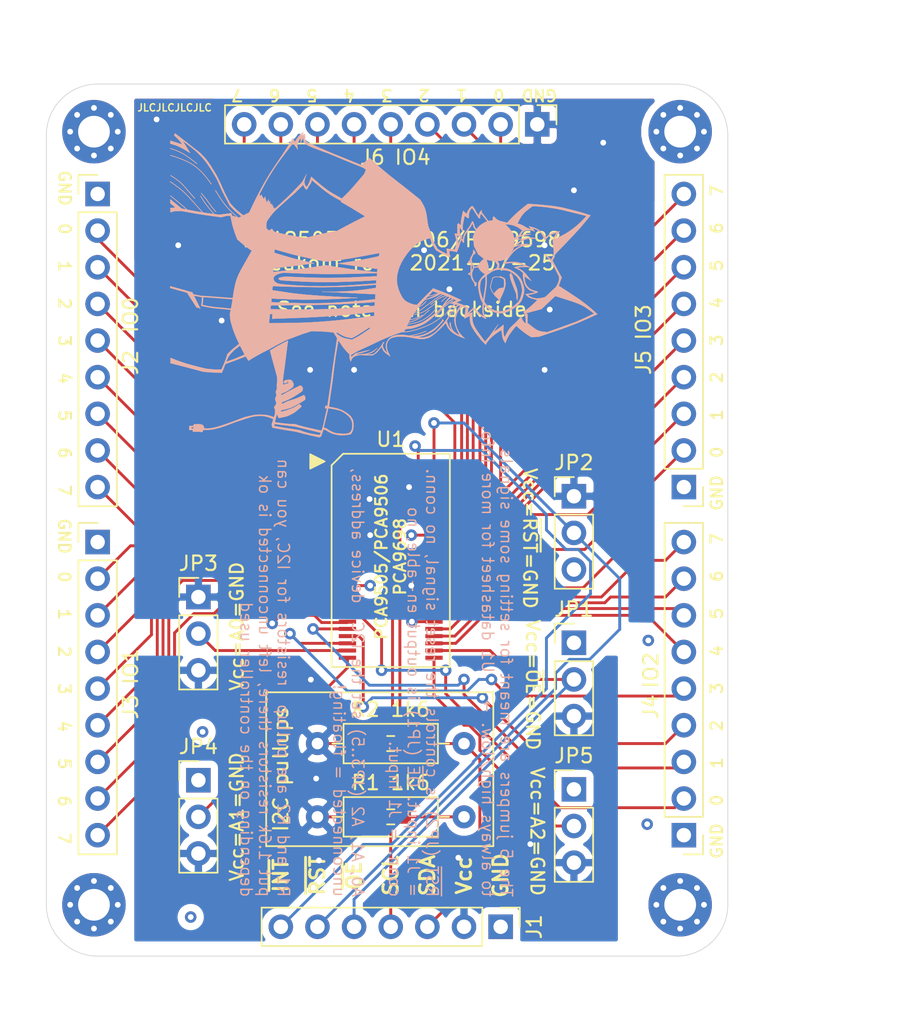
<source format=kicad_pcb>
(kicad_pcb (version 20171130) (host pcbnew 5.1.10)

  (general
    (thickness 1.6)
    (drawings 1748)
    (tracks 352)
    (zones 0)
    (modules 20)
    (nets 51)
  )

  (page A4)
  (layers
    (0 F.Cu mixed)
    (1 In1.Cu power)
    (2 In2.Cu power)
    (31 B.Cu mixed)
    (32 B.Adhes user)
    (33 F.Adhes user)
    (34 B.Paste user)
    (35 F.Paste user)
    (36 B.SilkS user)
    (37 F.SilkS user)
    (38 B.Mask user)
    (39 F.Mask user)
    (40 Dwgs.User user)
    (41 Cmts.User user)
    (42 Eco1.User user)
    (43 Eco2.User user)
    (44 Edge.Cuts user)
    (45 Margin user)
    (46 B.CrtYd user)
    (47 F.CrtYd user)
    (48 B.Fab user)
    (49 F.Fab user)
  )

  (setup
    (last_trace_width 0.2)
    (trace_clearance 0.2)
    (zone_clearance 0.508)
    (zone_45_only no)
    (trace_min 0.2)
    (via_size 0.8)
    (via_drill 0.4)
    (via_min_size 0.4)
    (via_min_drill 0.3)
    (uvia_size 0.3)
    (uvia_drill 0.1)
    (uvias_allowed no)
    (uvia_min_size 0.2)
    (uvia_min_drill 0.1)
    (edge_width 0.05)
    (segment_width 0.2)
    (pcb_text_width 0.3)
    (pcb_text_size 1.5 1.5)
    (mod_edge_width 0.12)
    (mod_text_size 1 1)
    (mod_text_width 0.15)
    (pad_size 1.7 1.7)
    (pad_drill 1)
    (pad_to_mask_clearance 0)
    (aux_axis_origin 0 0)
    (visible_elements FFFFFF7F)
    (pcbplotparams
      (layerselection 0x010fc_ffffffff)
      (usegerberextensions false)
      (usegerberattributes true)
      (usegerberadvancedattributes true)
      (creategerberjobfile true)
      (excludeedgelayer true)
      (linewidth 0.100000)
      (plotframeref false)
      (viasonmask false)
      (mode 1)
      (useauxorigin false)
      (hpglpennumber 1)
      (hpglpenspeed 20)
      (hpglpendiameter 15.000000)
      (psnegative false)
      (psa4output false)
      (plotreference true)
      (plotvalue true)
      (plotinvisibletext false)
      (padsonsilk false)
      (subtractmaskfromsilk true)
      (outputformat 1)
      (mirror false)
      (drillshape 0)
      (scaleselection 1)
      (outputdirectory "gerber-out-noqfn/"))
  )

  (net 0 "")
  (net 1 /~INT~)
  (net 2 /~RESET~)
  (net 3 /~OE~)
  (net 4 /SCL)
  (net 5 /SDA)
  (net 6 GND)
  (net 7 Vcc)
  (net 8 /IO0_7)
  (net 9 /IO0_6)
  (net 10 /IO0_5)
  (net 11 /IO0_4)
  (net 12 /IO0_3)
  (net 13 /IO0_2)
  (net 14 /IO0_1)
  (net 15 /IO0_0)
  (net 16 /IO1_7)
  (net 17 /IO1_6)
  (net 18 /IO1_5)
  (net 19 /IO1_4)
  (net 20 /IO1_3)
  (net 21 /IO1_2)
  (net 22 /IO1_1)
  (net 23 /IO1_0)
  (net 24 /IO2_7)
  (net 25 /IO2_6)
  (net 26 /IO2_5)
  (net 27 /IO2_4)
  (net 28 /IO2_3)
  (net 29 /IO2_2)
  (net 30 /IO2_1)
  (net 31 /IO2_0)
  (net 32 /IO3_7)
  (net 33 /IO3_6)
  (net 34 /IO3_5)
  (net 35 /IO3_4)
  (net 36 /IO3_3)
  (net 37 /IO3_2)
  (net 38 /IO3_1)
  (net 39 /IO3_0)
  (net 40 /IO4_7)
  (net 41 /IO4_6)
  (net 42 /IO4_5)
  (net 43 /IO4_4)
  (net 44 /IO4_3)
  (net 45 /IO4_2)
  (net 46 /IO4_1)
  (net 47 /IO4_0)
  (net 48 /A0)
  (net 49 /A1)
  (net 50 /A2)

  (net_class Default "This is the default net class."
    (clearance 0.2)
    (trace_width 0.2)
    (via_dia 0.8)
    (via_drill 0.4)
    (uvia_dia 0.3)
    (uvia_drill 0.1)
    (add_net /A0)
    (add_net /A1)
    (add_net /A2)
    (add_net /IO0_0)
    (add_net /IO0_1)
    (add_net /IO0_2)
    (add_net /IO0_3)
    (add_net /IO0_4)
    (add_net /IO0_5)
    (add_net /IO0_6)
    (add_net /IO0_7)
    (add_net /IO1_0)
    (add_net /IO1_1)
    (add_net /IO1_2)
    (add_net /IO1_3)
    (add_net /IO1_4)
    (add_net /IO1_5)
    (add_net /IO1_6)
    (add_net /IO1_7)
    (add_net /IO2_0)
    (add_net /IO2_1)
    (add_net /IO2_2)
    (add_net /IO2_3)
    (add_net /IO2_4)
    (add_net /IO2_5)
    (add_net /IO2_6)
    (add_net /IO2_7)
    (add_net /IO3_0)
    (add_net /IO3_1)
    (add_net /IO3_2)
    (add_net /IO3_3)
    (add_net /IO3_4)
    (add_net /IO3_5)
    (add_net /IO3_6)
    (add_net /IO3_7)
    (add_net /IO4_0)
    (add_net /IO4_1)
    (add_net /IO4_2)
    (add_net /IO4_3)
    (add_net /IO4_4)
    (add_net /IO4_5)
    (add_net /IO4_6)
    (add_net /IO4_7)
    (add_net /SCL)
    (add_net /SDA)
    (add_net /~INT~)
    (add_net /~OE~)
    (add_net /~RESET~)
    (add_net GND)
    (add_net Vcc)
  )

  (module Connector_PinHeader_2.54mm:PinHeader_1x09_P2.54mm_Vertical (layer F.Cu) (tedit 60FDB215) (tstamp 60F92609)
    (at 195.58 88.9 180)
    (descr "Through hole straight pin header, 1x09, 2.54mm pitch, single row")
    (tags "Through hole pin header THT 1x09 2.54mm single row")
    (path /6124E5F2)
    (fp_text reference J5 (at 2.794 8.636 90) (layer F.SilkS)
      (effects (font (size 1 1) (thickness 0.15)))
    )
    (fp_text value Conn_01x08_Male (at 0 20.11) (layer F.Fab)
      (effects (font (size 1 1) (thickness 0.15)))
    )
    (fp_line (start 1.8 -1.8) (end -1.8 -1.8) (layer F.CrtYd) (width 0.05))
    (fp_line (start 1.8 22.1) (end 1.8 -1.8) (layer F.CrtYd) (width 0.05))
    (fp_line (start -1.8 22.1) (end 1.8 22.1) (layer F.CrtYd) (width 0.05))
    (fp_line (start -1.8 -1.8) (end -1.8 22.1) (layer F.CrtYd) (width 0.05))
    (fp_line (start -1.33 -1.33) (end 0 -1.33) (layer F.SilkS) (width 0.12))
    (fp_line (start -1.33 0) (end -1.33 -1.33) (layer F.SilkS) (width 0.12))
    (fp_line (start -1.33 1.27) (end 1.33 1.27) (layer F.SilkS) (width 0.12))
    (fp_line (start 1.33 1.27) (end 1.33 21.65) (layer F.SilkS) (width 0.12))
    (fp_line (start -1.33 1.27) (end -1.33 21.65) (layer F.SilkS) (width 0.12))
    (fp_line (start -1.33 21.65) (end 1.33 21.65) (layer F.SilkS) (width 0.12))
    (fp_line (start -1.27 -0.635) (end -0.635 -1.27) (layer F.Fab) (width 0.1))
    (fp_line (start -1.27 21.59) (end -1.27 -0.635) (layer F.Fab) (width 0.1))
    (fp_line (start 1.27 21.59) (end -1.27 21.59) (layer F.Fab) (width 0.1))
    (fp_line (start 1.27 -1.27) (end 1.27 21.59) (layer F.Fab) (width 0.1))
    (fp_line (start -0.635 -1.27) (end 1.27 -1.27) (layer F.Fab) (width 0.1))
    (fp_text user %R (at 0 8.89 90) (layer F.Fab)
      (effects (font (size 1 1) (thickness 0.15)))
    )
    (pad 9 thru_hole oval (at 0 20.32 180) (size 1.7 1.7) (drill 1) (layers *.Cu *.Mask)
      (net 32 /IO3_7))
    (pad 8 thru_hole oval (at 0 17.78 180) (size 1.7 1.7) (drill 1) (layers *.Cu *.Mask)
      (net 33 /IO3_6))
    (pad 7 thru_hole oval (at 0 15.24 180) (size 1.7 1.7) (drill 1) (layers *.Cu *.Mask)
      (net 34 /IO3_5))
    (pad 6 thru_hole oval (at 0 12.7 180) (size 1.7 1.7) (drill 1) (layers *.Cu *.Mask)
      (net 35 /IO3_4))
    (pad 5 thru_hole oval (at 0 10.16 180) (size 1.7 1.7) (drill 1) (layers *.Cu *.Mask)
      (net 36 /IO3_3))
    (pad 4 thru_hole oval (at 0 7.62 180) (size 1.7 1.7) (drill 1) (layers *.Cu *.Mask)
      (net 37 /IO3_2))
    (pad 3 thru_hole oval (at 0 5.08 180) (size 1.7 1.7) (drill 1) (layers *.Cu *.Mask)
      (net 38 /IO3_1))
    (pad 2 thru_hole oval (at 0 2.54 180) (size 1.7 1.7) (drill 1) (layers *.Cu *.Mask)
      (net 39 /IO3_0))
    (pad 1 thru_hole rect (at 0 0 180) (size 1.7 1.7) (drill 1) (layers *.Cu *.Mask)
      (net 6 GND))
    (model ${KISYS3DMOD}/Connector_PinHeader_2.54mm.3dshapes/PinHeader_1x09_P2.54mm_Vertical.wrl
      (at (xyz 0 0 0))
      (scale (xyz 1 1 1))
      (rotate (xyz 0 0 0))
    )
  )

  (module Connector_PinHeader_2.54mm:PinHeader_1x09_P2.54mm_Vertical (layer F.Cu) (tedit 60FDB37B) (tstamp 60F92ED9)
    (at 195.58 113.03 180)
    (descr "Through hole straight pin header, 1x09, 2.54mm pitch, single row")
    (tags "Through hole pin header THT 1x09 2.54mm single row")
    (path /61249AC8)
    (fp_text reference J4 (at 2.286 8.89 90) (layer F.SilkS)
      (effects (font (size 1 1) (thickness 0.15)))
    )
    (fp_text value Conn_01x08_Male (at 0 20.11) (layer F.Fab)
      (effects (font (size 1 1) (thickness 0.15)))
    )
    (fp_line (start 1.8 -1.8) (end -1.8 -1.8) (layer F.CrtYd) (width 0.05))
    (fp_line (start 1.8 22.1) (end 1.8 -1.8) (layer F.CrtYd) (width 0.05))
    (fp_line (start -1.8 22.1) (end 1.8 22.1) (layer F.CrtYd) (width 0.05))
    (fp_line (start -1.8 -1.8) (end -1.8 22.1) (layer F.CrtYd) (width 0.05))
    (fp_line (start -1.33 -1.33) (end 0 -1.33) (layer F.SilkS) (width 0.12))
    (fp_line (start -1.33 0) (end -1.33 -1.33) (layer F.SilkS) (width 0.12))
    (fp_line (start -1.33 1.27) (end 1.33 1.27) (layer F.SilkS) (width 0.12))
    (fp_line (start 1.33 1.27) (end 1.33 21.65) (layer F.SilkS) (width 0.12))
    (fp_line (start -1.33 1.27) (end -1.33 21.65) (layer F.SilkS) (width 0.12))
    (fp_line (start -1.33 21.65) (end 1.33 21.65) (layer F.SilkS) (width 0.12))
    (fp_line (start -1.27 -0.635) (end -0.635 -1.27) (layer F.Fab) (width 0.1))
    (fp_line (start -1.27 21.59) (end -1.27 -0.635) (layer F.Fab) (width 0.1))
    (fp_line (start 1.27 21.59) (end -1.27 21.59) (layer F.Fab) (width 0.1))
    (fp_line (start 1.27 -1.27) (end 1.27 21.59) (layer F.Fab) (width 0.1))
    (fp_line (start -0.635 -1.27) (end 1.27 -1.27) (layer F.Fab) (width 0.1))
    (fp_text user %R (at 0 8.89 90) (layer F.Fab)
      (effects (font (size 1 1) (thickness 0.15)))
    )
    (pad 9 thru_hole oval (at 0 20.32 180) (size 1.7 1.7) (drill 1) (layers *.Cu *.Mask)
      (net 24 /IO2_7))
    (pad 8 thru_hole oval (at 0 17.78 180) (size 1.7 1.7) (drill 1) (layers *.Cu *.Mask)
      (net 25 /IO2_6))
    (pad 7 thru_hole oval (at 0 15.24 180) (size 1.7 1.7) (drill 1) (layers *.Cu *.Mask)
      (net 26 /IO2_5))
    (pad 6 thru_hole oval (at 0 12.7 180) (size 1.7 1.7) (drill 1) (layers *.Cu *.Mask)
      (net 27 /IO2_4))
    (pad 5 thru_hole oval (at 0 10.16 180) (size 1.7 1.7) (drill 1) (layers *.Cu *.Mask)
      (net 28 /IO2_3))
    (pad 4 thru_hole oval (at 0 7.62 180) (size 1.7 1.7) (drill 1) (layers *.Cu *.Mask)
      (net 29 /IO2_2))
    (pad 3 thru_hole oval (at 0 5.08 180) (size 1.7 1.7) (drill 1) (layers *.Cu *.Mask)
      (net 30 /IO2_1))
    (pad 2 thru_hole oval (at 0 2.54 180) (size 1.7 1.7) (drill 1) (layers *.Cu *.Mask)
      (net 31 /IO2_0))
    (pad 1 thru_hole rect (at 0 0 180) (size 1.7 1.7) (drill 1) (layers *.Cu *.Mask)
      (net 6 GND))
    (model ${KISYS3DMOD}/Connector_PinHeader_2.54mm.3dshapes/PinHeader_1x09_P2.54mm_Vertical.wrl
      (at (xyz 0 0 0))
      (scale (xyz 1 1 1))
      (rotate (xyz 0 0 0))
    )
  )

  (module Connector_PinHeader_2.54mm:PinHeader_1x09_P2.54mm_Vertical (layer F.Cu) (tedit 60FDB033) (tstamp 60F92625)
    (at 185.42 63.754 270)
    (descr "Through hole straight pin header, 1x09, 2.54mm pitch, single row")
    (tags "Through hole pin header THT 1x09 2.54mm single row")
    (path /612532F8)
    (fp_text reference J6 (at 2.286 11.43 180) (layer F.SilkS)
      (effects (font (size 1 1) (thickness 0.15)))
    )
    (fp_text value Conn_01x08_Male (at 0 20.11 90) (layer F.Fab)
      (effects (font (size 1 1) (thickness 0.15)))
    )
    (fp_line (start 1.8 -1.8) (end -1.8 -1.8) (layer F.CrtYd) (width 0.05))
    (fp_line (start 1.8 22.1) (end 1.8 -1.8) (layer F.CrtYd) (width 0.05))
    (fp_line (start -1.8 22.1) (end 1.8 22.1) (layer F.CrtYd) (width 0.05))
    (fp_line (start -1.8 -1.8) (end -1.8 22.1) (layer F.CrtYd) (width 0.05))
    (fp_line (start -1.33 -1.33) (end 0 -1.33) (layer F.SilkS) (width 0.12))
    (fp_line (start -1.33 0) (end -1.33 -1.33) (layer F.SilkS) (width 0.12))
    (fp_line (start -1.33 1.27) (end 1.33 1.27) (layer F.SilkS) (width 0.12))
    (fp_line (start 1.33 1.27) (end 1.33 21.65) (layer F.SilkS) (width 0.12))
    (fp_line (start -1.33 1.27) (end -1.33 21.65) (layer F.SilkS) (width 0.12))
    (fp_line (start -1.33 21.65) (end 1.33 21.65) (layer F.SilkS) (width 0.12))
    (fp_line (start -1.27 -0.635) (end -0.635 -1.27) (layer F.Fab) (width 0.1))
    (fp_line (start -1.27 21.59) (end -1.27 -0.635) (layer F.Fab) (width 0.1))
    (fp_line (start 1.27 21.59) (end -1.27 21.59) (layer F.Fab) (width 0.1))
    (fp_line (start 1.27 -1.27) (end 1.27 21.59) (layer F.Fab) (width 0.1))
    (fp_line (start -0.635 -1.27) (end 1.27 -1.27) (layer F.Fab) (width 0.1))
    (fp_text user %R (at 0 8.89) (layer F.Fab)
      (effects (font (size 1 1) (thickness 0.15)))
    )
    (pad 9 thru_hole oval (at 0 20.32 270) (size 1.7 1.7) (drill 1) (layers *.Cu *.Mask)
      (net 40 /IO4_7))
    (pad 8 thru_hole oval (at 0 17.78 270) (size 1.7 1.7) (drill 1) (layers *.Cu *.Mask)
      (net 41 /IO4_6))
    (pad 7 thru_hole oval (at 0 15.24 270) (size 1.7 1.7) (drill 1) (layers *.Cu *.Mask)
      (net 42 /IO4_5))
    (pad 6 thru_hole oval (at 0 12.7 270) (size 1.7 1.7) (drill 1) (layers *.Cu *.Mask)
      (net 43 /IO4_4))
    (pad 5 thru_hole oval (at 0 10.16 270) (size 1.7 1.7) (drill 1) (layers *.Cu *.Mask)
      (net 44 /IO4_3))
    (pad 4 thru_hole oval (at 0 7.62 270) (size 1.7 1.7) (drill 1) (layers *.Cu *.Mask)
      (net 45 /IO4_2))
    (pad 3 thru_hole oval (at 0 5.08 270) (size 1.7 1.7) (drill 1) (layers *.Cu *.Mask)
      (net 46 /IO4_1))
    (pad 2 thru_hole oval (at 0 2.54 270) (size 1.7 1.7) (drill 1) (layers *.Cu *.Mask)
      (net 47 /IO4_0))
    (pad 1 thru_hole rect (at 0 0 270) (size 1.7 1.7) (drill 1) (layers *.Cu *.Mask)
      (net 6 GND))
    (model ${KISYS3DMOD}/Connector_PinHeader_2.54mm.3dshapes/PinHeader_1x09_P2.54mm_Vertical.wrl
      (at (xyz 0 0 0))
      (scale (xyz 1 1 1))
      (rotate (xyz 0 0 0))
    )
  )

  (module Connector_PinHeader_2.54mm:PinHeader_1x09_P2.54mm_Vertical (layer F.Cu) (tedit 60FDB416) (tstamp 60FE1F0D)
    (at 154.94 92.71)
    (descr "Through hole straight pin header, 1x09, 2.54mm pitch, single row")
    (tags "Through hole pin header THT 1x09 2.54mm single row")
    (path /61245019)
    (fp_text reference J3 (at 2.286 11.43 90) (layer F.SilkS)
      (effects (font (size 1 1) (thickness 0.15)))
    )
    (fp_text value Conn_01x08_Male (at 0 20.11) (layer F.Fab)
      (effects (font (size 1 1) (thickness 0.15)))
    )
    (fp_line (start 1.8 -1.8) (end -1.8 -1.8) (layer F.CrtYd) (width 0.05))
    (fp_line (start 1.8 22.1) (end 1.8 -1.8) (layer F.CrtYd) (width 0.05))
    (fp_line (start -1.8 22.1) (end 1.8 22.1) (layer F.CrtYd) (width 0.05))
    (fp_line (start -1.8 -1.8) (end -1.8 22.1) (layer F.CrtYd) (width 0.05))
    (fp_line (start -1.33 -1.33) (end 0 -1.33) (layer F.SilkS) (width 0.12))
    (fp_line (start -1.33 0) (end -1.33 -1.33) (layer F.SilkS) (width 0.12))
    (fp_line (start -1.33 1.27) (end 1.33 1.27) (layer F.SilkS) (width 0.12))
    (fp_line (start 1.33 1.27) (end 1.33 21.65) (layer F.SilkS) (width 0.12))
    (fp_line (start -1.33 1.27) (end -1.33 21.65) (layer F.SilkS) (width 0.12))
    (fp_line (start -1.33 21.65) (end 1.33 21.65) (layer F.SilkS) (width 0.12))
    (fp_line (start -1.27 -0.635) (end -0.635 -1.27) (layer F.Fab) (width 0.1))
    (fp_line (start -1.27 21.59) (end -1.27 -0.635) (layer F.Fab) (width 0.1))
    (fp_line (start 1.27 21.59) (end -1.27 21.59) (layer F.Fab) (width 0.1))
    (fp_line (start 1.27 -1.27) (end 1.27 21.59) (layer F.Fab) (width 0.1))
    (fp_line (start -0.635 -1.27) (end 1.27 -1.27) (layer F.Fab) (width 0.1))
    (fp_text user %R (at 0 8.89 90) (layer F.Fab)
      (effects (font (size 1 1) (thickness 0.15)))
    )
    (pad 9 thru_hole oval (at 0 20.32) (size 1.7 1.7) (drill 1) (layers *.Cu *.Mask)
      (net 16 /IO1_7))
    (pad 8 thru_hole oval (at 0 17.78) (size 1.7 1.7) (drill 1) (layers *.Cu *.Mask)
      (net 17 /IO1_6))
    (pad 7 thru_hole oval (at 0 15.24) (size 1.7 1.7) (drill 1) (layers *.Cu *.Mask)
      (net 18 /IO1_5))
    (pad 6 thru_hole oval (at 0 12.7) (size 1.7 1.7) (drill 1) (layers *.Cu *.Mask)
      (net 19 /IO1_4))
    (pad 5 thru_hole oval (at 0 10.16) (size 1.7 1.7) (drill 1) (layers *.Cu *.Mask)
      (net 20 /IO1_3))
    (pad 4 thru_hole oval (at 0 7.62) (size 1.7 1.7) (drill 1) (layers *.Cu *.Mask)
      (net 21 /IO1_2))
    (pad 3 thru_hole oval (at 0 5.08) (size 1.7 1.7) (drill 1) (layers *.Cu *.Mask)
      (net 22 /IO1_1))
    (pad 2 thru_hole oval (at 0 2.54) (size 1.7 1.7) (drill 1) (layers *.Cu *.Mask)
      (net 23 /IO1_0))
    (pad 1 thru_hole rect (at 0 0) (size 1.7 1.7) (drill 1) (layers *.Cu *.Mask)
      (net 6 GND))
    (model ${KISYS3DMOD}/Connector_PinHeader_2.54mm.3dshapes/PinHeader_1x09_P2.54mm_Vertical.wrl
      (at (xyz 0 0 0))
      (scale (xyz 1 1 1))
      (rotate (xyz 0 0 0))
    )
  )

  (module Connector_PinHeader_2.54mm:PinHeader_1x09_P2.54mm_Vertical (layer F.Cu) (tedit 60FDB590) (tstamp 60F925B5)
    (at 154.94 68.58)
    (descr "Through hole straight pin header, 1x09, 2.54mm pitch, single row")
    (tags "Through hole pin header THT 1x09 2.54mm single row")
    (path /612240FC)
    (fp_text reference J2 (at 2.286 11.684 90) (layer F.SilkS)
      (effects (font (size 1 1) (thickness 0.15)))
    )
    (fp_text value Conn_01x08_Male (at 0 20.11) (layer F.Fab)
      (effects (font (size 1 1) (thickness 0.15)))
    )
    (fp_line (start 1.8 -1.8) (end -1.8 -1.8) (layer F.CrtYd) (width 0.05))
    (fp_line (start 1.8 22.1) (end 1.8 -1.8) (layer F.CrtYd) (width 0.05))
    (fp_line (start -1.8 22.1) (end 1.8 22.1) (layer F.CrtYd) (width 0.05))
    (fp_line (start -1.8 -1.8) (end -1.8 22.1) (layer F.CrtYd) (width 0.05))
    (fp_line (start -1.33 -1.33) (end 0 -1.33) (layer F.SilkS) (width 0.12))
    (fp_line (start -1.33 0) (end -1.33 -1.33) (layer F.SilkS) (width 0.12))
    (fp_line (start -1.33 1.27) (end 1.33 1.27) (layer F.SilkS) (width 0.12))
    (fp_line (start 1.33 1.27) (end 1.33 21.65) (layer F.SilkS) (width 0.12))
    (fp_line (start -1.33 1.27) (end -1.33 21.65) (layer F.SilkS) (width 0.12))
    (fp_line (start -1.33 21.65) (end 1.33 21.65) (layer F.SilkS) (width 0.12))
    (fp_line (start -1.27 -0.635) (end -0.635 -1.27) (layer F.Fab) (width 0.1))
    (fp_line (start -1.27 21.59) (end -1.27 -0.635) (layer F.Fab) (width 0.1))
    (fp_line (start 1.27 21.59) (end -1.27 21.59) (layer F.Fab) (width 0.1))
    (fp_line (start 1.27 -1.27) (end 1.27 21.59) (layer F.Fab) (width 0.1))
    (fp_line (start -0.635 -1.27) (end 1.27 -1.27) (layer F.Fab) (width 0.1))
    (fp_text user %R (at 0 8.89 90) (layer F.Fab)
      (effects (font (size 1 1) (thickness 0.15)))
    )
    (pad 9 thru_hole oval (at 0 20.32) (size 1.7 1.7) (drill 1) (layers *.Cu *.Mask)
      (net 8 /IO0_7))
    (pad 8 thru_hole oval (at 0 17.78) (size 1.7 1.7) (drill 1) (layers *.Cu *.Mask)
      (net 9 /IO0_6))
    (pad 7 thru_hole oval (at 0 15.24) (size 1.7 1.7) (drill 1) (layers *.Cu *.Mask)
      (net 10 /IO0_5))
    (pad 6 thru_hole oval (at 0 12.7) (size 1.7 1.7) (drill 1) (layers *.Cu *.Mask)
      (net 11 /IO0_4))
    (pad 5 thru_hole oval (at 0 10.16) (size 1.7 1.7) (drill 1) (layers *.Cu *.Mask)
      (net 12 /IO0_3))
    (pad 4 thru_hole oval (at 0 7.62) (size 1.7 1.7) (drill 1) (layers *.Cu *.Mask)
      (net 13 /IO0_2))
    (pad 3 thru_hole oval (at 0 5.08) (size 1.7 1.7) (drill 1) (layers *.Cu *.Mask)
      (net 14 /IO0_1))
    (pad 2 thru_hole oval (at 0 2.54) (size 1.7 1.7) (drill 1) (layers *.Cu *.Mask)
      (net 15 /IO0_0))
    (pad 1 thru_hole rect (at 0 0) (size 1.7 1.7) (drill 1) (layers *.Cu *.Mask)
      (net 6 GND))
    (model ${KISYS3DMOD}/Connector_PinHeader_2.54mm.3dshapes/PinHeader_1x09_P2.54mm_Vertical.wrl
      (at (xyz 0 0 0))
      (scale (xyz 1 1 1))
      (rotate (xyz 0 0 0))
    )
  )

  (module MountingHole:MountingHole_2.2mm_M2_Pad_Via (layer F.Cu) (tedit 60FDB07E) (tstamp 60F9F51F)
    (at 195.326 64.262)
    (descr "Mounting Hole 2.2mm, M2")
    (tags "mounting hole 2.2mm m2")
    (path /61539811)
    (attr virtual)
    (fp_text reference H3 (at 0 -3.2) (layer F.SilkS) hide
      (effects (font (size 1 1) (thickness 0.15)))
    )
    (fp_text value MountingHole (at 0 3.2) (layer F.Fab)
      (effects (font (size 1 1) (thickness 0.15)))
    )
    (fp_circle (center 0 0) (end 2.2 0) (layer Cmts.User) (width 0.15))
    (fp_circle (center 0 0) (end 2.45 0) (layer F.CrtYd) (width 0.05))
    (fp_text user %R (at 0.3 0) (layer F.Fab)
      (effects (font (size 1 1) (thickness 0.15)))
    )
    (pad 1 thru_hole circle (at 0 0) (size 4.4 4.4) (drill 2.2) (layers *.Cu *.Mask))
    (pad 1 thru_hole circle (at 1.65 0) (size 0.7 0.7) (drill 0.4) (layers *.Cu *.Mask))
    (pad 1 thru_hole circle (at 1.166726 1.166726) (size 0.7 0.7) (drill 0.4) (layers *.Cu *.Mask))
    (pad 1 thru_hole circle (at 0 1.65) (size 0.7 0.7) (drill 0.4) (layers *.Cu *.Mask))
    (pad 1 thru_hole circle (at -1.166726 1.166726) (size 0.7 0.7) (drill 0.4) (layers *.Cu *.Mask))
    (pad 1 thru_hole circle (at -1.65 0) (size 0.7 0.7) (drill 0.4) (layers *.Cu *.Mask))
    (pad 1 thru_hole circle (at -1.166726 -1.166726) (size 0.7 0.7) (drill 0.4) (layers *.Cu *.Mask))
    (pad 1 thru_hole circle (at 0 -1.65) (size 0.7 0.7) (drill 0.4) (layers *.Cu *.Mask))
    (pad 1 thru_hole circle (at 1.166726 -1.166726) (size 0.7 0.7) (drill 0.4) (layers *.Cu *.Mask))
  )

  (module MountingHole:MountingHole_2.2mm_M2_Pad_Via (layer F.Cu) (tedit 60FDB08C) (tstamp 60F9F510)
    (at 195.326 117.856)
    (descr "Mounting Hole 2.2mm, M2")
    (tags "mounting hole 2.2mm m2")
    (path /61539F0B)
    (attr virtual)
    (fp_text reference H4 (at 0 -3.2) (layer F.SilkS) hide
      (effects (font (size 1 1) (thickness 0.15)))
    )
    (fp_text value MountingHole (at 0 3.2) (layer F.Fab)
      (effects (font (size 1 1) (thickness 0.15)))
    )
    (fp_circle (center 0 0) (end 2.2 0) (layer Cmts.User) (width 0.15))
    (fp_circle (center 0 0) (end 2.45 0) (layer F.CrtYd) (width 0.05))
    (fp_text user %R (at 0.3 0) (layer F.Fab)
      (effects (font (size 1 1) (thickness 0.15)))
    )
    (pad 1 thru_hole circle (at 0 0) (size 4.4 4.4) (drill 2.2) (layers *.Cu *.Mask))
    (pad 1 thru_hole circle (at 1.65 0) (size 0.7 0.7) (drill 0.4) (layers *.Cu *.Mask))
    (pad 1 thru_hole circle (at 1.166726 1.166726) (size 0.7 0.7) (drill 0.4) (layers *.Cu *.Mask))
    (pad 1 thru_hole circle (at 0 1.65) (size 0.7 0.7) (drill 0.4) (layers *.Cu *.Mask))
    (pad 1 thru_hole circle (at -1.166726 1.166726) (size 0.7 0.7) (drill 0.4) (layers *.Cu *.Mask))
    (pad 1 thru_hole circle (at -1.65 0) (size 0.7 0.7) (drill 0.4) (layers *.Cu *.Mask))
    (pad 1 thru_hole circle (at -1.166726 -1.166726) (size 0.7 0.7) (drill 0.4) (layers *.Cu *.Mask))
    (pad 1 thru_hole circle (at 0 -1.65) (size 0.7 0.7) (drill 0.4) (layers *.Cu *.Mask))
    (pad 1 thru_hole circle (at 1.166726 -1.166726) (size 0.7 0.7) (drill 0.4) (layers *.Cu *.Mask))
  )

  (module MountingHole:MountingHole_2.2mm_M2_Pad_Via (layer F.Cu) (tedit 60FDAFE8) (tstamp 60F9F501)
    (at 154.686 64.262)
    (descr "Mounting Hole 2.2mm, M2")
    (tags "mounting hole 2.2mm m2")
    (path /615370D2)
    (attr virtual)
    (fp_text reference H1 (at 0 -4.572) (layer F.SilkS) hide
      (effects (font (size 1 1) (thickness 0.15)))
    )
    (fp_text value MountingHole (at 0 3.2) (layer F.Fab)
      (effects (font (size 1 1) (thickness 0.15)))
    )
    (fp_circle (center 0 0) (end 2.2 0) (layer Cmts.User) (width 0.15))
    (fp_circle (center 0 0) (end 2.45 0) (layer F.CrtYd) (width 0.05))
    (fp_text user %R (at 0.3 0) (layer F.Fab)
      (effects (font (size 1 1) (thickness 0.15)))
    )
    (pad 1 thru_hole circle (at 0 0) (size 4.4 4.4) (drill 2.2) (layers *.Cu *.Mask))
    (pad 1 thru_hole circle (at 1.65 0) (size 0.7 0.7) (drill 0.4) (layers *.Cu *.Mask))
    (pad 1 thru_hole circle (at 1.166726 1.166726) (size 0.7 0.7) (drill 0.4) (layers *.Cu *.Mask))
    (pad 1 thru_hole circle (at 0 1.65) (size 0.7 0.7) (drill 0.4) (layers *.Cu *.Mask))
    (pad 1 thru_hole circle (at -1.166726 1.166726) (size 0.7 0.7) (drill 0.4) (layers *.Cu *.Mask))
    (pad 1 thru_hole circle (at -1.65 0) (size 0.7 0.7) (drill 0.4) (layers *.Cu *.Mask))
    (pad 1 thru_hole circle (at -1.166726 -1.166726) (size 0.7 0.7) (drill 0.4) (layers *.Cu *.Mask))
    (pad 1 thru_hole circle (at 0 -1.65) (size 0.7 0.7) (drill 0.4) (layers *.Cu *.Mask))
    (pad 1 thru_hole circle (at 1.166726 -1.166726) (size 0.7 0.7) (drill 0.4) (layers *.Cu *.Mask))
  )

  (module MountingHole:MountingHole_2.2mm_M2_Pad_Via (layer F.Cu) (tedit 60FDB09B) (tstamp 60F9F4F2)
    (at 154.686 117.856)
    (descr "Mounting Hole 2.2mm, M2")
    (tags "mounting hole 2.2mm m2")
    (path /61539164)
    (attr virtual)
    (fp_text reference H2 (at 0 -3.2) (layer F.SilkS) hide
      (effects (font (size 1 1) (thickness 0.15)))
    )
    (fp_text value MountingHole (at 0 3.2) (layer F.Fab)
      (effects (font (size 1 1) (thickness 0.15)))
    )
    (fp_circle (center 0 0) (end 2.2 0) (layer Cmts.User) (width 0.15))
    (fp_circle (center 0 0) (end 2.45 0) (layer F.CrtYd) (width 0.05))
    (fp_text user %R (at 0.3 0) (layer F.Fab)
      (effects (font (size 1 1) (thickness 0.15)))
    )
    (pad 1 thru_hole circle (at 0 0) (size 4.4 4.4) (drill 2.2) (layers *.Cu *.Mask))
    (pad 1 thru_hole circle (at 1.65 0) (size 0.7 0.7) (drill 0.4) (layers *.Cu *.Mask))
    (pad 1 thru_hole circle (at 1.166726 1.166726) (size 0.7 0.7) (drill 0.4) (layers *.Cu *.Mask))
    (pad 1 thru_hole circle (at 0 1.65) (size 0.7 0.7) (drill 0.4) (layers *.Cu *.Mask))
    (pad 1 thru_hole circle (at -1.166726 1.166726) (size 0.7 0.7) (drill 0.4) (layers *.Cu *.Mask))
    (pad 1 thru_hole circle (at -1.65 0) (size 0.7 0.7) (drill 0.4) (layers *.Cu *.Mask))
    (pad 1 thru_hole circle (at -1.166726 -1.166726) (size 0.7 0.7) (drill 0.4) (layers *.Cu *.Mask))
    (pad 1 thru_hole circle (at 0 -1.65) (size 0.7 0.7) (drill 0.4) (layers *.Cu *.Mask))
    (pad 1 thru_hole circle (at 1.166726 -1.166726) (size 0.7 0.7) (drill 0.4) (layers *.Cu *.Mask))
  )

  (module pca9505-breakout:PCA9505DGG (layer F.Cu) (tedit 60F898B4) (tstamp 60F96ABB)
    (at 175.26 93.98 270)
    (path /61003FF1)
    (attr smd)
    (fp_text reference U1 (at -8.39 0) (layer F.SilkS)
      (effects (font (size 1 1) (thickness 0.15)))
    )
    (fp_text value PCA9505 (at 0 0 90) (layer F.Fab)
      (effects (font (size 1 1) (thickness 0.15)))
    )
    (fp_line (start -7.14 3.85) (end -7.14 -3.85) (layer F.CrtYd) (width 0.05))
    (fp_line (start 7.14 3.85) (end -7.14 3.85) (layer F.CrtYd) (width 0.05))
    (fp_line (start 7.14 -3.85) (end 7.14 3.85) (layer F.CrtYd) (width 0.05))
    (fp_line (start -7.14 -3.85) (end 7.14 -3.85) (layer F.CrtYd) (width 0.05))
    (fp_line (start 7.39 4.1) (end -6.59 4.1) (layer F.SilkS) (width 0.12))
    (fp_line (start 7.39 -4.1) (end 7.39 4.1) (layer F.SilkS) (width 0.12))
    (fp_line (start -7.39 -4.1) (end 7.39 -4.1) (layer F.SilkS) (width 0.12))
    (fp_line (start -7.39 3.3) (end -7.39 -4.1) (layer F.SilkS) (width 0.12))
    (fp_line (start -6.59 4.1) (end -7.39 3.3) (layer F.SilkS) (width 0.12))
    (pad 28 smd rect (at 6.75 3 270) (size 0.28 1.2) (layers F.Cu F.Paste F.Mask)
      (net 49 /A1))
    (pad 29 smd rect (at 6.75 -3 270) (size 0.28 1.2) (layers F.Cu F.Paste F.Mask)
      (net 50 /A2))
    (pad 27 smd rect (at 6.25 3 270) (size 0.28 1.2) (layers F.Cu F.Paste F.Mask)
      (net 48 /A0))
    (pad 30 smd rect (at 6.25 -3 270) (size 0.28 1.2) (layers F.Cu F.Paste F.Mask)
      (net 3 /~OE~))
    (pad 26 smd rect (at 5.75 3 270) (size 0.28 1.2) (layers F.Cu F.Paste F.Mask)
      (net 28 /IO2_3))
    (pad 31 smd rect (at 5.75 -3 270) (size 0.28 1.2) (layers F.Cu F.Paste F.Mask)
      (net 27 /IO2_4))
    (pad 25 smd rect (at 5.25 3 270) (size 0.28 1.2) (layers F.Cu F.Paste F.Mask)
      (net 29 /IO2_2))
    (pad 32 smd rect (at 5.25 -3 270) (size 0.28 1.2) (layers F.Cu F.Paste F.Mask)
      (net 26 /IO2_5))
    (pad 24 smd rect (at 4.75 3 270) (size 0.28 1.2) (layers F.Cu F.Paste F.Mask)
      (net 30 /IO2_1))
    (pad 33 smd rect (at 4.75 -3 270) (size 0.28 1.2) (layers F.Cu F.Paste F.Mask)
      (net 25 /IO2_6))
    (pad 23 smd rect (at 4.25 3 270) (size 0.28 1.2) (layers F.Cu F.Paste F.Mask)
      (net 6 GND))
    (pad 34 smd rect (at 4.25 -3 270) (size 0.28 1.2) (layers F.Cu F.Paste F.Mask)
      (net 6 GND))
    (pad 22 smd rect (at 3.75 3 270) (size 0.28 1.2) (layers F.Cu F.Paste F.Mask)
      (net 31 /IO2_0))
    (pad 35 smd rect (at 3.75 -3 270) (size 0.28 1.2) (layers F.Cu F.Paste F.Mask)
      (net 24 /IO2_7))
    (pad 21 smd rect (at 3.25 3 270) (size 0.28 1.2) (layers F.Cu F.Paste F.Mask)
      (net 16 /IO1_7))
    (pad 36 smd rect (at 3.25 -3 270) (size 0.28 1.2) (layers F.Cu F.Paste F.Mask)
      (net 39 /IO3_0))
    (pad 20 smd rect (at 2.75 3 270) (size 0.28 1.2) (layers F.Cu F.Paste F.Mask)
      (net 17 /IO1_6))
    (pad 37 smd rect (at 2.75 -3 270) (size 0.28 1.2) (layers F.Cu F.Paste F.Mask)
      (net 38 /IO3_1))
    (pad 19 smd rect (at 2.25 3 270) (size 0.28 1.2) (layers F.Cu F.Paste F.Mask)
      (net 18 /IO1_5))
    (pad 38 smd rect (at 2.25 -3 270) (size 0.28 1.2) (layers F.Cu F.Paste F.Mask)
      (net 37 /IO3_2))
    (pad 18 smd rect (at 1.75 3 270) (size 0.28 1.2) (layers F.Cu F.Paste F.Mask)
      (net 7 Vcc))
    (pad 39 smd rect (at 1.75 -3 270) (size 0.28 1.2) (layers F.Cu F.Paste F.Mask)
      (net 6 GND))
    (pad 17 smd rect (at 1.25 3 270) (size 0.28 1.2) (layers F.Cu F.Paste F.Mask)
      (net 19 /IO1_4))
    (pad 40 smd rect (at 1.25 -3 270) (size 0.28 1.2) (layers F.Cu F.Paste F.Mask)
      (net 36 /IO3_3))
    (pad 16 smd rect (at 0.75 3 270) (size 0.28 1.2) (layers F.Cu F.Paste F.Mask)
      (net 20 /IO1_3))
    (pad 41 smd rect (at 0.75 -3 270) (size 0.28 1.2) (layers F.Cu F.Paste F.Mask)
      (net 35 /IO3_4))
    (pad 15 smd rect (at 0.25 3 270) (size 0.28 1.2) (layers F.Cu F.Paste F.Mask)
      (net 21 /IO1_2))
    (pad 42 smd rect (at 0.25 -3 270) (size 0.28 1.2) (layers F.Cu F.Paste F.Mask)
      (net 34 /IO3_5))
    (pad 14 smd rect (at -0.25 3 270) (size 0.28 1.2) (layers F.Cu F.Paste F.Mask)
      (net 22 /IO1_1))
    (pad 43 smd rect (at -0.25 -3 270) (size 0.28 1.2) (layers F.Cu F.Paste F.Mask)
      (net 33 /IO3_6))
    (pad 13 smd rect (at -0.75 3 270) (size 0.28 1.2) (layers F.Cu F.Paste F.Mask)
      (net 23 /IO1_0))
    (pad 44 smd rect (at -0.75 -3 270) (size 0.28 1.2) (layers F.Cu F.Paste F.Mask)
      (net 32 /IO3_7))
    (pad 12 smd rect (at -1.25 3 270) (size 0.28 1.2) (layers F.Cu F.Paste F.Mask)
      (net 8 /IO0_7))
    (pad 45 smd rect (at -1.25 -3 270) (size 0.28 1.2) (layers F.Cu F.Paste F.Mask)
      (net 47 /IO4_0))
    (pad 11 smd rect (at -1.75 3 270) (size 0.28 1.2) (layers F.Cu F.Paste F.Mask)
      (net 6 GND))
    (pad 46 smd rect (at -1.75 -3 270) (size 0.28 1.2) (layers F.Cu F.Paste F.Mask)
      (net 7 Vcc))
    (pad 10 smd rect (at -2.25 3 270) (size 0.28 1.2) (layers F.Cu F.Paste F.Mask)
      (net 9 /IO0_6))
    (pad 47 smd rect (at -2.25 -3 270) (size 0.28 1.2) (layers F.Cu F.Paste F.Mask)
      (net 46 /IO4_1))
    (pad 9 smd rect (at -2.75 3 270) (size 0.28 1.2) (layers F.Cu F.Paste F.Mask)
      (net 10 /IO0_5))
    (pad 48 smd rect (at -2.75 -3 270) (size 0.28 1.2) (layers F.Cu F.Paste F.Mask)
      (net 45 /IO4_2))
    (pad 8 smd rect (at -3.25 3 270) (size 0.28 1.2) (layers F.Cu F.Paste F.Mask)
      (net 11 /IO0_4))
    (pad 49 smd rect (at -3.25 -3 270) (size 0.28 1.2) (layers F.Cu F.Paste F.Mask)
      (net 44 /IO4_3))
    (pad 7 smd rect (at -3.75 3 270) (size 0.28 1.2) (layers F.Cu F.Paste F.Mask)
      (net 12 /IO0_3))
    (pad 50 smd rect (at -3.75 -3 270) (size 0.28 1.2) (layers F.Cu F.Paste F.Mask)
      (net 43 /IO4_4))
    (pad 6 smd rect (at -4.25 3 270) (size 0.28 1.2) (layers F.Cu F.Paste F.Mask)
      (net 6 GND))
    (pad 51 smd rect (at -4.25 -3 270) (size 0.28 1.2) (layers F.Cu F.Paste F.Mask)
      (net 6 GND))
    (pad 5 smd rect (at -4.75 3 270) (size 0.28 1.2) (layers F.Cu F.Paste F.Mask)
      (net 13 /IO0_2))
    (pad 52 smd rect (at -4.75 -3 270) (size 0.28 1.2) (layers F.Cu F.Paste F.Mask)
      (net 42 /IO4_5))
    (pad 4 smd rect (at -5.25 3 270) (size 0.28 1.2) (layers F.Cu F.Paste F.Mask)
      (net 14 /IO0_1))
    (pad 53 smd rect (at -5.25 -3 270) (size 0.28 1.2) (layers F.Cu F.Paste F.Mask)
      (net 41 /IO4_6))
    (pad 3 smd rect (at -5.75 3 270) (size 0.28 1.2) (layers F.Cu F.Paste F.Mask)
      (net 15 /IO0_0))
    (pad 54 smd rect (at -5.75 -3 270) (size 0.28 1.2) (layers F.Cu F.Paste F.Mask)
      (net 40 /IO4_7))
    (pad 2 smd rect (at -6.25 3 270) (size 0.28 1.2) (layers F.Cu F.Paste F.Mask)
      (net 4 /SCL))
    (pad 55 smd rect (at -6.25 -3 270) (size 0.28 1.2) (layers F.Cu F.Paste F.Mask)
      (net 1 /~INT~))
    (pad 1 smd rect (at -6.75 3 270) (size 0.28 1.2) (layers F.Cu F.Paste F.Mask)
      (net 5 /SDA))
    (pad 56 smd rect (at -6.75 -3 270) (size 0.28 1.2) (layers F.Cu F.Paste F.Mask)
      (net 2 /~RESET~))
  )

  (module Resistor_SMD:R_0603_1608Metric_Pad0.98x0.95mm_HandSolder (layer F.Cu) (tedit 5F68FEEE) (tstamp 60F935F0)
    (at 175.26 106.68)
    (descr "Resistor SMD 0603 (1608 Metric), square (rectangular) end terminal, IPC_7351 nominal with elongated pad for handsoldering. (Body size source: IPC-SM-782 page 72, https://www.pcb-3d.com/wordpress/wp-content/uploads/ipc-sm-782a_amendment_1_and_2.pdf), generated with kicad-footprint-generator")
    (tags "resistor handsolder")
    (path /60FA4108)
    (attr smd)
    (fp_text reference R2b1 (at 0 -1.43) (layer F.SilkS) hide
      (effects (font (size 1 1) (thickness 0.15)))
    )
    (fp_text value "1.6 kOhm" (at 0 1.43) (layer F.Fab) hide
      (effects (font (size 1 1) (thickness 0.15)))
    )
    (fp_line (start -0.8 0.4125) (end -0.8 -0.4125) (layer F.Fab) (width 0.1))
    (fp_line (start -0.8 -0.4125) (end 0.8 -0.4125) (layer F.Fab) (width 0.1))
    (fp_line (start 0.8 -0.4125) (end 0.8 0.4125) (layer F.Fab) (width 0.1))
    (fp_line (start 0.8 0.4125) (end -0.8 0.4125) (layer F.Fab) (width 0.1))
    (fp_line (start -0.254724 -0.5225) (end 0.254724 -0.5225) (layer F.SilkS) (width 0.12))
    (fp_line (start -0.254724 0.5225) (end 0.254724 0.5225) (layer F.SilkS) (width 0.12))
    (fp_line (start -1.65 0.73) (end -1.65 -0.73) (layer F.CrtYd) (width 0.05))
    (fp_line (start -1.65 -0.73) (end 1.65 -0.73) (layer F.CrtYd) (width 0.05))
    (fp_line (start 1.65 -0.73) (end 1.65 0.73) (layer F.CrtYd) (width 0.05))
    (fp_line (start 1.65 0.73) (end -1.65 0.73) (layer F.CrtYd) (width 0.05))
    (fp_text user %R (at 0 0) (layer F.Fab)
      (effects (font (size 0.4 0.4) (thickness 0.06)))
    )
    (pad 2 smd roundrect (at 0.9125 0) (size 0.975 0.95) (layers F.Cu F.Paste F.Mask) (roundrect_rratio 0.25)
      (net 5 /SDA))
    (pad 1 smd roundrect (at -0.9125 0) (size 0.975 0.95) (layers F.Cu F.Paste F.Mask) (roundrect_rratio 0.25)
      (net 7 Vcc))
    (model ${KISYS3DMOD}/Resistor_SMD.3dshapes/R_0603_1608Metric.wrl
      (at (xyz 0 0 0))
      (scale (xyz 1 1 1))
      (rotate (xyz 0 0 0))
    )
  )

  (module Resistor_THT:R_Axial_DIN0207_L6.3mm_D2.5mm_P10.16mm_Horizontal (layer F.Cu) (tedit 5AE5139B) (tstamp 60F93626)
    (at 170.18 106.68)
    (descr "Resistor, Axial_DIN0207 series, Axial, Horizontal, pin pitch=10.16mm, 0.25W = 1/4W, length*diameter=6.3*2.5mm^2, http://cdn-reichelt.de/documents/datenblatt/B400/1_4W%23YAG.pdf")
    (tags "Resistor Axial_DIN0207 series Axial Horizontal pin pitch 10.16mm 0.25W = 1/4W length 6.3mm diameter 2.5mm")
    (path /60FA5D83)
    (fp_text reference "R2 1k6" (at 5.08 -2.37) (layer F.SilkS)
      (effects (font (size 1 1) (thickness 0.15)))
    )
    (fp_text value "1.6 kOhm" (at 5.08 2.37) (layer F.Fab) hide
      (effects (font (size 1 1) (thickness 0.15)))
    )
    (fp_line (start 1.93 -1.25) (end 1.93 1.25) (layer F.Fab) (width 0.1))
    (fp_line (start 1.93 1.25) (end 8.23 1.25) (layer F.Fab) (width 0.1))
    (fp_line (start 8.23 1.25) (end 8.23 -1.25) (layer F.Fab) (width 0.1))
    (fp_line (start 8.23 -1.25) (end 1.93 -1.25) (layer F.Fab) (width 0.1))
    (fp_line (start 0 0) (end 1.93 0) (layer F.Fab) (width 0.1))
    (fp_line (start 10.16 0) (end 8.23 0) (layer F.Fab) (width 0.1))
    (fp_line (start 1.81 -1.37) (end 1.81 1.37) (layer F.SilkS) (width 0.12))
    (fp_line (start 1.81 1.37) (end 8.35 1.37) (layer F.SilkS) (width 0.12))
    (fp_line (start 8.35 1.37) (end 8.35 -1.37) (layer F.SilkS) (width 0.12))
    (fp_line (start 8.35 -1.37) (end 1.81 -1.37) (layer F.SilkS) (width 0.12))
    (fp_line (start 1.04 0) (end 1.81 0) (layer F.SilkS) (width 0.12))
    (fp_line (start 9.12 0) (end 8.35 0) (layer F.SilkS) (width 0.12))
    (fp_line (start -1.05 -1.5) (end -1.05 1.5) (layer F.CrtYd) (width 0.05))
    (fp_line (start -1.05 1.5) (end 11.21 1.5) (layer F.CrtYd) (width 0.05))
    (fp_line (start 11.21 1.5) (end 11.21 -1.5) (layer F.CrtYd) (width 0.05))
    (fp_line (start 11.21 -1.5) (end -1.05 -1.5) (layer F.CrtYd) (width 0.05))
    (fp_text user %R (at 5.08 0) (layer F.Fab)
      (effects (font (size 1 1) (thickness 0.15)))
    )
    (pad 2 thru_hole oval (at 10.16 0) (size 1.6 1.6) (drill 0.8) (layers *.Cu *.Mask)
      (net 5 /SDA))
    (pad 1 thru_hole circle (at 0 0) (size 1.6 1.6) (drill 0.8) (layers *.Cu *.Mask)
      (net 7 Vcc))
    (model ${KISYS3DMOD}/Resistor_THT.3dshapes/R_Axial_DIN0207_L6.3mm_D2.5mm_P10.16mm_Horizontal.wrl
      (at (xyz 0 0 0))
      (scale (xyz 1 1 1))
      (rotate (xyz 0 0 0))
    )
  )

  (module Resistor_SMD:R_0603_1608Metric_Pad0.98x0.95mm_HandSolder (layer F.Cu) (tedit 5F68FEEE) (tstamp 60F935C0)
    (at 175.26 111.76)
    (descr "Resistor SMD 0603 (1608 Metric), square (rectangular) end terminal, IPC_7351 nominal with elongated pad for handsoldering. (Body size source: IPC-SM-782 page 72, https://www.pcb-3d.com/wordpress/wp-content/uploads/ipc-sm-782a_amendment_1_and_2.pdf), generated with kicad-footprint-generator")
    (tags "resistor handsolder")
    (path /60FA20D1)
    (attr smd)
    (fp_text reference R1b1 (at 0 -1.43) (layer F.SilkS) hide
      (effects (font (size 1 1) (thickness 0.15)))
    )
    (fp_text value "1.6 kOhm" (at 0 2.032) (layer F.Fab) hide
      (effects (font (size 1 1) (thickness 0.15)))
    )
    (fp_line (start -0.8 0.4125) (end -0.8 -0.4125) (layer F.Fab) (width 0.1))
    (fp_line (start -0.8 -0.4125) (end 0.8 -0.4125) (layer F.Fab) (width 0.1))
    (fp_line (start 0.8 -0.4125) (end 0.8 0.4125) (layer F.Fab) (width 0.1))
    (fp_line (start 0.8 0.4125) (end -0.8 0.4125) (layer F.Fab) (width 0.1))
    (fp_line (start -0.254724 -0.5225) (end 0.254724 -0.5225) (layer F.SilkS) (width 0.12))
    (fp_line (start -0.254724 0.5225) (end 0.254724 0.5225) (layer F.SilkS) (width 0.12))
    (fp_line (start -1.65 0.73) (end -1.65 -0.73) (layer F.CrtYd) (width 0.05))
    (fp_line (start -1.65 -0.73) (end 1.65 -0.73) (layer F.CrtYd) (width 0.05))
    (fp_line (start 1.65 -0.73) (end 1.65 0.73) (layer F.CrtYd) (width 0.05))
    (fp_line (start 1.65 0.73) (end -1.65 0.73) (layer F.CrtYd) (width 0.05))
    (fp_text user %R (at 0 0) (layer F.Fab)
      (effects (font (size 0.4 0.4) (thickness 0.06)))
    )
    (pad 2 smd roundrect (at 0.9125 0) (size 0.975 0.95) (layers F.Cu F.Paste F.Mask) (roundrect_rratio 0.25)
      (net 4 /SCL))
    (pad 1 smd roundrect (at -0.9125 0) (size 0.975 0.95) (layers F.Cu F.Paste F.Mask) (roundrect_rratio 0.25)
      (net 7 Vcc))
    (model ${KISYS3DMOD}/Resistor_SMD.3dshapes/R_0603_1608Metric.wrl
      (at (xyz 0 0 0))
      (scale (xyz 1 1 1))
      (rotate (xyz 0 0 0))
    )
  )

  (module Resistor_THT:R_Axial_DIN0207_L6.3mm_D2.5mm_P10.16mm_Horizontal (layer F.Cu) (tedit 5AE5139B) (tstamp 60F93584)
    (at 170.18 111.76)
    (descr "Resistor, Axial_DIN0207 series, Axial, Horizontal, pin pitch=10.16mm, 0.25W = 1/4W, length*diameter=6.3*2.5mm^2, http://cdn-reichelt.de/documents/datenblatt/B400/1_4W%23YAG.pdf")
    (tags "Resistor Axial_DIN0207 series Axial Horizontal pin pitch 10.16mm 0.25W = 1/4W length 6.3mm diameter 2.5mm")
    (path /60FA5D7D)
    (fp_text reference "R1 1k6" (at 5.08 -2.37) (layer F.SilkS)
      (effects (font (size 1 1) (thickness 0.15)))
    )
    (fp_text value "1.6 kOhm" (at 5.08 2.37) (layer F.Fab) hide
      (effects (font (size 1 1) (thickness 0.15)))
    )
    (fp_line (start 1.93 -1.25) (end 1.93 1.25) (layer F.Fab) (width 0.1))
    (fp_line (start 1.93 1.25) (end 8.23 1.25) (layer F.Fab) (width 0.1))
    (fp_line (start 8.23 1.25) (end 8.23 -1.25) (layer F.Fab) (width 0.1))
    (fp_line (start 8.23 -1.25) (end 1.93 -1.25) (layer F.Fab) (width 0.1))
    (fp_line (start 0 0) (end 1.93 0) (layer F.Fab) (width 0.1))
    (fp_line (start 10.16 0) (end 8.23 0) (layer F.Fab) (width 0.1))
    (fp_line (start 1.81 -1.37) (end 1.81 1.37) (layer F.SilkS) (width 0.12))
    (fp_line (start 1.81 1.37) (end 8.35 1.37) (layer F.SilkS) (width 0.12))
    (fp_line (start 8.35 1.37) (end 8.35 -1.37) (layer F.SilkS) (width 0.12))
    (fp_line (start 8.35 -1.37) (end 1.81 -1.37) (layer F.SilkS) (width 0.12))
    (fp_line (start 1.04 0) (end 1.81 0) (layer F.SilkS) (width 0.12))
    (fp_line (start 9.12 0) (end 8.35 0) (layer F.SilkS) (width 0.12))
    (fp_line (start -1.05 -1.5) (end -1.05 1.5) (layer F.CrtYd) (width 0.05))
    (fp_line (start -1.05 1.5) (end 11.21 1.5) (layer F.CrtYd) (width 0.05))
    (fp_line (start 11.21 1.5) (end 11.21 -1.5) (layer F.CrtYd) (width 0.05))
    (fp_line (start 11.21 -1.5) (end -1.05 -1.5) (layer F.CrtYd) (width 0.05))
    (fp_text user %R (at 5.08 0) (layer F.Fab)
      (effects (font (size 1 1) (thickness 0.15)))
    )
    (pad 2 thru_hole oval (at 10.16 0) (size 1.6 1.6) (drill 0.8) (layers *.Cu *.Mask)
      (net 4 /SCL))
    (pad 1 thru_hole circle (at 0 0) (size 1.6 1.6) (drill 0.8) (layers *.Cu *.Mask)
      (net 7 Vcc))
    (model ${KISYS3DMOD}/Resistor_THT.3dshapes/R_Axial_DIN0207_L6.3mm_D2.5mm_P10.16mm_Horizontal.wrl
      (at (xyz 0 0 0))
      (scale (xyz 1 1 1))
      (rotate (xyz 0 0 0))
    )
  )

  (module Connector_PinHeader_2.54mm:PinHeader_1x03_P2.54mm_Vertical (layer F.Cu) (tedit 59FED5CC) (tstamp 60F92698)
    (at 187.96 109.855)
    (descr "Through hole straight pin header, 1x03, 2.54mm pitch, single row")
    (tags "Through hole pin header THT 1x03 2.54mm single row")
    (path /60FA199A)
    (fp_text reference JP5 (at 0 -2.33) (layer F.SilkS)
      (effects (font (size 1 1) (thickness 0.15)))
    )
    (fp_text value Jumper_NC_Dual (at 0 7.41) (layer F.Fab)
      (effects (font (size 1 1) (thickness 0.15)))
    )
    (fp_line (start -0.635 -1.27) (end 1.27 -1.27) (layer F.Fab) (width 0.1))
    (fp_line (start 1.27 -1.27) (end 1.27 6.35) (layer F.Fab) (width 0.1))
    (fp_line (start 1.27 6.35) (end -1.27 6.35) (layer F.Fab) (width 0.1))
    (fp_line (start -1.27 6.35) (end -1.27 -0.635) (layer F.Fab) (width 0.1))
    (fp_line (start -1.27 -0.635) (end -0.635 -1.27) (layer F.Fab) (width 0.1))
    (fp_line (start -1.33 6.41) (end 1.33 6.41) (layer F.SilkS) (width 0.12))
    (fp_line (start -1.33 1.27) (end -1.33 6.41) (layer F.SilkS) (width 0.12))
    (fp_line (start 1.33 1.27) (end 1.33 6.41) (layer F.SilkS) (width 0.12))
    (fp_line (start -1.33 1.27) (end 1.33 1.27) (layer F.SilkS) (width 0.12))
    (fp_line (start -1.33 0) (end -1.33 -1.33) (layer F.SilkS) (width 0.12))
    (fp_line (start -1.33 -1.33) (end 0 -1.33) (layer F.SilkS) (width 0.12))
    (fp_line (start -1.8 -1.8) (end -1.8 6.85) (layer F.CrtYd) (width 0.05))
    (fp_line (start -1.8 6.85) (end 1.8 6.85) (layer F.CrtYd) (width 0.05))
    (fp_line (start 1.8 6.85) (end 1.8 -1.8) (layer F.CrtYd) (width 0.05))
    (fp_line (start 1.8 -1.8) (end -1.8 -1.8) (layer F.CrtYd) (width 0.05))
    (fp_text user %R (at 0 2.54 90) (layer F.Fab)
      (effects (font (size 1 1) (thickness 0.15)))
    )
    (pad 3 thru_hole oval (at 0 5.08) (size 1.7 1.7) (drill 1) (layers *.Cu *.Mask)
      (net 7 Vcc))
    (pad 2 thru_hole oval (at 0 2.54) (size 1.7 1.7) (drill 1) (layers *.Cu *.Mask)
      (net 50 /A2))
    (pad 1 thru_hole rect (at 0 0) (size 1.7 1.7) (drill 1) (layers *.Cu *.Mask)
      (net 6 GND))
    (model ${KISYS3DMOD}/Connector_PinHeader_2.54mm.3dshapes/PinHeader_1x03_P2.54mm_Vertical.wrl
      (at (xyz 0 0 0))
      (scale (xyz 1 1 1))
      (rotate (xyz 0 0 0))
    )
  )

  (module Connector_PinHeader_2.54mm:PinHeader_1x03_P2.54mm_Vertical (layer F.Cu) (tedit 59FED5CC) (tstamp 60F92681)
    (at 161.925 109.22)
    (descr "Through hole straight pin header, 1x03, 2.54mm pitch, single row")
    (tags "Through hole pin header THT 1x03 2.54mm single row")
    (path /60FA04C3)
    (fp_text reference JP4 (at 0 -2.33) (layer F.SilkS)
      (effects (font (size 1 1) (thickness 0.15)))
    )
    (fp_text value Jumper_NC_Dual (at 0 7.41) (layer F.Fab)
      (effects (font (size 1 1) (thickness 0.15)))
    )
    (fp_line (start -0.635 -1.27) (end 1.27 -1.27) (layer F.Fab) (width 0.1))
    (fp_line (start 1.27 -1.27) (end 1.27 6.35) (layer F.Fab) (width 0.1))
    (fp_line (start 1.27 6.35) (end -1.27 6.35) (layer F.Fab) (width 0.1))
    (fp_line (start -1.27 6.35) (end -1.27 -0.635) (layer F.Fab) (width 0.1))
    (fp_line (start -1.27 -0.635) (end -0.635 -1.27) (layer F.Fab) (width 0.1))
    (fp_line (start -1.33 6.41) (end 1.33 6.41) (layer F.SilkS) (width 0.12))
    (fp_line (start -1.33 1.27) (end -1.33 6.41) (layer F.SilkS) (width 0.12))
    (fp_line (start 1.33 1.27) (end 1.33 6.41) (layer F.SilkS) (width 0.12))
    (fp_line (start -1.33 1.27) (end 1.33 1.27) (layer F.SilkS) (width 0.12))
    (fp_line (start -1.33 0) (end -1.33 -1.33) (layer F.SilkS) (width 0.12))
    (fp_line (start -1.33 -1.33) (end 0 -1.33) (layer F.SilkS) (width 0.12))
    (fp_line (start -1.8 -1.8) (end -1.8 6.85) (layer F.CrtYd) (width 0.05))
    (fp_line (start -1.8 6.85) (end 1.8 6.85) (layer F.CrtYd) (width 0.05))
    (fp_line (start 1.8 6.85) (end 1.8 -1.8) (layer F.CrtYd) (width 0.05))
    (fp_line (start 1.8 -1.8) (end -1.8 -1.8) (layer F.CrtYd) (width 0.05))
    (fp_text user %R (at 0 2.54 90) (layer F.Fab)
      (effects (font (size 1 1) (thickness 0.15)))
    )
    (pad 3 thru_hole oval (at 0 5.08) (size 1.7 1.7) (drill 1) (layers *.Cu *.Mask)
      (net 7 Vcc))
    (pad 2 thru_hole oval (at 0 2.54) (size 1.7 1.7) (drill 1) (layers *.Cu *.Mask)
      (net 49 /A1))
    (pad 1 thru_hole rect (at 0 0) (size 1.7 1.7) (drill 1) (layers *.Cu *.Mask)
      (net 6 GND))
    (model ${KISYS3DMOD}/Connector_PinHeader_2.54mm.3dshapes/PinHeader_1x03_P2.54mm_Vertical.wrl
      (at (xyz 0 0 0))
      (scale (xyz 1 1 1))
      (rotate (xyz 0 0 0))
    )
  )

  (module Connector_PinHeader_2.54mm:PinHeader_1x03_P2.54mm_Vertical (layer F.Cu) (tedit 59FED5CC) (tstamp 60F9266A)
    (at 161.925 96.52)
    (descr "Through hole straight pin header, 1x03, 2.54mm pitch, single row")
    (tags "Through hole pin header THT 1x03 2.54mm single row")
    (path /60F9EB05)
    (fp_text reference JP3 (at 0 -2.33) (layer F.SilkS)
      (effects (font (size 1 1) (thickness 0.15)))
    )
    (fp_text value Jumper_NC_Dual (at 0 7.41) (layer F.Fab)
      (effects (font (size 1 1) (thickness 0.15)))
    )
    (fp_line (start -0.635 -1.27) (end 1.27 -1.27) (layer F.Fab) (width 0.1))
    (fp_line (start 1.27 -1.27) (end 1.27 6.35) (layer F.Fab) (width 0.1))
    (fp_line (start 1.27 6.35) (end -1.27 6.35) (layer F.Fab) (width 0.1))
    (fp_line (start -1.27 6.35) (end -1.27 -0.635) (layer F.Fab) (width 0.1))
    (fp_line (start -1.27 -0.635) (end -0.635 -1.27) (layer F.Fab) (width 0.1))
    (fp_line (start -1.33 6.41) (end 1.33 6.41) (layer F.SilkS) (width 0.12))
    (fp_line (start -1.33 1.27) (end -1.33 6.41) (layer F.SilkS) (width 0.12))
    (fp_line (start 1.33 1.27) (end 1.33 6.41) (layer F.SilkS) (width 0.12))
    (fp_line (start -1.33 1.27) (end 1.33 1.27) (layer F.SilkS) (width 0.12))
    (fp_line (start -1.33 0) (end -1.33 -1.33) (layer F.SilkS) (width 0.12))
    (fp_line (start -1.33 -1.33) (end 0 -1.33) (layer F.SilkS) (width 0.12))
    (fp_line (start -1.8 -1.8) (end -1.8 6.85) (layer F.CrtYd) (width 0.05))
    (fp_line (start -1.8 6.85) (end 1.8 6.85) (layer F.CrtYd) (width 0.05))
    (fp_line (start 1.8 6.85) (end 1.8 -1.8) (layer F.CrtYd) (width 0.05))
    (fp_line (start 1.8 -1.8) (end -1.8 -1.8) (layer F.CrtYd) (width 0.05))
    (fp_text user %R (at 0 2.54 90) (layer F.Fab)
      (effects (font (size 1 1) (thickness 0.15)))
    )
    (pad 3 thru_hole oval (at 0 5.08) (size 1.7 1.7) (drill 1) (layers *.Cu *.Mask)
      (net 7 Vcc))
    (pad 2 thru_hole oval (at 0 2.54) (size 1.7 1.7) (drill 1) (layers *.Cu *.Mask)
      (net 48 /A0))
    (pad 1 thru_hole rect (at 0 0) (size 1.7 1.7) (drill 1) (layers *.Cu *.Mask)
      (net 6 GND))
    (model ${KISYS3DMOD}/Connector_PinHeader_2.54mm.3dshapes/PinHeader_1x03_P2.54mm_Vertical.wrl
      (at (xyz 0 0 0))
      (scale (xyz 1 1 1))
      (rotate (xyz 0 0 0))
    )
  )

  (module Connector_PinHeader_2.54mm:PinHeader_1x03_P2.54mm_Vertical (layer F.Cu) (tedit 59FED5CC) (tstamp 60F92653)
    (at 187.96 89.535)
    (descr "Through hole straight pin header, 1x03, 2.54mm pitch, single row")
    (tags "Through hole pin header THT 1x03 2.54mm single row")
    (path /610730CC)
    (fp_text reference JP2 (at 0 -2.33) (layer F.SilkS)
      (effects (font (size 1 1) (thickness 0.15)))
    )
    (fp_text value Jumper_NC_Dual (at 0 7.41) (layer F.Fab)
      (effects (font (size 1 1) (thickness 0.15)))
    )
    (fp_line (start -0.635 -1.27) (end 1.27 -1.27) (layer F.Fab) (width 0.1))
    (fp_line (start 1.27 -1.27) (end 1.27 6.35) (layer F.Fab) (width 0.1))
    (fp_line (start 1.27 6.35) (end -1.27 6.35) (layer F.Fab) (width 0.1))
    (fp_line (start -1.27 6.35) (end -1.27 -0.635) (layer F.Fab) (width 0.1))
    (fp_line (start -1.27 -0.635) (end -0.635 -1.27) (layer F.Fab) (width 0.1))
    (fp_line (start -1.33 6.41) (end 1.33 6.41) (layer F.SilkS) (width 0.12))
    (fp_line (start -1.33 1.27) (end -1.33 6.41) (layer F.SilkS) (width 0.12))
    (fp_line (start 1.33 1.27) (end 1.33 6.41) (layer F.SilkS) (width 0.12))
    (fp_line (start -1.33 1.27) (end 1.33 1.27) (layer F.SilkS) (width 0.12))
    (fp_line (start -1.33 0) (end -1.33 -1.33) (layer F.SilkS) (width 0.12))
    (fp_line (start -1.33 -1.33) (end 0 -1.33) (layer F.SilkS) (width 0.12))
    (fp_line (start -1.8 -1.8) (end -1.8 6.85) (layer F.CrtYd) (width 0.05))
    (fp_line (start -1.8 6.85) (end 1.8 6.85) (layer F.CrtYd) (width 0.05))
    (fp_line (start 1.8 6.85) (end 1.8 -1.8) (layer F.CrtYd) (width 0.05))
    (fp_line (start 1.8 -1.8) (end -1.8 -1.8) (layer F.CrtYd) (width 0.05))
    (fp_text user %R (at 0 2.54 90) (layer F.Fab)
      (effects (font (size 1 1) (thickness 0.15)))
    )
    (pad 3 thru_hole oval (at 0 5.08) (size 1.7 1.7) (drill 1) (layers *.Cu *.Mask)
      (net 7 Vcc))
    (pad 2 thru_hole oval (at 0 2.54) (size 1.7 1.7) (drill 1) (layers *.Cu *.Mask)
      (net 2 /~RESET~))
    (pad 1 thru_hole rect (at 0 0) (size 1.7 1.7) (drill 1) (layers *.Cu *.Mask)
      (net 6 GND))
    (model ${KISYS3DMOD}/Connector_PinHeader_2.54mm.3dshapes/PinHeader_1x03_P2.54mm_Vertical.wrl
      (at (xyz 0 0 0))
      (scale (xyz 1 1 1))
      (rotate (xyz 0 0 0))
    )
  )

  (module Connector_PinHeader_2.54mm:PinHeader_1x03_P2.54mm_Vertical (layer F.Cu) (tedit 59FED5CC) (tstamp 60F9263C)
    (at 187.96 99.695)
    (descr "Through hole straight pin header, 1x03, 2.54mm pitch, single row")
    (tags "Through hole pin header THT 1x03 2.54mm single row")
    (path /6103521F)
    (fp_text reference JP1 (at 0 -2.33) (layer F.SilkS)
      (effects (font (size 1 1) (thickness 0.15)))
    )
    (fp_text value Jumper_NC_Dual (at 0 7.41) (layer F.Fab)
      (effects (font (size 1 1) (thickness 0.15)))
    )
    (fp_line (start -0.635 -1.27) (end 1.27 -1.27) (layer F.Fab) (width 0.1))
    (fp_line (start 1.27 -1.27) (end 1.27 6.35) (layer F.Fab) (width 0.1))
    (fp_line (start 1.27 6.35) (end -1.27 6.35) (layer F.Fab) (width 0.1))
    (fp_line (start -1.27 6.35) (end -1.27 -0.635) (layer F.Fab) (width 0.1))
    (fp_line (start -1.27 -0.635) (end -0.635 -1.27) (layer F.Fab) (width 0.1))
    (fp_line (start -1.33 6.41) (end 1.33 6.41) (layer F.SilkS) (width 0.12))
    (fp_line (start -1.33 1.27) (end -1.33 6.41) (layer F.SilkS) (width 0.12))
    (fp_line (start 1.33 1.27) (end 1.33 6.41) (layer F.SilkS) (width 0.12))
    (fp_line (start -1.33 1.27) (end 1.33 1.27) (layer F.SilkS) (width 0.12))
    (fp_line (start -1.33 0) (end -1.33 -1.33) (layer F.SilkS) (width 0.12))
    (fp_line (start -1.33 -1.33) (end 0 -1.33) (layer F.SilkS) (width 0.12))
    (fp_line (start -1.8 -1.8) (end -1.8 6.85) (layer F.CrtYd) (width 0.05))
    (fp_line (start -1.8 6.85) (end 1.8 6.85) (layer F.CrtYd) (width 0.05))
    (fp_line (start 1.8 6.85) (end 1.8 -1.8) (layer F.CrtYd) (width 0.05))
    (fp_line (start 1.8 -1.8) (end -1.8 -1.8) (layer F.CrtYd) (width 0.05))
    (fp_text user %R (at 0 2.54 90) (layer F.Fab)
      (effects (font (size 1 1) (thickness 0.15)))
    )
    (pad 3 thru_hole oval (at 0 5.08) (size 1.7 1.7) (drill 1) (layers *.Cu *.Mask)
      (net 7 Vcc))
    (pad 2 thru_hole oval (at 0 2.54) (size 1.7 1.7) (drill 1) (layers *.Cu *.Mask)
      (net 3 /~OE~))
    (pad 1 thru_hole rect (at 0 0) (size 1.7 1.7) (drill 1) (layers *.Cu *.Mask)
      (net 6 GND))
    (model ${KISYS3DMOD}/Connector_PinHeader_2.54mm.3dshapes/PinHeader_1x03_P2.54mm_Vertical.wrl
      (at (xyz 0 0 0))
      (scale (xyz 1 1 1))
      (rotate (xyz 0 0 0))
    )
  )

  (module Connector_PinHeader_2.54mm:PinHeader_1x07_P2.54mm_Vertical (layer F.Cu) (tedit 59FED5CC) (tstamp 60F92599)
    (at 182.88 119.38 270)
    (descr "Through hole straight pin header, 1x07, 2.54mm pitch, single row")
    (tags "Through hole pin header THT 1x07 2.54mm single row")
    (path /60F96B0D)
    (fp_text reference J1 (at 0 -2.33 90) (layer F.SilkS)
      (effects (font (size 1 1) (thickness 0.15)))
    )
    (fp_text value Conn_01x07_Male (at 0 17.57 90) (layer F.Fab)
      (effects (font (size 1 1) (thickness 0.15)))
    )
    (fp_line (start -0.635 -1.27) (end 1.27 -1.27) (layer F.Fab) (width 0.1))
    (fp_line (start 1.27 -1.27) (end 1.27 16.51) (layer F.Fab) (width 0.1))
    (fp_line (start 1.27 16.51) (end -1.27 16.51) (layer F.Fab) (width 0.1))
    (fp_line (start -1.27 16.51) (end -1.27 -0.635) (layer F.Fab) (width 0.1))
    (fp_line (start -1.27 -0.635) (end -0.635 -1.27) (layer F.Fab) (width 0.1))
    (fp_line (start -1.33 16.57) (end 1.33 16.57) (layer F.SilkS) (width 0.12))
    (fp_line (start -1.33 1.27) (end -1.33 16.57) (layer F.SilkS) (width 0.12))
    (fp_line (start 1.33 1.27) (end 1.33 16.57) (layer F.SilkS) (width 0.12))
    (fp_line (start -1.33 1.27) (end 1.33 1.27) (layer F.SilkS) (width 0.12))
    (fp_line (start -1.33 0) (end -1.33 -1.33) (layer F.SilkS) (width 0.12))
    (fp_line (start -1.33 -1.33) (end 0 -1.33) (layer F.SilkS) (width 0.12))
    (fp_line (start -1.8 -1.8) (end -1.8 17.05) (layer F.CrtYd) (width 0.05))
    (fp_line (start -1.8 17.05) (end 1.8 17.05) (layer F.CrtYd) (width 0.05))
    (fp_line (start 1.8 17.05) (end 1.8 -1.8) (layer F.CrtYd) (width 0.05))
    (fp_line (start 1.8 -1.8) (end -1.8 -1.8) (layer F.CrtYd) (width 0.05))
    (fp_text user %R (at 0 7.62) (layer F.Fab)
      (effects (font (size 1 1) (thickness 0.15)))
    )
    (pad 7 thru_hole oval (at 0 15.24 270) (size 1.7 1.7) (drill 1) (layers *.Cu *.Mask)
      (net 1 /~INT~))
    (pad 6 thru_hole oval (at 0 12.7 270) (size 1.7 1.7) (drill 1) (layers *.Cu *.Mask)
      (net 2 /~RESET~))
    (pad 5 thru_hole oval (at 0 10.16 270) (size 1.7 1.7) (drill 1) (layers *.Cu *.Mask)
      (net 3 /~OE~))
    (pad 4 thru_hole oval (at 0 7.62 270) (size 1.7 1.7) (drill 1) (layers *.Cu *.Mask)
      (net 4 /SCL))
    (pad 3 thru_hole oval (at 0 5.08 270) (size 1.7 1.7) (drill 1) (layers *.Cu *.Mask)
      (net 5 /SDA))
    (pad 2 thru_hole oval (at 0 2.54 270) (size 1.7 1.7) (drill 1) (layers *.Cu *.Mask)
      (net 7 Vcc))
    (pad 1 thru_hole rect (at 0 0 270) (size 1.7 1.7) (drill 1) (layers *.Cu *.Mask)
      (net 6 GND))
    (model ${KISYS3DMOD}/Connector_PinHeader_2.54mm.3dshapes/PinHeader_1x07_P2.54mm_Vertical.wrl
      (at (xyz 0 0 0))
      (scale (xyz 1 1 1))
      (rotate (xyz 0 0 0))
    )
  )

  (gr_text JLCJLCJLCJLC (at 160.274 62.5983) (layer F.SilkS)
    (effects (font (size 0.5 0.5) (thickness 0.1)))
  )
  (dimension 60.452005 (width 0.15) (layer Dwgs.User)
    (gr_text "60,452 mm" (at 209.846484 91.192208 89.97592614) (layer Dwgs.User)
      (effects (font (size 1 1) (thickness 0.15)))
    )
    (feature1 (pts (xy 195.0593 121.412) (xy 209.120204 121.417908)))
    (feature2 (pts (xy 195.0847 60.96) (xy 209.145604 60.965908)))
    (crossbar (pts (xy 208.559184 60.965662) (xy 208.533784 121.417662)))
    (arrow1a (pts (xy 208.533784 121.417662) (xy 207.947837 120.290912)))
    (arrow1b (pts (xy 208.533784 121.417662) (xy 209.120678 120.291405)))
    (arrow2a (pts (xy 208.559184 60.965662) (xy 207.97229 62.091919)))
    (arrow2b (pts (xy 208.559184 60.965662) (xy 209.145131 62.092412)))
  )
  (dimension 47.256743 (width 0.15) (layer Dwgs.User)
    (gr_text "47,257 mm" (at 175.01138 55.831276 359.9230103) (layer Dwgs.User)
      (effects (font (size 1 1) (thickness 0.15)))
    )
    (feature1 (pts (xy 198.628 64.5922) (xy 198.638771 56.576604)))
    (feature2 (pts (xy 151.3713 64.5287) (xy 151.382071 56.513104)))
    (crossbar (pts (xy 151.381283 57.099525) (xy 198.637983 57.163025)))
    (arrow1a (pts (xy 198.637983 57.163025) (xy 197.510692 57.747931)))
    (arrow1b (pts (xy 198.637983 57.163025) (xy 197.512268 56.575091)))
    (arrow2a (pts (xy 151.381283 57.099525) (xy 152.506998 57.687459)))
    (arrow2b (pts (xy 151.381283 57.099525) (xy 152.508574 56.514619)))
  )
  (gr_poly (pts (xy 177.988625 71.639737) (xy 177.7873 71.6915) (xy 177.5587 71.7677) (xy 177.2666 71.8947) (xy 177.038 72.0598) (xy 176.6951 72.3646) (xy 176.4411 72.6567) (xy 176.187995 73.016494) (xy 176.022 73.2917) (xy 175.8823 73.5838) (xy 175.7934 73.8378) (xy 175.7045 74.2061) (xy 175.6791 74.549) (xy 175.7045 74.8157) (xy 175.8188 75.2348) (xy 175.895 75.4253) (xy 176.0728 75.7682) (xy 176.2252 75.946) (xy 176.403 76.073) (xy 176.6062 76.1619) (xy 176.8221 76.2381) (xy 177.06356 76.274454) (xy 177.223519 76.360939) (xy 177.038 76.6445) (xy 176.713219 77.051173) (xy 176.200394 78.093814) (xy 175.4251 78.359) (xy 174.625 78.6892) (xy 173.6979 79.1337) (xy 172.974 79.4639) (xy 172.5803 79.6925) (xy 172.4914 79.756) (xy 172.4025 79.6925) (xy 172.1866 79.4766) (xy 171.9707 79.2226) (xy 171.6532 78.7527) (xy 171.3484 78.2574) (xy 171.347933 78.256968) (xy 171.491245 78.247401) (xy 171.6151 78.3463) (xy 171.7675 78.4479) (xy 171.9326 78.5368) (xy 172.085 78.5876) (xy 172.339 78.6384) (xy 172.573954 78.682467) (xy 173.0629 78.4225) (xy 173.5074 78.1304) (xy 173.8376 77.9018) (xy 173.778908 77.830285) (xy 174.116545 77.032021) (xy 174.117 76.7588) (xy 174.143868 76.328469) (xy 174.149014 76.073835) (xy 174.184221 75.878555) (xy 174.20632 75.528846) (xy 173.0375 75.4761) (xy 172.2755 75.438) (xy 171.5262 75.3999) (xy 170.507726 75.353962) (xy 171.3738 75.3618) (xy 171.9961 75.3364) (xy 172.4152 75.311) (xy 172.7073 75.2856) (xy 173.0883 75.2475) (xy 173.4058 75.2094) (xy 173.8884 75.1459) (xy 174.234294 75.095272) (xy 174.247688 74.871559) (xy 174.261081 74.780673) (xy 174.264908 74.55696) (xy 172.8724 74.6379) (xy 171.577 74.676) (xy 170.7261 74.6887) (xy 169.4307 74.6633) (xy 168.1607 74.5998) (xy 167.6527 74.5617) (xy 167.5765 74.5363) (xy 167.513 74.4982) (xy 167.489359 74.463204) (xy 167.513014 74.408028) (xy 167.6654 74.3585) (xy 167.8432 74.3331) (xy 167.9702 74.3077) (xy 168.4528 74.3331) (xy 169.4053 74.3712) (xy 170.4721 74.3966) (xy 171.0182 74.3966) (xy 172.1358 74.3839) (xy 173.4185 74.3204) (xy 174.303272 74.287555) (xy 174.313814 74.060398) (xy 174.314006 74.008737) (xy 174.3402 73.772892) (xy 173.1645 73.6219) (xy 172.1993 73.4822) (xy 171.603561 73.403188) (xy 172.4152 73.279) (xy 173.1264 73.1647) (xy 173.6725 73.0631) (xy 174.1551 72.9615) (xy 174.441571 72.896294) (xy 174.4853 72.6694) (xy 174.2694 72.7075) (xy 173.482 72.8599) (xy 172.5422 73.025) (xy 171.7802 73.1393) (xy 170.757691 73.266017) (xy 169.6339 73.0377) (xy 168.5544 72.7964) (xy 167.5257 72.5043) (xy 167.202428 72.413872) (xy 167.189034 72.658594) (xy 167.7289 72.8218) (xy 168.6052 73.0758) (xy 169.936753 73.382237) (xy 168.8846 73.5203) (xy 167.3098 73.7108) (xy 167.126122 73.731851) (xy 167.108902 73.989315) (xy 167.8432 73.914) (xy 168.6306 73.8251) (xy 169.8752 73.66) (xy 170.735764 73.522527) (xy 172.3898 73.7743) (xy 173.8122 73.9521) (xy 174.2948 74.0029) (xy 174.3075 74.0156) (xy 174.3075 74.0537) (xy 174.2694 74.0664) (xy 173.2915 74.0918) (xy 172.8597 74.1045) (xy 172.1612 74.1172) (xy 171.4246 74.1299) (xy 170.8023 74.1299) (xy 170.2816 74.1172) (xy 169.4561 74.1045) (xy 168.2242 74.0537) (xy 167.8686 74.041) (xy 167.7289 74.0537) (xy 167.513 74.1045) (xy 167.308181 74.197014) (xy 167.1828 74.295) (xy 167.132 74.3966) (xy 167.1447 74.5236) (xy 167.1828 74.5998) (xy 167.259 74.6887) (xy 167.3606 74.7522) (xy 167.5384 74.8157) (xy 167.8686 74.8538) (xy 168.6433 74.9173) (xy 169.6847 74.9681) (xy 170.5864 74.9808) (xy 171.5643 74.9554) (xy 172.5168 74.9046) (xy 173.4947 74.8411) (xy 174.2313 74.7903) (xy 174.2567 74.7903) (xy 174.244 74.8665) (xy 174.1932 74.8665) (xy 173.7614 74.9046) (xy 172.9359 74.9681) (xy 171.831 75.0189) (xy 170.6626 75.0443) (xy 170.1292 75.0443) (xy 169.5577 75.0316) (xy 168.7576 75.0189) (xy 168.2623 75.0062) (xy 167.5003 74.9808) (xy 167.075685 74.969294) (xy 167.046984 75.251442) (xy 168.4655 75.4634) (xy 169.418 75.565) (xy 170.6118 75.6539) (xy 171.9199 75.7301) (xy 172.95114 75.777184) (xy 171.9961 75.8317) (xy 170.4467 75.8952) (xy 169.164 75.9079) (xy 168.4401 75.8825) (xy 167.6527 75.8571) (xy 166.998748 75.827506) (xy 166.993008 76.083746) (xy 167.7289 76.1111) (xy 168.8846 76.1492) (xy 170.1419 76.1619) (xy 171.2468 76.1238) (xy 172.466 76.0476) (xy 173.5963 75.946) (xy 174.1678 75.8825) (xy 174.1678 75.8952) (xy 174.1424 76.073) (xy 173.9773 76.0857) (xy 173.2788 76.1365) (xy 171.8437 76.2127) (xy 170.8404 76.2508) (xy 169.0243 76.2889) (xy 167.6273 76.3016) (xy 166.950588 76.300648) (xy 166.918443 76.572923) (xy 167.9702 76.581) (xy 169.5831 76.5937) (xy 170.6626 76.5683) (xy 172.0723 76.5048) (xy 173.5709 76.3778) (xy 174.1297 76.3397) (xy 174.1043 76.7588) (xy 173.4693 76.835) (xy 172.3136 76.9493) (xy 171.2087 77.0382) (xy 170.0149 77.1144) (xy 168.8592 77.1652) (xy 167.7797 77.2033) (xy 167.037743 77.229157) (xy 167.066061 76.895845) (xy 166.884289 76.905412) (xy 166.819425 77.536293) (xy 167.5892 77.5335) (xy 169.418 77.4954) (xy 170.4594 77.4319) (xy 171.4373 77.3557) (xy 172.9105 77.1906) (xy 174.0916 77.0382) (xy 174.1043 77.0382) (xy 173.7614 77.8383) (xy 173.2153 78.1939) (xy 172.7581 78.4733) (xy 172.559221 78.574495) (xy 172.085 78.4733) (xy 171.7802 78.3209) (xy 171.540783 78.169106) (xy 171.4881 78.232) (xy 171.4754 78.2447) (xy 171.3484 78.2447) (xy 171.317108 78.187475) (xy 171.069 78.1558) (xy 170.6753 78.1177) (xy 169.778937 78.086065) (xy 169.1894 78.2701) (xy 168.4401 78.5495) (xy 168.021 78.7019) (xy 167.2844 79.0829) (xy 166.8018 79.3623) (xy 166.3446 79.5909) (xy 165.8874 79.8449) (xy 165.393149 80.135836) (xy 165.1889 79.7941) (xy 165.1 79.6544) (xy 164.8079 79.0829) (xy 164.5539 78.5495) (xy 164.3253 77.9653) (xy 164.211 77.5716) (xy 164.1602 77.4065) (xy 164.1221 77.089) (xy 164.1094 76.8985) (xy 164.181861 76.569764) (xy 164.309675 75.834642) (xy 164.3761 75.3364) (xy 164.5285 74.6379) (xy 164.6809 74.2315) (xy 164.8968 73.7997) (xy 165.227 73.2155) (xy 165.620517 72.52596) (xy 165.692652 72.545476) (xy 166.416772 71.602311) (xy 166.528667 70.721617) (xy 166.665666 70.512331) (xy 166.6367 70.6628) (xy 166.6367 70.9422) (xy 166.807256 71.125858) (xy 167.017002 70.996513) (xy 167.193607 71.208019) (xy 167.9321 71.3867) (xy 168.9989 71.5772) (xy 169.370314 71.637345) (xy 170.2943 71.3867) (xy 171.2468 71.1962) (xy 171.520903 71.152857) (xy 172.2374 70.7644) (xy 173.482 70.1294) (xy 172.6184 69.596) (xy 171.831 69.1388) (xy 171.805633 69.054943) (xy 171.8818 68.8848) (xy 172.1231 68.6562) (xy 172.4152 68.3641) (xy 172.7073 68.0339) (xy 172.9232 67.7799) (xy 173.424377 67.197754) (xy 173.543007 66.906077) (xy 173.458115 66.822701) (xy 173.32515 66.750447) (xy 173.179158 66.681178) (xy 173.224313 66.581682) (xy 173.795115 66.095203) (xy 174.4345 66.675) (xy 175.1457 67.2719) (xy 176.3776 68.2371) (xy 177.2666 68.9483) (xy 177.3301 69.0245) (xy 177.419 69.1642) (xy 177.5333 69.3674) (xy 177.6349 69.596) (xy 177.6984 69.7992) (xy 177.7619 70.1421) (xy 177.8127 70.5358) (xy 177.854018 70.787859) (xy 178.0032 71.1835) (xy 178.0921 71.4375) (xy 178.15773 71.69821)) (layer B.SilkS) (width 0.01))
  (gr_poly (pts (xy 179.3621 76.0095) (xy 179.1716 76.1619) (xy 178.9938 76.3143) (xy 178.7144 76.5937) (xy 178.4604 76.8604) (xy 178.0921 77.2033) (xy 177.9016 77.3557) (xy 177.673 77.5208) (xy 177.4952 77.6224) (xy 177.2793 77.724) (xy 176.9872 77.8256) (xy 176.7332 77.9018) (xy 176.5173 77.9272) (xy 176.277618 77.937588) (xy 176.3649 77.7494) (xy 176.53 77.7494) (xy 176.7332 77.724) (xy 176.9618 77.6605) (xy 177.2412 77.5716) (xy 177.4317 77.4954) (xy 177.5968 77.4065) (xy 177.8381 77.2414) (xy 178.0286 77.1017) (xy 178.3461 76.8604) (xy 178.5747 76.6572) (xy 178.7144 76.5175) (xy 178.816 76.3778) (xy 178.9303 76.2254) (xy 179.07 76.0349) (xy 179.2351 75.8444) (xy 179.342767 75.737328) (xy 179.4129 75.7682) (xy 179.2986 75.8698) (xy 179.0954 76.0857) (xy 178.986877 76.251703) (xy 179.3621 75.9587) (xy 179.5399 75.8317) (xy 179.6034 75.8698)) (layer B.SilkS) (width 0.01))
  (gr_poly (pts (xy 178.5239 75.6031) (xy 178.2826 75.7174) (xy 178.1175 75.7809) (xy 177.7365 75.8952) (xy 177.6222 75.9206) (xy 178.0159 75.7555) (xy 178.3588 75.6031) (xy 178.6255 75.4634) (xy 178.7144 75.4888)) (layer B.SilkS) (width 0.01))
  (gr_poly (pts (xy 180.086 78.486) (xy 179.7939 78.3463) (xy 179.578 78.2193) (xy 179.4256 78.0923) (xy 179.2732 77.9145) (xy 179.1589 77.724) (xy 179.074988 77.51936) (xy 178.8668 77.7494) (xy 178.6636 77.9526) (xy 178.3461 78.232) (xy 178.0159 78.486) (xy 177.8 78.5749) (xy 177.5333 78.6384) (xy 177.2539 78.6257) (xy 176.8856 78.5749) (xy 176.5046 78.4987) (xy 176.0855 78.4606) (xy 175.8569 78.4606) (xy 175.6283 78.486) (xy 175.3616 78.5495) (xy 175.2854 78.5749) (xy 175.1965 78.6384) (xy 175.1076 78.7273) (xy 175.0441 78.8289) (xy 174.9933 78.9686) (xy 174.9806 79.1083) (xy 174.9933 79.2607) (xy 175.0441 79.4512) (xy 175.0949 79.5782) (xy 175.231915 79.838459) (xy 175.006 79.6798) (xy 174.9044 79.6036) (xy 174.7647 79.4639) (xy 174.6885 79.3369) (xy 174.625 79.1591) (xy 174.5615 79.248) (xy 174.3202 79.5401) (xy 174.2059 79.6417) (xy 173.988539 79.761828) (xy 173.6979 79.7687) (xy 173.368085 79.750348) (xy 173.1518 79.7433) (xy 172.9613 79.7687) (xy 172.7581 79.8322) (xy 172.6311 79.9211) (xy 172.54862 80.042556) (xy 172.495524 80.192837) (xy 172.4406 80.0735) (xy 172.4025 79.9084) (xy 172.401385 79.702073) (xy 172.507961 79.756222) (xy 172.513701 79.890732) (xy 172.824856 79.630283) (xy 173.805007 79.391301) (xy 173.5709 79.4893) (xy 173.3677 79.5528) (xy 173.1518 79.6163) (xy 172.919243 79.658256) (xy 172.866816 79.710683) (xy 173.3423 79.6798) (xy 173.478583 79.672224) (xy 173.7614 79.6036) (xy 173.9646 79.5147) (xy 174.1551 79.4004) (xy 174.321085 79.259717) (xy 174.1678 79.4258) (xy 174.0408 79.5274) (xy 173.8757 79.6036) (xy 173.736 79.6544) (xy 173.524045 79.707181) (xy 173.762514 79.710505) (xy 173.9138 79.7052) (xy 174.132311 79.647675) (xy 174.371 79.4004) (xy 174.5996 79.121) (xy 174.7266 78.8797) (xy 174.817341 78.848454) (xy 174.7393 78.9559) (xy 174.695076 79.105919) (xy 174.7647 79.3115) (xy 174.8536 79.4385) (xy 175.041169 79.6268) (xy 174.9806 79.4639) (xy 174.9425 79.2861) (xy 174.9171 79.1464) (xy 174.9425 78.9305) (xy 175.006 78.7908) (xy 175.0949 78.6511) (xy 175.2219 78.5368) (xy 175.3743 78.4479) (xy 175.5648 78.3844) (xy 175.8188 78.3463) (xy 176.1236 78.3463) (xy 176.5808 78.4098) (xy 176.7967 78.4352) (xy 176.9872 78.4352) (xy 177.1904 78.4098) (xy 177.4444 78.359) (xy 177.6476 78.2828) (xy 177.8 78.2193) (xy 178.0794 78.0542) (xy 178.2445 77.9526) (xy 178.4604 77.7621) (xy 178.6636 77.5589) (xy 178.750229 77.459393) (xy 178.8287 77.343) (xy 178.848194 77.260133) (xy 178.930661 77.351211) (xy 178.6255 77.6859) (xy 178.3207 77.9907) (xy 177.9524 78.232) (xy 177.5968 78.3844) (xy 177.292 78.4733) (xy 177.114265 78.501117) (xy 177.3555 78.5368) (xy 177.5587 78.5241) (xy 177.8254 78.4606) (xy 177.9778 78.3971) (xy 178.2064 78.2701) (xy 178.3969 78.1304) (xy 178.6636 77.851) (xy 178.8922 77.597) (xy 179.0827 77.343) (xy 179.2986 77.0255) (xy 179.4637 76.7207) (xy 179.469203 76.802108) (xy 179.3748 77.0001) (xy 179.14408 77.382419) (xy 179.2097 77.5843) (xy 179.2986 77.7875) (xy 179.3875 77.9145) (xy 179.544342 78.078088) (xy 179.4129 77.8383) (xy 179.355713 77.669329) (xy 179.346842 77.46458) (xy 179.4129 77.5462) (xy 179.4256 77.6732) (xy 179.451 77.8002) (xy 179.5272 77.9653) (xy 179.5907 78.0669) (xy 179.705 78.1685) (xy 179.8447 78.2701) (xy 179.9717 78.3463) (xy 180.047754 78.382334) (xy 179.9336 78.1685) (xy 179.8066 77.8891) (xy 179.7177 77.6224) (xy 179.6796 77.4319) (xy 179.673687 77.27414) (xy 179.6923 77.089) (xy 179.7558 76.8858) (xy 179.8447 76.6826) (xy 179.9463 76.5175) (xy 180.0987 76.3397) (xy 180.2384 76.3905) (xy 180.0479 76.5683) (xy 179.9209 76.7207) (xy 179.8447 76.8604) (xy 179.7812 77.0636) (xy 179.750509 77.279766) (xy 179.7558 77.4192) (xy 179.7685 77.5843) (xy 179.8574 77.9018) (xy 179.959 78.0923) (xy 180.086 78.2828) (xy 180.3909 78.600058)) (layer B.SilkS) (width 0.01))
  (gr_poly (pts (xy 179.5145 76.4286) (xy 179.3621 76.581) (xy 179.026388 76.968783) (xy 179.197 76.7207) (xy 179.3494 76.5048) (xy 179.5018 76.3524) (xy 179.6669 76.2) (xy 179.758067 76.22968)) (layer B.SilkS) (width 0.01))
  (gr_poly (pts (xy 179.8193 76.4159) (xy 179.705 76.5556) (xy 179.6034 76.7588) (xy 179.550446 76.93151) (xy 179.5653 76.7588) (xy 179.6161 76.5937) (xy 179.6796 76.4921) (xy 179.8066 76.3524) (xy 179.9209 76.2762) (xy 179.9717 76.3016)) (layer B.SilkS) (width 0.01))
  (gr_poly (pts (xy 188.9125 77.216) (xy 188.1886 77.5335) (xy 187.1472 77.9272) (xy 186.055 78.2955) (xy 185.545657 78.470388) (xy 185.172771 78.493717) (xy 184.986317 78.491435) (xy 184.6453 78.2828) (xy 184.3532 78.0542) (xy 183.958542 77.722351) (xy 183.7436 77.978) (xy 183.4642 78.359) (xy 183.3372 78.5876) (xy 183.203444 78.917929) (xy 183.0705 78.6892) (xy 183.0197 78.5495) (xy 182.9816 78.3082) (xy 182.923783 78.002011) (xy 182.414525 78.360503) (xy 182.1688 78.5749) (xy 182.0164 78.7527) (xy 181.9021 78.9051) (xy 181.847064 79.022802) (xy 181.7243 78.9051) (xy 181.5211 78.6892) (xy 181.1274 78.1812) (xy 180.9115 77.8383) (xy 180.8353 77.6859) (xy 180.7718 77.4573) (xy 180.7464 77.2287) (xy 180.752856 77.026682) (xy 180.375306 77.211898) (xy 180.459112 76.477789) (xy 179.804511 76.237071) (xy 179.4256 76.1619) (xy 179.4002 76.1492) (xy 179.815871 75.963892) (xy 179.5526 75.8317) (xy 179.0573 75.6158) (xy 178.1683 75.3237) (xy 177.223022 76.360938) (xy 177.0761 76.2762) (xy 177.6349 75.692) (xy 178.201852 75.127053) (xy 178.8668 75.3745) (xy 179.2859 75.5396) (xy 179.8574 75.8063) (xy 180.148512 75.938272) (xy 179.788719 76.109328) (xy 180.1876 76.2381) (xy 180.652786 76.45745) (xy 180.5686 76.9366) (xy 180.922956 76.790628) (xy 180.9115 76.962) (xy 180.9115 77.2287) (xy 180.9496 77.4827) (xy 181.0385 77.7113) (xy 181.229 78.0415) (xy 181.789815 78.815563) (xy 182.1053 78.4479) (xy 182.704432 77.624099) (xy 182.388035 78.158028) (xy 182.7403 77.9145) (xy 183.078366 77.649777) (xy 183.067743 77.950302) (xy 183.0705 78.1558) (xy 183.0959 78.3463) (xy 183.157771 78.524479) (xy 183.3245 78.1812) (xy 183.515 77.8891) (xy 183.642 77.7621) (xy 183.9214 77.5081) (xy 184.1754 77.2287) (xy 184.301229 77.065447) (xy 184.3532 77.216) (xy 184.4167 77.3684) (xy 184.5183 77.4827) (xy 184.6072 77.5716) (xy 184.6199 77.597) (xy 184.7215 77.5335) (xy 184.7469 77.5335) (xy 185.293 77.9526) (xy 185.5089 78.0669) (xy 185.801 78.1304) (xy 186.1185 78.1558) (xy 186.3725 78.0669) (xy 188.087 77.4573) (xy 188.7728 77.1525) (xy 189.355821 76.869287) (xy 189.1538 76.708) (xy 188.7347 76.4159) (xy 188.3918 76.2381) (xy 187.8711 76.0349) (xy 186.6646 75.6539) (xy 185.7121 76.5556) (xy 184.662037 76.838041) (xy 184.753497 76.956671) (xy 184.7342 77.5208) (xy 184.627462 77.587419) (xy 184.6199 77.3684) (xy 184.6072 77.1271) (xy 184.5437 76.8985) (xy 184.464192 76.744075) (xy 184.6453 76.6191) (xy 184.8739 76.454) (xy 185.1406 76.2127) (xy 185.43072 75.933278) (xy 184.9374 75.7936) (xy 184.7977 75.7174) (xy 184.592734 75.522952) (xy 184.9374 75.4761) (xy 185.1406 75.438) (xy 185.3057 75.3999) (xy 184.9247 75.2602) (xy 184.802843 75.181834) (xy 184.658 75.0316) (xy 184.5691 74.8919) (xy 184.531 74.7903) (xy 184.4421 74.4093) (xy 184.41718 74.121378) (xy 184.488933 74.111811) (xy 184.3786 74.0029) (xy 184.1881 73.8505) (xy 183.821506 73.669341) (xy 184.0103 73.6092) (xy 184.2135 73.5838) (xy 184.565564 73.575393) (xy 184.1754 73.4187) (xy 183.9976 73.3806) (xy 183.7055 73.3552) (xy 183.4134 73.3679) (xy 183.087358 73.427106) (xy 183.2102 73.1901) (xy 183.3499 72.9996) (xy 183.799291 72.467983) (xy 183.9722 72.3392) (xy 184.365347 72.126865) (xy 184.2516 72.136) (xy 184.0992 72.1614) (xy 183.8579 72.2503) (xy 183.9722 72.1487) (xy 184.277 72.0725) (xy 184.5691 72.0471) (xy 184.785 72.0598) (xy 185.060365 72.093955) (xy 184.6453 72.136) (xy 184.3913 72.1995) (xy 184.1881 72.2884) (xy 183.9849 72.4154) (xy 183.7182 72.644) (xy 183.4388 72.9996) (xy 183.21632 73.334862) (xy 183.5404 73.2917) (xy 183.8706 73.2917) (xy 184.1881 73.3425) (xy 184.5183 73.4695) (xy 184.929356 73.671044) (xy 184.658 73.6473) (xy 184.299886 73.645447) (xy 184.002378 73.682525) (xy 184.404 73.9013) (xy 184.6326 74.1299) (xy 185.001051 74.597142) (xy 184.521479 74.28813) (xy 184.5564 74.5617) (xy 184.6199 74.8157) (xy 184.7469 75.0062) (xy 184.8993 75.1459) (xy 185.1533 75.2729) (xy 185.396547 75.328821) (xy 185.470787 75.390624) (xy 185.3565 75.438) (xy 185.0644 75.5269) (xy 184.7723 75.565) (xy 184.8866 75.6793) (xy 185.1152 75.7809) (xy 185.3438 75.819) (xy 185.6486 75.8063) (xy 185.967636 75.726767) (xy 186.7281 75.0189) (xy 186.8551 74.7776) (xy 186.944 74.5109) (xy 186.9313 74.3077) (xy 186.6265 73.7108) (xy 186.3979 73.3298) (xy 186.1312 72.9869) (xy 185.874377 72.734805) (xy 186.1439 72.9107) (xy 186.373866 73.134473) (xy 186.4614 72.9996) (xy 186.5503 72.7837) (xy 186.563 72.5678) (xy 186.489626 71.796175) (xy 186.6138 71.5264) (xy 186.779772 71.270051) (xy 186.6646 71.2978) (xy 186.3979 71.3867) (xy 186.2328 71.501) (xy 186.0677 71.6534) (xy 185.9407 71.7804) (xy 185.8518 71.5772) (xy 185.7248 71.3486) (xy 185.5597 71.1708) (xy 185.3565 71.0438) (xy 185.093046 70.957174) (xy 185.243438 71.177405) (xy 185.039 71.1073) (xy 184.8993 71.0819) (xy 184.7342 71.0819) (xy 184.5691 71.12) (xy 184.4294 71.1962) (xy 184.3278 71.3232) (xy 184.249683 71.455267) (xy 184.4929 71.3867) (xy 184.6961 71.3613) (xy 184.9882 71.374) (xy 184.3786 71.4883) (xy 184.2262 71.5391) (xy 183.950582 71.667882) (xy 184.432622 71.70749) (xy 184.5691 71.6661) (xy 184.8231 71.6026) (xy 185.039 71.6026) (xy 185.2041 71.6407) (xy 185.391726 71.699836) (xy 185.0517 71.6661) (xy 184.7723 71.6788) (xy 184.5437 71.755) (xy 184.3151 71.8693) (xy 184.0992 72.0344) (xy 183.846246 72.247982) (xy 183.8833 72.1487) (xy 183.9976 72.0217) (xy 184.1627 71.882) (xy 184.3786 71.7423) (xy 184.1373 71.7169) (xy 183.851794 71.736037) (xy 183.836487 71.627357) (xy 184.145499 71.464145) (xy 184.2643 71.247) (xy 184.3786 71.1073) (xy 184.0611 70.8787) (xy 183.7182 70.739) (xy 183.388 70.6882) (xy 183.184214 70.677494) (xy 182.351107 70.417082) (xy 182.3339 70.3326) (xy 182.3339 70.2564) (xy 182.397908 70.129291) (xy 182.4863 70.2183) (xy 182.6387 70.358) (xy 182.7911 70.4342) (xy 183.327354 70.574229) (xy 183.5912 70.2945) (xy 184.023 69.8754) (xy 184.4167 69.5452) (xy 184.775998 69.264096) (xy 185.1025 69.4182) (xy 184.8231 69.6214) (xy 184.531 69.8627) (xy 184.3151 70.1294) (xy 184.1627 70.3961) (xy 184.044243 70.633468) (xy 184.2135 70.6755) (xy 184.4167 70.7644) (xy 184.6707 70.9168) (xy 184.8231 70.9803) (xy 185.0136 71.0184) (xy 184.835294 70.82626) (xy 185.2295 70.9295) (xy 185.5089 71.0565) (xy 185.674 71.1962) (xy 185.8518 71.3867) (xy 185.9915 71.6026) (xy 186.2201 71.4121) (xy 186.4106 71.2978) (xy 186.6646 71.2089) (xy 186.980926 71.172315) (xy 186.8424 71.3359) (xy 186.69 71.5264) (xy 186.610151 71.711202) (xy 186.9948 71.5391) (xy 187.2869 71.3867) (xy 187.7187 71.12) (xy 188.087 70.8406) (xy 188.468 70.4977) (xy 188.8363 70.104) (xy 187.9854 69.8881) (xy 187.1599 69.6849) (xy 186.6392 69.5833) (xy 186.0423 69.4944) (xy 185.5216 69.4436) (xy 185.1152 69.4182) (xy 184.7977 69.2658) (xy 185.8264 69.342) (xy 186.69 69.4436) (xy 187.1853 69.5325) (xy 188.2648 69.7992) (xy 189.103 70.0659) (xy 188.4172 70.9041) (xy 187.96 71.3994) (xy 187.1599 72.2376) (xy 186.639808 72.779177) (xy 186.6011 72.9615) (xy 186.46856 73.191684) (xy 186.6773 73.5711) (xy 187.111783 74.373275) (xy 186.902037 74.946582) (xy 187.1726 75.1205) (xy 187.9092 75.6031) (xy 188.3156 75.8698) (xy 188.9633 76.3651) (xy 189.3443 76.6953) (xy 189.5856 76.9112)) (layer B.SilkS) (width 0.01))
  (gr_poly (pts (xy 181.954806 70.466064) (xy 181.5211 69.9389) (xy 181.458869 70.08311) (xy 181.448027 70.167214) (xy 181.457594 70.272067) (xy 181.3687 70.2564) (xy 180.894675 69.538533) (xy 180.7845 69.6722) (xy 180.721 69.7992) (xy 180.6829 69.9643) (xy 180.663921 70.153801) (xy 180.698745 70.202784) (xy 180.607859 70.25521) (xy 180.384146 70.083963) (xy 180.2511 70.7263) (xy 180.2511 70.9422) (xy 180.264751 71.21661) (xy 180.034035 70.874038) (xy 180.0352 71.1327) (xy 180.0606 71.3105) (xy 180.1368 71.4756) (xy 180.229812 71.594179) (xy 180.117879 71.615226) (xy 180.019914 71.510373) (xy 179.845031 71.454501) (xy 179.8955 71.6661) (xy 179.949884 71.978865) (xy 179.805557 72.578405) (xy 179.320705 72.517196) (xy 179.324 72.7202) (xy 179.3494 72.8091) (xy 179.4002 72.898) (xy 179.345005 72.947172) (xy 178.6763 72.644) (xy 178.390646 72.468252) (xy 178.1175 71.9963) (xy 177.9905 71.6534) (xy 178.15773 71.69821) (xy 178.2572 71.9582) (xy 178.505125 72.382647) (xy 178.7652 72.5551) (xy 179.176321 72.74619) (xy 179.134418 72.368641) (xy 179.4383 72.4154) (xy 179.707745 72.424512) (xy 179.826566 72.012005) (xy 179.801961 71.744427) (xy 179.693777 71.326822) (xy 179.889517 71.334475) (xy 179.881863 70.701718) (xy 179.979829 70.607388) (xy 180.0352 70.6882) (xy 180.0733 70.7136) (xy 180.119697 70.72621) (xy 180.1368 70.4342) (xy 180.2257 69.9897) (xy 180.280421 69.747379) (xy 180.518141 69.964127) (xy 180.594 69.7738) (xy 180.7591 69.5325) (xy 180.89569 69.404787) (xy 181.0004 69.5071) (xy 181.102 69.6595) (xy 181.1782 69.8246) (xy 181.353639 70.069) (xy 181.4576 69.7992) (xy 181.57387 69.712421) (xy 181.552823 69.838322) (xy 182.016226 70.442338)) (layer B.SilkS) (width 0.01))
  (gr_poly (pts (xy 184.4929 75.4507) (xy 184.401791 75.787363) (xy 184.2897 76.0349) (xy 184.15 76.2) (xy 183.9722 76.3651) (xy 183.6293 76.6064) (xy 183.4007 76.7334) (xy 183.134 76.8223) (xy 182.9054 76.8477) (xy 182.7022 76.835) (xy 182.4736 76.7842) (xy 182.2831 76.7207) (xy 182.1307 76.6318) (xy 181.8894 76.4159) (xy 181.6735 76.1873) (xy 181.5592 75.9968) (xy 181.4703 75.7936) (xy 181.3687 75.3237) (xy 181.3179 74.9681) (xy 181.3306 74.7776) (xy 181.3814 74.6252) (xy 181.483 74.4855) (xy 181.5719 74.3585) (xy 181.8132 74.1299) (xy 182.0418 73.9521) (xy 182.598201 73.723126) (xy 182.674928 73.512997) (xy 182.489521 73.260851) (xy 181.9021 73.1393) (xy 181.7116 73.0631) (xy 181.325302 72.763945) (xy 181.041011 72.207762) (xy 180.9623 71.5391) (xy 181.1782 71.0438) (xy 181.4449 70.7644) (xy 181.6481 70.6247) (xy 181.954137 70.466869) (xy 182.015556 70.442761) (xy 182.351107 70.417082) (xy 182.6514 70.4723) (xy 182.8673 70.5231) (xy 183.1467 70.6501) (xy 183.2737 70.7517) (xy 183.4642 70.9549) (xy 183.6547 71.1835) (xy 183.7436 71.3613) (xy 183.8198 71.6407) (xy 183.8452 71.8058) (xy 183.7944 72.2884) (xy 183.7309 72.4662) (xy 183.6674 72.5678) (xy 183.5531 72.7202) (xy 183.3499 72.9615) (xy 183.2483 73.0504) (xy 183.0832 73.152) (xy 182.9435 73.1901) (xy 182.638669 73.231041) (xy 182.7149 73.3171) (xy 182.7657 73.3933) (xy 182.7784 73.5076) (xy 182.7657 73.6219) (xy 182.714057 73.720523) (xy 183.0451 73.7235) (xy 183.2356 73.7489) (xy 183.3372 73.7616) (xy 183.3118 73.8886) (xy 182.9308 73.8251) (xy 182.7784 73.8251) (xy 182.5625 73.8505) (xy 182.3339 73.9267) (xy 182.0291 74.1299) (xy 181.7624 74.3331) (xy 181.5973 74.4728) (xy 181.5338 74.5617) (xy 181.479827 74.717722) (xy 181.4576 74.9046) (xy 181.4576 75.2348) (xy 181.5084 75.4634) (xy 181.6481 75.8952) (xy 181.8386 76.1873) (xy 182.0164 76.3905) (xy 182.2196 76.5429) (xy 182.497385 76.66488) (xy 182.6641 76.708) (xy 183.007 76.708) (xy 183.1975 76.6572) (xy 183.38813 76.581574) (xy 183.8325 76.327) (xy 184.15 76.0095) (xy 184.2516 75.8063) (xy 184.3659 75.3618) (xy 184.3659 75.1586) (xy 184.3024 74.8284) (xy 184.2008 74.5871) (xy 184.0357 74.3331) (xy 183.7563 74.0918) (xy 183.5531 73.9521) (xy 183.324618 73.888327) (xy 183.324369 73.888327) (xy 183.346947 73.766827) (xy 183.5277 73.8251) (xy 183.7436 73.9521) (xy 184.0103 74.1553) (xy 184.2389 74.4093) (xy 184.337161 74.579473) (xy 184.4802 74.9935) (xy 184.5183 75.2094)) (layer B.SilkS) (width 0.01))
  (gr_poly (pts (xy 183.213267 74.902825) (xy 183.1594 75.1459) (xy 183.0197 75.5015) (xy 182.9562 75.6285) (xy 182.8673 75.819) (xy 182.825856 75.896235) (xy 182.8292 75.9841) (xy 182.846903 76.062316) (xy 182.797921 76.135791) (xy 182.770023 76.10045) (xy 182.7657 75.9714) (xy 182.7276 75.8825) (xy 182.541348 75.694804) (xy 182.4609 75.6158) (xy 182.399401 75.497427) (xy 182.5244 75.3491) (xy 182.6895 75.184) (xy 182.7911 75.1205) (xy 183.082862 75.074416) (xy 183.1213 74.9046) (xy 183.1213 74.6506) (xy 183.1086 74.5617) (xy 183.070807 74.462668) (xy 182.9181 74.3839) (xy 182.7276 74.3331) (xy 182.85934 74.32854) (xy 182.829491 74.279557) (xy 182.9689 74.3331) (xy 183.1213 74.4093) (xy 183.164377 74.447808) (xy 183.1975 74.5109) (xy 183.2102 74.6379) (xy 183.2229 74.7395)) (layer B.SilkS) (width 0.01))
  (gr_poly (pts (xy 184.029567 75.95511) (xy 183.9849 75.8063) (xy 183.9595 75.5015) (xy 183.6928 74.8284) (xy 183.5785 74.5109) (xy 183.51035 74.165424) (xy 183.6039 74.0283) (xy 183.629172 74.170399) (xy 183.6928 74.2061) (xy 183.7309 74.3712) (xy 183.9341 74.9554) (xy 184.0103 75.184) (xy 184.0484 75.3491) (xy 184.0611 75.7047)) (layer B.SilkS) (width 0.01))
  (gr_poly (pts (xy 182.032222 73.962911) (xy 181.797985 74.141239) (xy 181.5973 74.0029) (xy 181.4576 73.8759) (xy 181.319065 73.651528) (xy 181.033741 73.689987) (xy 180.98074 73.665878) (xy 180.871486 73.410058) (xy 180.867659 73.943987) (xy 180.975 73.6727) (xy 181.0258 73.6981) (xy 180.899727 74.04666) (xy 180.9115 74.3204) (xy 181.0131 74.5744) (xy 181.12256 74.724859) (xy 181.197756 74.715292) (xy 181.195995 74.895342) (xy 181.150457 74.975704) (xy 181.084062 74.968051) (xy 181.087889 74.814214) (xy 180.8607 74.4474) (xy 180.8353 74.3585) (xy 180.836202 74.247891) (xy 180.6067 74.1172) (xy 180.7337 74.1172) (xy 180.8226 74.168) (xy 180.825985 74.062101) (xy 180.725341 74.115102) (xy 180.627567 74.109553) (xy 180.800154 74.00776) (xy 180.821278 73.321163) (xy 180.781671 73.223963) (xy 180.703796 73.315422) (xy 180.8099 73.3171) (xy 180.8099 73.3552) (xy 180.6067 73.3552) (xy 180.6829 73.2282) (xy 180.7591 73.1647) (xy 180.7881 73.004115) (xy 180.959348 72.69648) (xy 180.975 72.5805) (xy 180.976569 72.458761) (xy 181.057866 72.512744) (xy 181.133849 72.661504) (xy 181.067454 72.766357) (xy 181.011584 72.752963) (xy 180.850668 73.088572) (xy 180.8861 73.3044) (xy 180.9877 73.5076) (xy 181.042925 73.628682) (xy 181.29465 73.585057) (xy 181.483 73.2917) (xy 181.721124 73.07116) (xy 181.892372 73.13411) (xy 181.9783 73.3679) (xy 182.0418 73.6219)) (layer B.SilkS) (width 0.01))
  (gr_poly (pts (xy 167.2082 69.6595) (xy 166.9542 69.9643) (xy 166.4462 70.6755) (xy 166.3827 71.5772) (xy 165.7096 72.4281) (xy 165.1635 72.0852) (xy 164.6809 71.6407) (xy 164.3253 70.4977) (xy 165.3286 70.0532) (xy 165.4556 70.1802) (xy 165.7477 69.5071) (xy 166.1541 68.6181) (xy 166.229873 68.763076) (xy 166.283065 68.62225) (xy 166.448764 68.933712) (xy 166.551322 68.769351) (xy 166.6113 69.0372) (xy 166.6748 69.1769) (xy 166.784946 68.962163) (xy 166.838138 69.21431) (xy 166.886355 69.074632) (xy 166.921945 69.336652) (xy 167.020867 69.252654) (xy 167.0304 69.5071) (xy 167.081712 69.347826) (xy 167.0939 69.3801) (xy 167.1193 69.5071) (xy 167.1193 69.6087) (xy 167.210292 69.515821)) (layer B.SilkS) (width 0.01))
  (gr_poly (pts (xy 171.8056 69.0499) (xy 171.0944 68.6435) (xy 170.6499 68.326) (xy 169.7863 67.6148) (xy 169.7228 67.8307) (xy 169.686539 67.891548) (xy 169.6339 67.945) (xy 169.5704 68.0466) (xy 169.5069 68.1736) (xy 169.424444 68.281477) (xy 169.3037 68.1609) (xy 169.191126 67.942692) (xy 168.6306 68.4911) (xy 168.0464 69.0118) (xy 167.3479 69.6341) (xy 167.0685 69.9262) (xy 166.7891 70.2945) (xy 166.528667 70.721617) (xy 166.416772 71.602311) (xy 165.7731 72.4408) (xy 165.680157 72.380504) (xy 166.1033 71.9201) (xy 166.378371 71.55438) (xy 166.3954 71.2216) (xy 166.4081 70.8914) (xy 166.4462 70.6501) (xy 166.878 70.0405) (xy 167.2209 69.6214) (xy 168.1607 68.7578) (xy 169.0624 67.818) (xy 169.1767 67.6656) (xy 169.426969 67.20579) (xy 169.3164 67.5132) (xy 169.2783 67.691) (xy 169.2783 67.7926) (xy 169.3037 67.9196) (xy 169.3545 68.0339) (xy 169.434623 68.089736) (xy 169.545 67.9196) (xy 169.6212 67.7545) (xy 169.749566 67.388958) (xy 170.3959 67.945) (xy 170.942 68.3641) (xy 171.3611 68.6181) (xy 171.876524 68.901567)) (layer B.SilkS) (width 0.01))
  (gr_poly (pts (xy 173.180057 66.683015) (xy 172.8343 66.548) (xy 171.9961 66.2051) (xy 170.9928 65.786) (xy 170.7007 65.6844) (xy 170.0276 65.4304) (xy 169.545 65.2272) (xy 169.3545 65.1129) (xy 169.2656 65.024) (xy 169.2275 64.9097) (xy 169.2148 64.8335) (xy 169.217683 64.698642) (xy 169.1386 64.7827) (xy 169.0878 64.8589) (xy 169.025924 65.047032) (xy 169.016357 64.682647) (xy 168.8973 64.8843) (xy 168.8084 65.0875) (xy 168.783 65.1891) (xy 168.783 65.3161) (xy 168.818207 65.488086) (xy 168.485775 65.053404) (xy 167.8813 65.8368) (xy 167.4368 66.4337) (xy 167.0939 66.9417) (xy 166.6748 67.6275) (xy 166.1922 68.5292) (xy 165.9001 69.1769) (xy 165.452599 70.244017) (xy 165.4175 70.1548) (xy 165.3286 70.0913) (xy 164.35952 70.512599) (xy 164.272977 70.091138) (xy 164.718202 70.222205) (xy 165.0492 70.0659) (xy 165.445901 69.870027) (xy 165.9255 68.8721) (xy 166.3954 67.9958) (xy 166.9161 67.1068) (xy 167.3733 66.421) (xy 167.7797 65.8241) (xy 168.0591 65.3923) (xy 168.2242 65.1383) (xy 168.478905 64.721259) (xy 168.61686 64.976657) (xy 168.6814 64.8589) (xy 168.7703 64.7319) (xy 168.9227 64.5287) (xy 169.0243 64.4398) (xy 169.1894 64.3001) (xy 169.095992 64.619562) (xy 169.256525 64.413912) (xy 169.328851 64.49523) (xy 169.3164 64.6049) (xy 169.3164 64.77) (xy 169.3545 64.897) (xy 169.46451 65.001474) (xy 169.7101 65.1129) (xy 170.3705 65.405) (xy 170.9039 65.6336) (xy 171.323 65.8114) (xy 171.9326 66.0527) (xy 172.5803 66.3194) (xy 173.224313 66.581682)) (layer B.SilkS) (width 0.01))
  (gr_poly (pts (xy 160.3375 69.5198) (xy 159.9819 69.2277) (xy 159.9819 68.961) (xy 160.7693 69.596)) (layer B.SilkS) (width 0.01))
  (gr_poly (pts (xy 164.895305 70.115227) (xy 164.4396 69.7357) (xy 164.096256 69.380104) (xy 163.9443 69.088) (xy 163.5506 68.326) (xy 163.2585 67.6402) (xy 162.8648 66.9671) (xy 162.4711 66.3829) (xy 162.179 66.04) (xy 161.7853 65.6336) (xy 161.2646 65.2145) (xy 160.819927 64.876683) (xy 161.0868 65.3034) (xy 161.350108 65.737611) (xy 160.8963 65.4558) (xy 160.4264 65.2272) (xy 159.984582 65.093661) (xy 159.984582 64.885714) (xy 160.8074 65.151) (xy 160.6931 64.9732) (xy 160.5407 64.7954) (xy 160.237704 64.506022) (xy 160.315961 64.387009) (xy 160.6169 64.6176) (xy 161.4424 65.2653) (xy 162.0393 65.7225) (xy 162.4457 66.1543) (xy 162.7124 66.5226) (xy 163.1569 67.2465) (xy 163.4363 67.7926) (xy 163.7538 68.5038) (xy 164.116022 69.206981) (xy 164.3253 69.4436) (xy 164.6174 69.7357) (xy 165.033605 70.06127)) (layer B.SilkS) (width 0.01))
  (gr_poly (pts (xy 165.693455 72.547275) (xy 165.354 72.3265) (xy 165.0365 72.0852) (xy 164.626417 71.730508) (xy 164.4777 71.3486) (xy 164.2872 70.7517) (xy 164.1475 70.0913) (xy 163.8935 70.0913) (xy 163.499108 70.191782) (xy 162.7378 70.0913) (xy 161.7599 69.9389) (xy 160.7693 69.7611) (xy 160.274 69.7738) (xy 160.0073 69.8373) (xy 159.976909 69.821102) (xy 159.9946 69.7103) (xy 159.982649 69.559006) (xy 160.346518 69.520796) (xy 160.909 69.6214) (xy 161.8107 69.7992) (xy 162.5473 69.9135) (xy 163.371715 70.019768) (xy 164.211 69.9135) (xy 164.338 70.5231) (xy 164.511636 71.086254) (xy 164.753179 71.661396) (xy 165.1254 72.0344) (xy 165.3921 72.2122) (xy 165.7731 72.4408)) (layer B.SilkS) (width 0.01))
  (gr_poly (pts (xy 161.8996 76.454) (xy 161.806182 76.452609) (xy 161.141721 75.42204) (xy 159.97555 75.096573) (xy 159.97555 74.979091) (xy 160.7312 75.184) (xy 161.503332 75.403977) (xy 162.052 76.5175)) (layer B.SilkS) (width 0.01))
  (gr_poly (pts (xy 164.3888 80.1497) (xy 163.795013 80.362535) (xy 163.5506 80.9752) (xy 163.2839 80.9625) (xy 162.6108 80.9371) (xy 162.226553 80.891357) (xy 161.8742 80.7974) (xy 160.7312 80.4926) (xy 159.989097 80.308272) (xy 159.993632 79.946871) (xy 160.4899 80.137) (xy 161.1249 80.3529) (xy 161.8361 80.5434) (xy 162.441867 80.694565) (xy 163.1442 80.7593) (xy 163.52381 80.751393) (xy 163.6903 80.391) (xy 163.8808 79.883) (xy 163.930615 79.684661) (xy 164.338 79.2988) (xy 164.752662 78.973091) (xy 164.798431 79.092487) (xy 164.4142 79.4004) (xy 164.1856 79.629) (xy 164.016132 79.852225) (xy 163.840169 80.213463) (xy 164.3761 80.0354) (xy 165.132355 79.714375) (xy 165.196243 79.842726)) (layer B.SilkS) (width 0.01))
  (gr_poly (pts (xy 169.321466 82.848042) (xy 168.6687 83.2358) (xy 168.3385 83.4009) (xy 168.0591 83.4771) (xy 167.685194 83.571264) (xy 167.64 83.6041) (xy 167.637742 83.641294) (xy 167.685945 83.675707) (xy 168.0083 83.5914) (xy 168.4782 83.4136) (xy 168.7195 83.2866) (xy 168.92815 83.155466) (xy 169.0116 83.2231) (xy 169.081795 83.304711) (xy 168.8465 83.5152) (xy 168.6179 83.7057) (xy 168.3766 83.8454) (xy 168.0464 83.9978) (xy 167.495233 84.113805) (xy 167.3098 83.7311) (xy 167.176578 83.354439) (xy 167.259 83.2485) (xy 167.341512 83.105814) (xy 167.2971 82.9691) (xy 167.246608 82.762285) (xy 167.2971 82.6516) (xy 167.346104 82.536276) (xy 167.3225 82.4484) (xy 167.296356 82.305751) (xy 167.3733 82.0928) (xy 167.369717 81.756145) (xy 167.389205 81.529756) (xy 167.3733 81.2165) (xy 167.1447 80.3783) (xy 166.8907 79.4258) (xy 167.3987 79.121) (xy 167.7543 78.9305) (xy 168.1353 78.74) (xy 167.9194 80.4672) (xy 167.7924 81.3689) (xy 167.7797 81.661) (xy 167.807421 81.808825) (xy 168.191629 81.691344) (xy 168.191629 81.655372) (xy 168.0972 81.6356) (xy 168.178044 81.574245) (xy 168.132888 81.53789) (xy 168.0337 81.661) (xy 167.902325 81.709712) (xy 167.838992 81.632794) (xy 167.894 81.534) (xy 167.952073 81.488142) (xy 168.1226 81.4705) (xy 168.284706 81.46348) (xy 168.390525 81.505363) (xy 168.448862 81.584725) (xy 168.532882 81.769754) (xy 168.4909 81.9531) (xy 168.1226 82.2198) (xy 167.8432 82.3468) (xy 167.662148 82.433799) (xy 167.649222 82.477057) (xy 167.649137 82.511568) (xy 167.678391 82.519718) (xy 167.72614 82.513411) (xy 168.1226 82.296) (xy 168.5163 82.0928) (xy 168.996286 81.853484) (xy 169.0497 81.8769) (xy 169.1132 81.9404) (xy 169.1513 82.0039) (xy 169.164 82.1309) (xy 169.12276 82.242207) (xy 168.7957 82.4738) (xy 168.402 82.7151) (xy 168.0718 82.8802) (xy 167.762208 82.997057) (xy 167.6908 83.0707) (xy 167.71618 83.116453) (xy 167.766609 83.128315) (xy 167.9829 83.0072) (xy 168.2496 82.9056) (xy 168.5798 82.804) (xy 168.9354 82.6643) (xy 169.240147 82.522614) (xy 169.3037 82.6008) (xy 169.3418 82.6897)) (layer B.SilkS) (width 0.01))
  (gr_poly (pts (xy 171.4373 79.8322) (xy 171.3103 80.8355) (xy 171.2087 81.6737) (xy 171.1071 82.3214) (xy 170.977922 83.340223) (xy 170.868993 83.296502) (xy 171.0944 81.788) (xy 171.2468 80.5688) (xy 171.3484 79.8957) (xy 171.5389 78.6003) (xy 171.6278 78.74)) (layer B.SilkS) (width 0.01))
  (gr_poly (pts (xy 172.6565 84.8868) (xy 172.5676 85.1281) (xy 172.466 85.2424) (xy 172.261804 85.279459) (xy 171.920702 85.307578) (xy 171.6405 85.2932) (xy 171.2849 85.217) (xy 171.1579 85.1662) (xy 170.9293 85.0519) (xy 170.7388 84.9376) (xy 170.5991 84.8995) (xy 170.43123 85.381078) (xy 170.307 85.4456) (xy 169.672 85.3059) (xy 168.672865 85.053296) (xy 167.047788 84.772258) (xy 167.0304 84.6455) (xy 167.005 84.5566) (xy 167.2336 83.8454) (xy 167.2463 83.6295) (xy 167.35326 83.855899) (xy 167.227359 84.410781) (xy 167.696052 84.470118) (xy 168.160317 84.520652) (xy 168.6052 84.5312) (xy 168.9608 84.6455) (xy 169.4688 84.7725) (xy 170.2562 84.9503) (xy 170.4594 84.9884) (xy 170.4086 85.1154) (xy 170.3959 85.1281) (xy 169.7736 84.9757) (xy 168.62482 84.698172) (xy 167.187427 84.52635) (xy 167.187427 84.671002) (xy 167.9321 84.7979) (xy 168.5925 84.8995) (xy 168.914104 84.951236) (xy 169.0243 84.9884) (xy 169.2656 85.0773) (xy 169.6466 85.1789) (xy 169.9133 85.2297) (xy 170.349643 85.292661) (xy 170.4848 84.9376) (xy 170.5991 84.5439) (xy 170.7261 83.947) (xy 170.8531 83.4263) (xy 170.9293 83.439) (xy 170.614589 84.765542) (xy 170.8277 84.8487) (xy 170.8912 84.8995) (xy 171.0563 85.0011) (xy 171.2341 85.09) (xy 171.45 85.1662) (xy 171.663042 85.184357) (xy 171.8945 85.2043) (xy 172.1358 85.2043) (xy 172.26035 85.184825) (xy 172.424882 85.124914) (xy 172.5295 84.9884) (xy 172.5803 84.8487) (xy 172.6057 84.582) (xy 172.5676 84.3788) (xy 172.5168 84.2137) (xy 172.4406 84.0867) (xy 172.212 83.8708) (xy 172.0342 83.7438) (xy 171.7548 83.5914) (xy 171.323 83.4898) (xy 170.790984 83.410444) (xy 170.76611 83.462106) (xy 170.700672 83.396476) (xy 170.75042 83.267706) (xy 170.8023 83.2485) (xy 170.808396 83.279186) (xy 170.9674 83.3374) (xy 171.238013 83.38034) (xy 171.6024 83.4644) (xy 171.8691 83.566) (xy 172.212 83.7565) (xy 172.4279 83.9343) (xy 172.5422 84.074) (xy 172.6311 84.2264) (xy 172.6692 84.4169) (xy 172.6819 84.6201)) (layer B.SilkS) (width 0.01))
  (gr_poly (pts (xy 167.131601 84.19596) (xy 166.801401 84.05626) (xy 166.407701 83.96736) (xy 166.090201 83.96736) (xy 165.671101 84.01816) (xy 165.010701 84.22136) (xy 164.401101 84.42456) (xy 163.880401 84.62776) (xy 163.372401 84.79286) (xy 162.877101 84.90716) (xy 162.610401 84.93256) (xy 162.267501 84.94526) (xy 162.191301 85.08496) (xy 161.924601 85.05956) (xy 161.543601 85.04686) (xy 161.530901 84.94526) (xy 161.289601 84.94526) (xy 161.302301 84.66586) (xy 161.518201 84.66586) (xy 161.594401 84.64046) (xy 161.581701 84.74206) (xy 161.454701 84.74206) (xy 161.442001 84.85636) (xy 161.581701 84.85636) (xy 161.594401 84.71666) (xy 161.607101 84.55156) (xy 161.657901 84.55156) (xy 161.950001 84.53886) (xy 162.064301 84.55156) (xy 162.165901 84.57696) (xy 162.254801 84.64046) (xy 162.305601 84.71666) (xy 162.318301 84.83096) (xy 162.610401 84.84366) (xy 162.902501 84.80556) (xy 163.270801 84.71666) (xy 163.677201 84.58966) (xy 164.210601 84.39916) (xy 165.125001 84.05626) (xy 165.556801 83.95466) (xy 165.899701 83.89116) (xy 166.255301 83.87846) (xy 166.649001 83.90386) (xy 166.903001 83.96736) (xy 167.169701 84.05626)) (layer B.SilkS) (width 0.01))
  (gr_curve (pts (xy 162.226553 80.891357) (xy 162.373542 80.908676) (xy 162.520531 80.925994) (xy 162.66801 80.936761)) (layer B.SilkS) (width 0.02025))
  (gr_curve (pts (xy 160.833893 80.521193) (xy 161.075767 80.583406) (xy 161.317252 80.647134) (xy 161.558541 80.711588)) (layer B.SilkS) (width 0.02025))
  (gr_curve (pts (xy 180.253625 71.055675) (xy 180.257496 71.10935) (xy 180.261124 71.16298) (xy 180.264751 71.21661)) (layer B.SilkS) (width 0.02025))
  (gr_curve (pts (xy 166.180361 71.813725) (xy 166.108178 71.906007) (xy 166.034216 71.996968) (xy 165.956819 72.084856)) (layer B.SilkS) (width 0.02025))
  (gr_curve (pts (xy 166.378371 71.55438) (xy 166.312879 71.641208) (xy 166.247387 71.728036) (xy 166.180361 71.813725)) (layer B.SilkS) (width 0.02025))
  (gr_line (start 171.806303 69.05502) (end 171.876524 68.901567) (layer B.SilkS) (width 0.02025))
  (gr_curve (pts (xy 166.391193 71.449193) (xy 166.388734 71.484393) (xy 166.383552 71.519386) (xy 166.378371 71.55438)) (layer B.SilkS) (width 0.02025))
  (gr_curve (pts (xy 166.392961 71.344943) (xy 166.393398 71.379726) (xy 166.393613 71.414559) (xy 166.391193 71.449193)) (layer B.SilkS) (width 0.02025))
  (gr_curve (pts (xy 166.391764 71.241159) (xy 166.39187 71.275744) (xy 166.392525 71.310318) (xy 166.392961 71.344943)) (layer B.SilkS) (width 0.02025))
  (gr_curve (pts (xy 166.396505 71.046578) (xy 166.3933 71.111407) (xy 166.391566 71.176302) (xy 166.391764 71.241159)) (layer B.SilkS) (width 0.02025))
  (gr_curve (pts (xy 166.411579 70.853707) (xy 166.404332 70.91777) (xy 166.399691 70.982142) (xy 166.396505 71.046578)) (layer B.SilkS) (width 0.02025))
  (gr_curve (pts (xy 166.43826 70.663756) (xy 166.428512 70.726972) (xy 166.418764 70.790188) (xy 166.411579 70.853707)) (layer B.SilkS) (width 0.02025))
  (gr_curve (pts (xy 166.689538 70.308384) (xy 166.605833 70.426929) (xy 166.522046 70.545343) (xy 166.43826 70.663756)) (layer B.SilkS) (width 0.02025))
  (gr_curve (pts (xy 166.956022 69.942079) (xy 166.863686 70.061483) (xy 166.776656 70.185005) (xy 166.689538 70.308384)) (layer B.SilkS) (width 0.02025))
  (gr_curve (pts (xy 167.232123 69.605329) (xy 167.138455 69.71631) (xy 167.044787 69.827292) (xy 166.956022 69.942079)) (layer B.SilkS) (width 0.02025))
  (gr_curve (pts (xy 167.846866 69.038296) (xy 167.642574 69.228038) (xy 167.437349 69.416683) (xy 167.232123 69.605329)) (layer B.SilkS) (width 0.02025))
  (gr_curve (pts (xy 168.459232 68.453937) (xy 168.259439 68.653098) (xy 168.05363 68.846259) (xy 167.846866 69.038296)) (layer B.SilkS) (width 0.02025))
  (gr_curve (pts (xy 169.062125 67.82764) (xy 168.863276 68.038516) (xy 168.664426 68.249392) (xy 168.459232 68.453937)) (layer B.SilkS) (width 0.02025))
  (gr_curve (pts (xy 169.193086 67.628909) (xy 169.152996 67.697263) (xy 169.107561 67.762452) (xy 169.062125 67.82764)) (layer B.SilkS) (width 0.02025))
  (gr_curve (pts (xy 169.307132 67.415606) (xy 169.26905 67.486707) (xy 169.233829 67.559442) (xy 169.193086 67.628909)) (layer B.SilkS) (width 0.02025))
  (gr_curve (pts (xy 169.426969 67.20579) (xy 169.386072 67.275185) (xy 169.345175 67.34458) (xy 169.307132 67.415606)) (layer B.SilkS) (width 0.02025))
  (gr_curve (pts (xy 169.351745 67.40397) (xy 169.376496 67.337826) (xy 169.401733 67.271808) (xy 169.426969 67.20579)) (layer B.SilkS) (width 0.02025))
  (gr_curve (pts (xy 169.287321 67.604931) (xy 169.302944 67.535795) (xy 169.327104 67.46982) (xy 169.351745 67.40397)) (layer B.SilkS) (width 0.02025))
  (gr_curve (pts (xy 169.272942 67.759715) (xy 169.268937 67.7085) (xy 169.275813 67.655858) (xy 169.287321 67.604931)) (layer B.SilkS) (width 0.02025))
  (gr_curve (pts (xy 169.304059 67.902959) (xy 169.290171 67.855036) (xy 169.276719 67.80801) (xy 169.272942 67.759715)) (layer B.SilkS) (width 0.02025))
  (gr_curve (pts (xy 169.349038 68.012415) (xy 169.326768 67.980919) (xy 169.315272 67.941647) (xy 169.304059 67.902959)) (layer B.SilkS) (width 0.02025))
  (gr_curve (pts (xy 169.434623 68.089736) (xy 169.402683 68.066425) (xy 169.370744 68.043114) (xy 169.349038 68.012415)) (layer B.SilkS) (width 0.02025))
  (gr_curve (pts (xy 169.563429 67.886768) (xy 169.526233 67.957487) (xy 169.480428 68.023612) (xy 169.434623 68.089736)) (layer B.SilkS) (width 0.02025))
  (gr_curve (pts (xy 169.662727 67.64591) (xy 169.633941 67.728086) (xy 169.603741 67.810125) (xy 169.563429 67.886768)) (layer B.SilkS) (width 0.02025))
  (gr_curve (pts (xy 169.749566 67.388958) (xy 169.721131 67.474658) (xy 169.692696 67.560358) (xy 169.662727 67.64591)) (layer B.SilkS) (width 0.02025))
  (gr_curve (pts (xy 170.310622 67.872355) (xy 170.120674 67.714307) (xy 169.93512 67.551633) (xy 169.749566 67.388958)) (layer B.SilkS) (width 0.02025))
  (gr_curve (pts (xy 171.058131 68.433707) (xy 170.797159 68.263988) (xy 170.55039 68.071857) (xy 170.310622 67.872355)) (layer B.SilkS) (width 0.02025))
  (gr_curve (pts (xy 171.876524 68.901567) (xy 171.598912 68.75321) (xy 171.3213 68.604854) (xy 171.058131 68.433707)) (layer B.SilkS) (width 0.02025))
  (gr_curve (pts (xy 171.121177 81.55255) (xy 171.101555 81.706011) (xy 171.079987 81.85922) (xy 171.058418 82.012429)) (layer B.SilkS) (width 0.02025))
  (gr_curve (pts (xy 171.1759 81.108854) (xy 171.15717 81.25669) (xy 171.140077 81.404737) (xy 171.121177 81.55255)) (layer B.SilkS) (width 0.02025))
  (gr_curve (pts (xy 171.230623 80.699349) (xy 171.211916 80.83579) (xy 171.193209 80.972232) (xy 171.1759 81.108854)) (layer B.SilkS) (width 0.02025))
  (gr_line (start 170.868993 83.296502) (end 170.978515 83.339515) (layer B.SilkS) (width 0.02025))
  (gr_line (start 171.058418 82.012429) (end 170.868993 83.296502) (layer B.SilkS) (width 0.02025))
  (gr_line (start 171.54415 78.58611) (end 171.230623 80.699349) (layer B.SilkS) (width 0.02025))
  (gr_line (start 171.633697 78.733057) (end 171.54415 78.58611) (layer B.SilkS) (width 0.02025))
  (gr_curve (pts (xy 171.464964 79.691529) (xy 171.515177 79.371077) (xy 171.574437 79.052067) (xy 171.633697 78.733057)) (layer B.SilkS) (width 0.02025))
  (gr_curve (pts (xy 171.340257 80.6078) (xy 171.37771 80.301803) (xy 171.417253 79.996015) (xy 171.464964 79.691529)) (layer B.SilkS) (width 0.02025))
  (gr_curve (pts (xy 163.848841 68.902536) (xy 163.765525 68.743544) (xy 163.681075 68.585106) (xy 163.601846 68.4241)) (layer B.SilkS) (width 0.02025))
  (gr_curve (pts (xy 164.262089 80.195034) (xy 164.41816 80.138249) (xy 164.573837 80.080377) (xy 164.729166 80.021593)) (layer B.SilkS) (width 0.02025))
  (gr_curve (pts (xy 163.795013 80.362535) (xy 163.950835 80.307061) (xy 164.106657 80.251587) (xy 164.262089 80.195034)) (layer B.SilkS) (width 0.02025))
  (gr_curve (pts (xy 163.719608 80.564481) (xy 163.745389 80.497412) (xy 163.770201 80.429974) (xy 163.795013 80.362535)) (layer B.SilkS) (width 0.02025))
  (gr_curve (pts (xy 163.637749 80.769633) (xy 163.665758 80.70154) (xy 163.693192 80.633204) (xy 163.719608 80.564481)) (layer B.SilkS) (width 0.02025))
  (gr_curve (pts (xy 161.558541 80.711588) (xy 161.781324 80.771098) (xy 162.003938 80.831227) (xy 162.226553 80.891357)) (layer B.SilkS) (width 0.02025))
  (gr_curve (pts (xy 159.989097 80.308272) (xy 160.27087 80.378563) (xy 160.552644 80.448853) (xy 160.833893 80.521193)) (layer B.SilkS) (width 0.02025))
  (gr_curve (pts (xy 180.2459 70.901024) (xy 180.245968 70.952591) (xy 180.249909 71.004154) (xy 180.253625 71.055675)) (layer B.SilkS) (width 0.02025))
  (gr_curve (pts (xy 180.251357 70.769146) (xy 180.2486 70.813107) (xy 180.245843 70.857067) (xy 180.2459 70.901024)) (layer B.SilkS) (width 0.02025))
  (gr_line (start 180.607859 70.25521) (end 180.384146 70.083963) (layer B.SilkS) (width 0.02025))
  (gr_line (start 180.698745 70.202784) (end 180.607859 70.25521) (layer B.SilkS) (width 0.02025))
  (gr_line (start 180.663921 70.153801) (end 180.698745 70.202784) (layer B.SilkS) (width 0.02025))
  (gr_curve (pts (xy 180.289185 70.5472) (xy 180.275807 70.621045) (xy 180.263582 70.695095) (xy 180.251357 70.769146)) (layer B.SilkS) (width 0.02025))
  (gr_curve (pts (xy 180.333944 70.318307) (xy 180.318142 70.39443) (xy 180.303045 70.470705) (xy 180.289185 70.5472)) (layer B.SilkS) (width 0.02025))
  (gr_curve (pts (xy 180.384146 70.083963) (xy 180.367164 70.162024) (xy 180.350182 70.240085) (xy 180.333944 70.318307)) (layer B.SilkS) (width 0.02025))
  (gr_curve (pts (xy 180.686958 69.929113) (xy 180.673217 70.003579) (xy 180.668569 70.07869) (xy 180.663921 70.153801)) (layer B.SilkS) (width 0.02025))
  (gr_curve (pts (xy 180.761096 69.713486) (xy 180.723971 69.77942) (xy 180.700831 69.853938) (xy 180.686958 69.929113)) (layer B.SilkS) (width 0.02025))
  (gr_curve (pts (xy 180.894675 69.538533) (xy 180.845805 69.594184) (xy 180.796934 69.649835) (xy 180.761096 69.713486)) (layer B.SilkS) (width 0.02025))
  (gr_line (start 181.373596 70.258674) (end 180.894675 69.538533) (layer B.SilkS) (width 0.02025))
  (gr_line (start 181.457594 70.272067) (end 181.373596 70.258674) (layer B.SilkS) (width 0.02025))
  (gr_line (start 181.448027 70.167214) (end 181.457594 70.272067) (layer B.SilkS) (width 0.02025))
  (gr_curve (pts (xy 181.458869 70.08311) (xy 181.451859 70.110328) (xy 181.449943 70.138771) (xy 181.448027 70.167214)) (layer B.SilkS) (width 0.02025))
  (gr_curve (pts (xy 181.488591 70.00819) (xy 181.476797 70.032475) (xy 181.465532 70.057239) (xy 181.458869 70.08311)) (layer B.SilkS) (width 0.02025))
  (gr_curve (pts (xy 181.524945 69.93646) (xy 181.512651 69.96021) (xy 181.500358 69.983961) (xy 181.488591 70.00819)) (layer B.SilkS) (width 0.02025))
  (gr_line (start 182.015556 70.442761) (end 181.954137 70.466869) (layer B.SilkS) (width 0.02025))
  (gr_curve (pts (xy 181.666746 70.107385) (xy 181.620069 70.04993) (xy 181.572507 69.993195) (xy 181.524945 69.93646)) (layer B.SilkS) (width 0.02025))
  (gr_curve (pts (xy 181.812272 70.289808) (xy 181.763859 70.228922) (xy 181.715791 70.167756) (xy 181.666746 70.107385)) (layer B.SilkS) (width 0.02025))
  (gr_curve (pts (xy 181.954137 70.466869) (xy 181.906739 70.407937) (xy 181.859342 70.349005) (xy 181.812272 70.289808)) (layer B.SilkS) (width 0.02025))
  (gr_curve (pts (xy 181.858086 70.239759) (xy 181.910184 70.307727) (xy 181.96287 70.375244) (xy 182.015556 70.442761)) (layer B.SilkS) (width 0.02025))
  (gr_curve (pts (xy 181.698558 70.029601) (xy 181.7517 70.09968) (xy 181.804583 70.169957) (xy 181.858086 70.239759)) (layer B.SilkS) (width 0.02025))
  (gr_curve (pts (xy 181.552823 69.838322) (xy 181.601473 69.902027) (xy 181.650124 69.965731) (xy 181.698558 70.029601)) (layer B.SilkS) (width 0.02025))
  (gr_line (start 181.57387 69.712421) (end 181.552823 69.838322) (layer B.SilkS) (width 0.02025))
  (gr_line (start 181.455049 69.803307) (end 181.57387 69.712421) (layer B.SilkS) (width 0.02025))
  (gr_line (start 181.353639 70.069) (end 181.455049 69.803307) (layer B.SilkS) (width 0.02025))
  (gr_curve (pts (xy 181.132235 69.737458) (xy 181.195276 69.855243) (xy 181.274458 69.962121) (xy 181.353639 70.069)) (layer B.SilkS) (width 0.02025))
  (gr_curve (pts (xy 181.014613 69.528892) (xy 181.062332 69.592039) (xy 181.094372 69.666715) (xy 181.132235 69.737458)) (layer B.SilkS) (width 0.02025))
  (gr_curve (pts (xy 180.89569 69.404787) (xy 180.938024 69.444175) (xy 180.980358 69.483563) (xy 181.014613 69.528892)) (layer B.SilkS) (width 0.02025))
  (gr_line (start 180.280421 69.747379) (end 180.518141 69.964127) (layer B.SilkS) (width 0.02025))
  (gr_curve (pts (xy 180.767277 69.532436) (xy 180.808143 69.487874) (xy 180.851916 69.446331) (xy 180.89569 69.404787)) (layer B.SilkS) (width 0.02025))
  (gr_curve (pts (xy 180.640557 69.699186) (xy 180.676629 69.639564) (xy 180.720008 69.583981) (xy 180.767277 69.532436)) (layer B.SilkS) (width 0.02025))
  (gr_curve (pts (xy 180.518141 69.964127) (xy 180.554216 69.873199) (xy 180.590291 69.782271) (xy 180.640557 69.699186)) (layer B.SilkS) (width 0.02025))
  (gr_curve (pts (xy 180.204311 70.081155) (xy 180.229213 69.969656) (xy 180.254817 69.858517) (xy 180.280421 69.747379)) (layer B.SilkS) (width 0.02025))
  (gr_curve (pts (xy 180.142232 70.410228) (xy 180.156263 70.299632) (xy 180.179952 70.190222) (xy 180.204311 70.081155)) (layer B.SilkS) (width 0.02025))
  (gr_curve (pts (xy 180.119697 70.72621) (xy 180.124328 70.620529) (xy 180.128959 70.514848) (xy 180.142232 70.410228)) (layer B.SilkS) (width 0.02025))
  (gr_line (start 179.881863 70.701718) (end 179.979829 70.607388) (layer B.SilkS) (width 0.02025))
  (gr_curve (pts (xy 180.059198 70.710881) (xy 180.076246 70.721329) (xy 180.097972 70.723769) (xy 180.119697 70.72621)) (layer B.SilkS) (width 0.02025))
  (gr_curve (pts (xy 180.017239 70.663153) (xy 180.029332 70.681302) (xy 180.04184 70.700243) (xy 180.059198 70.710881)) (layer B.SilkS) (width 0.02025))
  (gr_curve (pts (xy 179.979829 70.607388) (xy 179.992144 70.625682) (xy 180.00446 70.643976) (xy 180.017239 70.663153)) (layer B.SilkS) (width 0.02025))
  (gr_curve (pts (xy 179.876704 70.889994) (xy 179.877045 70.827227) (xy 179.879454 70.764473) (xy 179.881863 70.701718)) (layer B.SilkS) (width 0.02025))
  (gr_curve (pts (xy 179.88141 71.112626) (xy 179.878788 71.038429) (xy 179.876301 70.964203) (xy 179.876704 70.889994)) (layer B.SilkS) (width 0.02025))
  (gr_curve (pts (xy 179.889517 71.334475) (xy 179.88677 71.260535) (xy 179.884023 71.186595) (xy 179.88141 71.112626)) (layer B.SilkS) (width 0.02025))
  (gr_line (start 179.693777 71.326822) (end 179.889517 71.334475) (layer B.SilkS) (width 0.02025))
  (gr_curve (pts (xy 163.109471 80.957376) (xy 163.256704 80.963044) (xy 163.403823 80.970156) (xy 163.550941 80.977268)) (layer B.SilkS) (width 0.02025))
  (gr_curve (pts (xy 163.499108 70.191782) (xy 163.579959 70.172478) (xy 163.660811 70.153174) (xy 163.741885 70.132254)) (layer B.SilkS) (width 0.02025))
  (gr_curve (pts (xy 162.591392 70.065517) (xy 162.893702 70.109485) (xy 163.196405 70.150633) (xy 163.499108 70.191782)) (layer B.SilkS) (width 0.02025))
  (gr_curve (pts (xy 161.683673 69.923818) (xy 161.98568 69.974533) (xy 162.288338 70.021442) (xy 162.591392 70.065517)) (layer B.SilkS) (width 0.02025))
  (gr_curve (pts (xy 160.775958 69.763509) (xy 161.078311 69.818222) (xy 161.380664 69.872936) (xy 161.683673 69.923818)) (layer B.SilkS) (width 0.02025))
  (gr_curve (pts (xy 160.548549 69.770276) (xy 160.61884 69.772029) (xy 160.697399 69.767769) (xy 160.775958 69.763509)) (layer B.SilkS) (width 0.02025))
  (gr_curve (pts (xy 160.156279 69.798262) (xy 160.330243 69.746249) (xy 160.427045 69.767246) (xy 160.548549 69.770276)) (layer B.SilkS) (width 0.02025))
  (gr_curve (pts (xy 159.976909 69.821102) (xy 159.979994 69.861525) (xy 160.076293 69.822176) (xy 160.156279 69.798262)) (layer B.SilkS) (width 0.02025))
  (gr_curve (pts (xy 159.993024 69.756484) (xy 159.987281 69.780504) (xy 159.975773 69.806213) (xy 159.976909 69.821102)) (layer B.SilkS) (width 0.02025))
  (gr_curve (pts (xy 159.988474 69.628624) (xy 159.993815 69.670431) (xy 160.004058 69.710339) (xy 159.993024 69.756484)) (layer B.SilkS) (width 0.02025))
  (gr_curve (pts (xy 159.982649 69.559006) (xy 159.984103 69.582401) (xy 159.985558 69.605795) (xy 159.988474 69.628624)) (layer B.SilkS) (width 0.02025))
  (gr_curve (pts (xy 161.359852 69.710044) (xy 161.02207 69.647668) (xy 160.684552 69.584203) (xy 160.347034 69.520738)) (layer B.SilkS) (width 0.02025))
  (gr_curve (pts (xy 162.369752 69.884765) (xy 162.032098 69.833057) (xy 161.695845 69.772089) (xy 161.359852 69.710044)) (layer B.SilkS) (width 0.02025))
  (gr_curve (pts (xy 163.371715 70.019768) (xy 163.037273 69.977771) (xy 162.702831 69.935773) (xy 162.369752 69.884765)) (layer B.SilkS) (width 0.02025))
  (gr_line (start 164.215288 69.916637) (end 163.371715 70.019768) (layer B.SilkS) (width 0.02025))
  (gr_curve (pts (xy 164.096256 69.380104) (xy 164.014162 69.220731) (xy 163.932067 69.061358) (xy 163.848841 68.902536)) (layer B.SilkS) (width 0.02025))
  (gr_curve (pts (xy 164.359552 69.65568) (xy 164.26864 69.566992) (xy 164.182448 69.473548) (xy 164.096256 69.380104)) (layer B.SilkS) (width 0.02025))
  (gr_curve (pts (xy 164.626423 69.895548) (xy 164.534916 69.818458) (xy 164.445142 69.739177) (xy 164.359552 69.65568)) (layer B.SilkS) (width 0.02025))
  (gr_curve (pts (xy 164.895305 70.115227) (xy 164.805137 70.042685) (xy 164.714968 69.970143) (xy 164.626423 69.895548)) (layer B.SilkS) (width 0.02025))
  (gr_curve (pts (xy 165.312529 72.294446) (xy 165.436076 72.383753) (xy 165.565033 72.465485) (xy 165.693991 72.547217)) (layer B.SilkS) (width 0.02025))
  (gr_curve (pts (xy 164.960031 72.015168) (xy 165.074918 72.111596) (xy 165.191111 72.206679) (xy 165.312529 72.294446)) (layer B.SilkS) (width 0.02025))
  (gr_curve (pts (xy 164.626417 71.730508) (xy 164.737208 71.825821) (xy 164.847998 71.921135) (xy 164.960031 72.015168)) (layer B.SilkS) (width 0.02025))
  (gr_line (start 165.693991 72.547217) (end 165.693455 72.547275) (layer B.SilkS) (width 0.02025))
  (gr_line (start 160.347034 69.520738) (end 159.982649 69.559006) (layer B.SilkS) (width 0.02025))
  (gr_curve (pts (xy 164.436805 71.224468) (xy 164.495276 71.394865) (xy 164.560847 71.562686) (xy 164.626417 71.730508)) (layer B.SilkS) (width 0.02025))
  (gr_curve (pts (xy 164.276557 70.6799) (xy 164.321798 70.863638) (xy 164.375385 71.045475) (xy 164.436805 71.224468)) (layer B.SilkS) (width 0.02025))
  (gr_curve (pts (xy 164.151132 70.089607) (xy 164.189797 70.287088) (xy 164.228461 70.484569) (xy 164.276557 70.6799)) (layer B.SilkS) (width 0.02025))
  (gr_curve (pts (xy 163.97179 70.08561) (xy 164.031082 70.081056) (xy 164.091107 70.085331) (xy 164.151132 70.089607)) (layer B.SilkS) (width 0.02025))
  (gr_curve (pts (xy 163.741885 70.132254) (xy 163.817971 70.112622) (xy 163.894253 70.091566) (xy 163.97179 70.08561)) (layer B.SilkS) (width 0.02025))
  (gr_curve (pts (xy 167.716765 83.67076) (xy 167.706482 83.673589) (xy 167.696199 83.676418) (xy 167.685945 83.675707)) (layer B.SilkS) (width 0.02025))
  (gr_curve (pts (xy 168.131106 83.5397) (xy 167.992751 83.583913) (xy 167.854758 83.627337) (xy 167.716765 83.67076)) (layer B.SilkS) (width 0.02025))
  (gr_curve (pts (xy 168.539984 83.387541) (xy 168.409264 83.450133) (xy 168.270002 83.495314) (xy 168.131106 83.5397)) (layer B.SilkS) (width 0.02025))
  (gr_curve (pts (xy 168.92815 83.155466) (xy 168.801821 83.239061) (xy 168.675492 83.322656) (xy 168.539984 83.387541)) (layer B.SilkS) (width 0.02025))
  (gr_curve (pts (xy 168.993921 83.203173) (xy 168.973036 83.185891) (xy 168.950593 83.170679) (xy 168.92815 83.155466)) (layer B.SilkS) (width 0.02025))
  (gr_curve (pts (xy 169.044214 83.253049) (xy 169.029149 83.234878) (xy 169.012127 83.218239) (xy 168.993921 83.203173)) (layer B.SilkS) (width 0.02025))
  (gr_curve (pts (xy 169.081795 83.304711) (xy 169.069799 83.287074) (xy 169.057802 83.269438) (xy 169.044214 83.253049)) (layer B.SilkS) (width 0.02025))
  (gr_curve (pts (xy 168.627974 83.696825) (xy 168.790955 83.58064) (xy 168.936375 83.442675) (xy 169.081795 83.304711)) (layer B.SilkS) (width 0.02025))
  (gr_curve (pts (xy 168.101652 83.970659) (xy 168.288336 83.905381) (xy 168.466748 83.811759) (xy 168.627974 83.696825)) (layer B.SilkS) (width 0.02025))
  (gr_curve (pts (xy 167.495233 84.113805) (xy 167.700414 84.07651) (xy 167.905595 84.039215) (xy 168.101652 83.970659)) (layer B.SilkS) (width 0.02025))
  (gr_curve (pts (xy 167.387422 83.90052) (xy 167.422523 83.972083) (xy 167.458878 84.042944) (xy 167.495233 84.113805)) (layer B.SilkS) (width 0.02025))
  (gr_curve (pts (xy 167.280588 83.663049) (xy 167.312418 83.743736) (xy 167.349176 83.822545) (xy 167.387422 83.90052)) (layer B.SilkS) (width 0.02025))
  (gr_curve (pts (xy 167.176578 83.354439) (xy 167.208679 83.458288) (xy 167.24078 83.562138) (xy 167.280588 83.663049)) (layer B.SilkS) (width 0.02025))
  (gr_curve (pts (xy 167.232392 83.276979) (xy 167.214798 83.303474) (xy 167.195688 83.328957) (xy 167.176578 83.354439)) (layer B.SilkS) (width 0.02025))
  (gr_curve (pts (xy 167.285698 83.19126) (xy 167.267899 83.219822) (xy 167.250993 83.248966) (xy 167.232392 83.276979)) (layer B.SilkS) (width 0.02025))
  (gr_curve (pts (xy 171.751045 85.302037) (xy 171.692766 85.297158) (xy 171.634773 85.289562) (xy 171.577 85.2805)) (layer B.SilkS) (width 0.02025))
  (gr_curve (pts (xy 172.535339 84.066091) (xy 172.564195 84.107217) (xy 172.589203 84.150922) (xy 172.614211 84.194626)) (layer B.SilkS) (width 0.02025))
  (gr_curve (pts (xy 172.437035 83.948534) (xy 172.47272 83.985171) (xy 172.506016 84.0243) (xy 172.535339 84.066091)) (layer B.SilkS) (width 0.02025))
  (gr_curve (pts (xy 172.322649 83.844285) (xy 172.362518 83.877074) (xy 172.400995 83.911533) (xy 172.437035 83.948534)) (layer B.SilkS) (width 0.02025))
  (gr_curve (pts (xy 172.152971 83.720691) (xy 172.211932 83.758409) (xy 172.268571 83.79981) (xy 172.322649 83.844285)) (layer B.SilkS) (width 0.02025))
  (gr_curve (pts (xy 171.98007 83.622386) (xy 172.03916 83.652523) (xy 172.097108 83.684954) (xy 172.152971 83.720691)) (layer B.SilkS) (width 0.02025))
  (gr_curve (pts (xy 171.766677 83.52563) (xy 171.839262 83.554564) (xy 171.910459 83.586884) (xy 171.98007 83.622386)) (layer B.SilkS) (width 0.02025))
  (gr_curve (pts (xy 171.508653 83.439209) (xy 171.596207 83.462992) (xy 171.682379 83.492027) (xy 171.766677 83.52563)) (layer B.SilkS) (width 0.02025))
  (gr_curve (pts (xy 171.238013 83.38034) (xy 171.328987 83.396234) (xy 171.419536 83.415001) (xy 171.508653 83.439209)) (layer B.SilkS) (width 0.02025))
  (gr_curve (pts (xy 170.977922 83.340223) (xy 171.064747 83.35273) (xy 171.151572 83.365238) (xy 171.238013 83.38034)) (layer B.SilkS) (width 0.02025))
  (gr_curve (pts (xy 171.227855 83.476548) (xy 171.129609 83.460046) (xy 171.031379 83.443855) (xy 170.933149 83.427664)) (layer B.SilkS) (width 0.02025))
  (gr_curve (pts (xy 171.510009 83.529811) (xy 171.416733 83.508559) (xy 171.322287 83.49241) (xy 171.227855 83.476548)) (layer B.SilkS) (width 0.02025))
  (gr_curve (pts (xy 171.758067 83.594894) (xy 171.675692 83.571843) (xy 171.593317 83.548792) (xy 171.510009 83.529811)) (layer B.SilkS) (width 0.02025))
  (gr_line (start 170.933245 83.427607) (end 170.614589 84.765542) (layer B.SilkS) (width 0.02025))
  (gr_line (start 170.850395 83.41804) (end 170.933245 83.427607) (layer B.SilkS) (width 0.02025))
  (gr_curve (pts (xy 171.99617 83.719883) (xy 171.918511 83.674988) (xy 171.838289 83.634941) (xy 171.758067 83.594894)) (layer B.SilkS) (width 0.02025))
  (gr_curve (pts (xy 172.175987 83.838501) (xy 172.118943 83.79492) (xy 172.058379 83.755846) (xy 171.99617 83.719883)) (layer B.SilkS) (width 0.02025))
  (gr_curve (pts (xy 172.289185 83.931651) (xy 172.251995 83.899905) (xy 172.214806 83.868159) (xy 172.175987 83.838501)) (layer B.SilkS) (width 0.02025))
  (gr_curve (pts (xy 167.389205 81.529756) (xy 167.385601 81.605274) (xy 167.374753 81.680609) (xy 167.369717 81.756145)) (layer B.SilkS) (width 0.02025))
  (gr_curve (pts (xy 167.377101 81.220918) (xy 167.385603 81.323977) (xy 167.394106 81.427036) (xy 167.389205 81.529756)) (layer B.SilkS) (width 0.02025))
  (gr_curve (pts (xy 167.211355 80.635474) (xy 167.265833 80.830837) (xy 167.321467 81.025878) (xy 167.377101 81.220918)) (layer B.SilkS) (width 0.02025))
  (gr_curve (pts (xy 167.045609 80.029963) (xy 167.100168 80.231989) (xy 167.155146 80.433903) (xy 167.211355 80.635474)) (layer B.SilkS) (width 0.02025))
  (gr_curve (pts (xy 166.8907 79.4258) (xy 166.934984 79.618615) (xy 166.990079 79.824347) (xy 167.045609 80.029963)) (layer B.SilkS) (width 0.02025))
  (gr_curve (pts (xy 165.379296 70.123616) (xy 165.363778 70.11179) (xy 165.349065 70.099646) (xy 165.334352 70.087502)) (layer B.SilkS) (width 0.02025))
  (gr_curve (pts (xy 165.423346 70.162493) (xy 165.411758 70.147387) (xy 165.395109 70.135666) (xy 165.379296 70.123616)) (layer B.SilkS) (width 0.02025))
  (gr_curve (pts (xy 165.452599 70.244017) (xy 165.446514 70.21439) (xy 165.440429 70.184762) (xy 165.423346 70.162493)) (layer B.SilkS) (width 0.02025))
  (gr_line (start 164.35952 70.512599) (end 164.272977 70.091138) (layer B.SilkS) (width 0.02025))
  (gr_line (start 165.334352 70.087502) (end 164.35952 70.512599) (layer B.SilkS) (width 0.02025))
  (gr_line (start 168.818207 65.488086) (end 168.485775 65.053404) (layer B.SilkS) (width 0.02025))
  (gr_curve (pts (xy 166.29419 68.332663) (xy 165.981498 68.954562) (xy 165.717049 69.59929) (xy 165.452599 70.244017)) (layer B.SilkS) (width 0.02025))
  (gr_curve (pts (xy 167.315184 66.613077) (xy 166.937285 67.162556) (xy 166.593619 67.737143) (xy 166.29419 68.332663)) (layer B.SilkS) (width 0.02025))
  (gr_curve (pts (xy 168.485775 65.053404) (xy 168.084728 65.565337) (xy 167.683681 66.07727) (xy 167.315184 66.613077)) (layer B.SilkS) (width 0.02025))
  (gr_curve (pts (xy 168.781521 65.204051) (xy 168.772602 65.297312) (xy 168.795404 65.392699) (xy 168.818207 65.488086)) (layer B.SilkS) (width 0.02025))
  (gr_curve (pts (xy 168.872164 64.939307) (xy 168.829234 65.023833) (xy 168.790235 65.112928) (xy 168.781521 65.204051)) (layer B.SilkS) (width 0.02025))
  (gr_curve (pts (xy 160.820523 69.387146) (xy 160.919392 69.473786) (xy 161.017 69.561848) (xy 161.114608 69.649911)) (layer B.SilkS) (width 0.05))
  (gr_curve (pts (xy 160.461937 69.083345) (xy 160.583089 69.182666) (xy 160.702701 69.283896) (xy 160.820523 69.387146)) (layer B.SilkS) (width 0.05))
  (gr_curve (pts (xy 159.993632 68.70973) (xy 160.150568 68.833235) (xy 160.307504 68.95674) (xy 160.461937 69.083345)) (layer B.SilkS) (width 0.05))
  (gr_curve (pts (xy 160.89966 68.432494) (xy 160.613132 68.172169) (xy 160.294341 67.948253) (xy 159.97555 67.724337)) (layer B.SilkS) (width 0.05))
  (gr_curve (pts (xy 161.576842 69.140644) (xy 161.359091 68.896459) (xy 161.140801 68.651583) (xy 160.89966 68.432494)) (layer B.SilkS) (width 0.05))
  (gr_curve (pts (xy 162.208472 69.848788) (xy 161.998097 69.612956) (xy 161.787722 69.377124) (xy 161.576842 69.140644)) (layer B.SilkS) (width 0.05))
  (gr_curve (pts (xy 160.690155 67.791663) (xy 160.482048 67.603642) (xy 160.242355 67.451546) (xy 160.002663 67.29945)) (layer B.SilkS) (width 0.05))
  (gr_curve (pts (xy 161.19397 68.340389) (xy 161.032335 68.150855) (xy 160.873503 67.957316) (xy 160.690155 67.791663)) (layer B.SilkS) (width 0.05))
  (gr_curve (pts (xy 161.675096 68.890527) (xy 161.513822 68.708432) (xy 161.352547 68.526338) (xy 161.19397 68.340389)) (layer B.SilkS) (width 0.05))
  (gr_curve (pts (xy 162.513871 69.00099) (xy 162.392985 68.83747) (xy 162.26005 68.683193) (xy 162.127114 68.528916)) (layer B.SilkS) (width 0.05))
  (gr_curve (pts (xy 162.827723 69.441323) (xy 162.718632 69.29802) (xy 162.620982 69.145877) (xy 162.513871 69.00099)) (layer B.SilkS) (width 0.05))
  (gr_curve (pts (xy 163.139602 69.812625) (xy 163.032576 69.691227) (xy 162.925549 69.56983) (xy 162.827723 69.441323)) (layer B.SilkS) (width 0.05))
  (gr_curve (pts (xy 162.38356 69.20472) (xy 162.275988 69.050539) (xy 162.178945 68.889175) (xy 162.081901 68.727812)) (layer B.SilkS) (width 0.05))
  (gr_curve (pts (xy 162.695727 69.608113) (xy 162.586631 69.477581) (xy 162.480795 69.344084) (xy 162.38356 69.20472)) (layer B.SilkS) (width 0.05))
  (gr_curve (pts (xy 169.016357 64.682647) (xy 168.966843 64.766515) (xy 168.917328 64.850383) (xy 168.872164 64.939307)) (layer B.SilkS) (width 0.02025))
  (gr_line (start 169.025924 65.047032) (end 169.016357 64.682647) (layer B.SilkS) (width 0.02025))
  (gr_curve (pts (xy 169.0774 64.906008) (xy 169.059072 64.952973) (xy 169.042498 65.000002) (xy 169.025924 65.047032)) (layer B.SilkS) (width 0.02025))
  (gr_curve (pts (xy 169.138425 64.784025) (xy 169.11215 64.82072) (xy 169.094051 64.863338) (xy 169.0774 64.906008)) (layer B.SilkS) (width 0.02025))
  (gr_curve (pts (xy 169.217683 64.698642) (xy 169.189276 64.725663) (xy 169.160868 64.752683) (xy 169.138425 64.784025)) (layer B.SilkS) (width 0.02025))
  (gr_line (start 173.225212 66.583519) (end 173.180057 66.683015) (layer B.SilkS) (width 0.02025))
  (gr_curve (pts (xy 169.208294 64.862351) (xy 169.204393 64.806925) (xy 169.211038 64.752784) (xy 169.217683 64.698642)) (layer B.SilkS) (width 0.02025))
  (gr_curve (pts (xy 169.254817 65.01395) (xy 169.2257 64.970753) (xy 169.212066 64.915951) (xy 169.208294 64.862351)) (layer B.SilkS) (width 0.02025))
  (gr_curve (pts (xy 169.377451 65.120525) (xy 169.330735 65.090283) (xy 169.28465 65.058208) (xy 169.254817 65.01395)) (layer B.SilkS) (width 0.02025))
  (gr_curve (pts (xy 170.641382 65.655636) (xy 170.211818 65.500613) (xy 169.772104 65.376002) (xy 169.377451 65.120525)) (layer B.SilkS) (width 0.02025))
  (gr_curve (pts (xy 171.910717 66.171885) (xy 171.488993 65.995488) (xy 171.070246 65.810406) (xy 170.641382 65.655636)) (layer B.SilkS) (width 0.02025))
  (gr_curve (pts (xy 173.180057 66.683015) (xy 172.755954 66.515525) (xy 172.331851 66.348035) (xy 171.910717 66.171885)) (layer B.SilkS) (width 0.02025))
  (gr_curve (pts (xy 171.971644 66.076236) (xy 172.388988 66.246623) (xy 172.8071 66.415071) (xy 173.225212 66.583519)) (layer B.SilkS) (width 0.02025))
  (gr_curve (pts (xy 170.718079 65.553339) (xy 171.134071 65.73201) (xy 171.55247 65.905101) (xy 171.971644 66.076236)) (layer B.SilkS) (width 0.02025))
  (gr_curve (pts (xy 169.46451 65.001474) (xy 169.88155 65.18732) (xy 170.298591 65.373167) (xy 170.718079 65.553339)) (layer B.SilkS) (width 0.02025))
  (gr_line (start 169.256525 64.413912) (end 169.328851 64.49523) (layer B.SilkS) (width 0.02025))
  (gr_line (start 169.095992 64.619562) (end 169.256525 64.413912) (layer B.SilkS) (width 0.02025))
  (gr_line (start 169.190896 64.298649) (end 169.095992 64.619562) (layer B.SilkS) (width 0.02025))
  (gr_curve (pts (xy 163.01305 69.975359) (xy 162.906292 69.853838) (xy 162.799534 69.732318) (xy 162.695727 69.608113)) (layer B.SilkS) (width 0.05))
  (gr_curve (pts (xy 161.598321 66.591005) (xy 161.118787 66.265159) (xy 160.556209 66.08169) (xy 159.993632 65.89822)) (layer B.SilkS) (width 0.05))
  (gr_curve (pts (xy 162.324222 67.248154) (xy 162.109543 67.000777) (xy 161.866963 66.773549) (xy 161.598321 66.591005)) (layer B.SilkS) (width 0.05))
  (gr_curve (pts (xy 162.823204 67.896102) (xy 162.663364 67.675434) (xy 162.503524 67.454766) (xy 162.324222 67.248154)) (layer B.SilkS) (width 0.05))
  (gr_curve (pts (xy 160.677082 65.693549) (xy 160.452119 65.583088) (xy 160.213835 65.501098) (xy 159.97555 65.419109)) (layer B.SilkS) (width 0.05))
  (gr_curve (pts (xy 161.275624 66.06069) (xy 161.084896 65.924214) (xy 160.886776 65.796512) (xy 160.677082 65.693549)) (layer B.SilkS) (width 0.05))
  (gr_curve (pts (xy 161.819748 66.476809) (xy 161.640718 66.335319) (xy 161.461688 66.193829) (xy 161.275624 66.06069)) (layer B.SilkS) (width 0.05))
  (gr_curve (pts (xy 164.716966 69.814208) (xy 164.820118 69.899615) (xy 164.926861 69.980442) (xy 165.033605 70.06127)) (layer B.SilkS) (width 0.02025))
  (gr_curve (pts (xy 164.410018 69.533245) (xy 164.50707 69.632309) (xy 164.61009 69.725717) (xy 164.716966 69.814208)) (layer B.SilkS) (width 0.02025))
  (gr_curve (pts (xy 164.116022 69.206981) (xy 164.211805 69.317836) (xy 164.307588 69.42869) (xy 164.410018 69.533245)) (layer B.SilkS) (width 0.02025))
  (gr_line (start 160.315961 64.387009) (end 162.042543 65.73344) (layer B.SilkS) (width 0.02025))
  (gr_line (start 160.237704 64.506022) (end 160.315961 64.387009) (layer B.SilkS) (width 0.02025))
  (gr_curve (pts (xy 163.779694 68.570915) (xy 163.883395 68.786971) (xy 163.999708 68.996976) (xy 164.116022 69.206981)) (layer B.SilkS) (width 0.02025))
  (gr_curve (pts (xy 163.513196 67.970621) (xy 163.60088 68.171428) (xy 163.685032 68.373693) (xy 163.779694 68.570915)) (layer B.SilkS) (width 0.02025))
  (gr_curve (pts (xy 163.22844 67.368715) (xy 163.331774 67.564956) (xy 163.4243 67.767039) (xy 163.513196 67.970621)) (layer B.SilkS) (width 0.02025))
  (gr_curve (pts (xy 161.538098 84.940579) (xy 161.520254 84.938557) (xy 161.50241 84.936534) (xy 161.484547 84.936044)) (layer B.SilkS) (width 0.02025))
  (gr_line (start 161.540011 85.049068) (end 161.538098 84.940579) (layer B.SilkS) (width 0.02025))
  (gr_curve (pts (xy 161.773079 85.04989) (xy 161.69538 85.048592) (xy 161.617696 85.04883) (xy 161.540011 85.049068)) (layer B.SilkS) (width 0.02025))
  (gr_curve (pts (xy 161.994071 85.059471) (xy 161.920576 85.053736) (xy 161.846821 85.051121) (xy 161.773079 85.04989)) (layer B.SilkS) (width 0.02025))
  (gr_curve (pts (xy 162.195442 85.080447) (xy 162.128391 85.072584) (xy 162.06134 85.06472) (xy 161.994071 85.059471)) (layer B.SilkS) (width 0.02025))
  (gr_line (start 162.267767 84.940388) (end 162.195442 85.080447) (layer B.SilkS) (width 0.02025))
  (gr_curve (pts (xy 162.583847 84.93121) (xy 162.478545 84.936685) (xy 162.373156 84.938536) (xy 162.267767 84.940388)) (layer B.SilkS) (width 0.02025))
  (gr_curve (pts (xy 162.872403 84.904345) (xy 162.776787 84.918131) (xy 162.680354 84.926193) (xy 162.583847 84.93121)) (layer B.SilkS) (width 0.02025))
  (gr_curve (pts (xy 163.131106 84.854476) (xy 163.04558 84.874547) (xy 162.959329 84.891812) (xy 162.872403 84.904345)) (layer B.SilkS) (width 0.02025))
  (gr_curve (pts (xy 163.879994 84.619182) (xy 163.634325 84.709977) (xy 163.385928 84.794678) (xy 163.131106 84.854476)) (layer B.SilkS) (width 0.02025))
  (gr_curve (pts (xy 164.533917 84.374465) (xy 164.314863 84.45284) (xy 164.098507 84.538422) (xy 163.879994 84.619182)) (layer B.SilkS) (width 0.02025))
  (gr_curve (pts (xy 165.019178 84.209646) (xy 164.85694 84.263292) (xy 164.694702 84.316937) (xy 164.533917 84.374465)) (layer B.SilkS) (width 0.02025))
  (gr_line (start 167.007033 84.55528) (end 167.127959 84.188599) (layer B.SilkS) (width 0.02025))
  (gr_curve (pts (xy 165.967319 83.967755) (xy 165.641767 84.002254) (xy 165.330472 84.10595) (xy 165.019178 84.209646)) (layer B.SilkS) (width 0.02025))
  (gr_curve (pts (xy 166.640013 84.007683) (xy 166.422482 83.953055) (xy 166.191519 83.943995) (xy 165.967319 83.967755)) (layer B.SilkS) (width 0.02025))
  (gr_curve (pts (xy 167.127959 84.188599) (xy 166.96798 84.119235) (xy 166.808002 84.049871) (xy 166.640013 84.007683)) (layer B.SilkS) (width 0.02025))
  (gr_curve (pts (xy 167.026553 84.625225) (xy 167.020368 84.601788) (xy 167.0137 84.578534) (xy 167.007033 84.55528)) (layer B.SilkS) (width 0.02025))
  (gr_curve (pts (xy 167.041992 84.696828) (xy 167.038541 84.672694) (xy 167.032793 84.648866) (xy 167.026553 84.625225)) (layer B.SilkS) (width 0.02025))
  (gr_curve (pts (xy 162.861943 66.746383) (xy 162.991563 66.949882) (xy 163.116359 67.155862) (xy 163.22844 67.368715)) (layer B.SilkS) (width 0.02025))
  (gr_curve (pts (xy 162.435305 66.147761) (xy 162.593084 66.334706) (xy 162.730013 66.539259) (xy 162.861943 66.746383)) (layer B.SilkS) (width 0.02025))
  (gr_curve (pts (xy 162.042543 65.73344) (xy 162.177656 65.868007) (xy 162.312769 66.002574) (xy 162.435305 66.147761)) (layer B.SilkS) (width 0.02025))
  (gr_curve (pts (xy 160.457899 64.715523) (xy 160.385505 64.644436) (xy 160.311604 64.575229) (xy 160.237704 64.506022)) (layer B.SilkS) (width 0.02025))
  (gr_curve (pts (xy 160.657184 64.930731) (xy 160.596221 64.854476) (xy 160.527762 64.784124) (xy 160.457899 64.715523)) (layer B.SilkS) (width 0.02025))
  (gr_curve (pts (xy 160.816292 65.156917) (xy 160.765477 65.079773) (xy 160.714663 65.002628) (xy 160.657184 64.930731)) (layer B.SilkS) (width 0.02025))
  (gr_line (start 159.984582 65.093661) (end 159.984582 64.885714) (layer B.SilkS) (width 0.02025))
  (gr_curve (pts (xy 160.520003 65.060124) (xy 160.618779 65.092349) (xy 160.717536 65.124633) (xy 160.816292 65.156917)) (layer B.SilkS) (width 0.02025))
  (gr_curve (pts (xy 160.252284 64.972889) (xy 160.341529 65.001951) (xy 160.430774 65.031014) (xy 160.520003 65.060124)) (layer B.SilkS) (width 0.02025))
  (gr_curve (pts (xy 159.984582 64.885714) (xy 160.073816 64.914772) (xy 160.16305 64.943831) (xy 160.252284 64.972889)) (layer B.SilkS) (width 0.02025))
  (gr_curve (pts (xy 160.493434 65.259123) (xy 160.329663 65.189722) (xy 160.157122 65.141691) (xy 159.984582 65.093661)) (layer B.SilkS) (width 0.02025))
  (gr_curve (pts (xy 160.926899 65.48648) (xy 160.785718 65.403978) (xy 160.643246 65.322609) (xy 160.493434 65.259123)) (layer B.SilkS) (width 0.02025))
  (gr_curve (pts (xy 161.350108 65.737611) (xy 161.209474 65.653519) (xy 161.068839 65.569427) (xy 160.926899 65.48648)) (layer B.SilkS) (width 0.02025))
  (gr_line (start 160.742837 69.571883) (end 160.346518 69.520796) (layer B.SilkS) (width 0.02025))
  (gr_line (start 159.978956 68.955027) (end 160.7693 69.596) (layer B.SilkS) (width 0.02025))
  (gr_line (start 159.99235 69.23308) (end 159.978956 68.955027) (layer B.SilkS) (width 0.02025))
  (gr_curve (pts (xy 172.4238 84.073241) (xy 172.382973 84.022487) (xy 172.336079 83.977069) (xy 172.289185 83.931651)) (layer B.SilkS) (width 0.02025))
  (gr_curve (pts (xy 172.500573 84.188555) (xy 172.478648 84.147899) (xy 172.452749 84.109229) (xy 172.4238 84.073241)) (layer B.SilkS) (width 0.02025))
  (gr_curve (pts (xy 172.54906 84.290985) (xy 172.533784 84.256398) (xy 172.518508 84.221812) (xy 172.500573 84.188555)) (layer B.SilkS) (width 0.02025))
  (gr_curve (pts (xy 172.585953 84.468718) (xy 172.576642 84.408849) (xy 172.562851 84.349917) (xy 172.54906 84.290985)) (layer B.SilkS) (width 0.02025))
  (gr_curve (pts (xy 172.59827 84.649879) (xy 172.600099 84.589432) (xy 172.595267 84.528606) (xy 172.585953 84.468718)) (layer B.SilkS) (width 0.02025))
  (gr_curve (pts (xy 172.578526 84.835649) (xy 172.587458 84.773859) (xy 172.596389 84.712069) (xy 172.59827 84.649879)) (layer B.SilkS) (width 0.02025))
  (gr_curve (pts (xy 172.544348 84.955442) (xy 172.560025 84.917034) (xy 172.569275 84.876341) (xy 172.578526 84.835649)) (layer B.SilkS) (width 0.02025))
  (gr_curve (pts (xy 172.49095 85.048848) (xy 172.512475 85.020083) (xy 172.530808 84.988615) (xy 172.544348 84.955442)) (layer B.SilkS) (width 0.02025))
  (gr_curve (pts (xy 172.424882 85.124914) (xy 172.447837 85.10035) (xy 172.470793 85.075784) (xy 172.49095 85.048848)) (layer B.SilkS) (width 0.02025))
  (gr_curve (pts (xy 172.26035 85.184825) (xy 172.316865 85.172665) (xy 172.370874 85.14879) (xy 172.424882 85.124914)) (layer B.SilkS) (width 0.02025))
  (gr_curve (pts (xy 172.053711 85.196518) (xy 172.123241 85.197202) (xy 172.193547 85.199197) (xy 172.26035 85.184825)) (layer B.SilkS) (width 0.02025))
  (gr_curve (pts (xy 171.837262 85.19724) (xy 171.909129 85.196521) (xy 171.980995 85.195802) (xy 172.053711 85.196518)) (layer B.SilkS) (width 0.02025))
  (gr_curve (pts (xy 171.663042 85.184357) (xy 171.721159 85.188984) (xy 171.77921 85.193112) (xy 171.837262 85.19724)) (layer B.SilkS) (width 0.02025))
  (gr_curve (pts (xy 171.490779 85.164585) (xy 171.547609 85.17468) (xy 171.605358 85.179764) (xy 171.663042 85.184357)) (layer B.SilkS) (width 0.02025))
  (gr_curve (pts (xy 171.324226 85.124914) (xy 171.379445 85.139766) (xy 171.434664 85.154618) (xy 171.490779 85.164585)) (layer B.SilkS) (width 0.02025))
  (gr_curve (pts (xy 171.16678 85.062164) (xy 171.218206 85.085543) (xy 171.271216 85.105228) (xy 171.324226 85.124914)) (layer B.SilkS) (width 0.02025))
  (gr_curve (pts (xy 167.685945 83.675707) (xy 167.676048 83.67502) (xy 167.666178 83.671035) (xy 167.657719 83.665176)) (layer B.SilkS) (width 0.02025))
  (gr_curve (pts (xy 167.341512 83.105814) (xy 167.322603 83.134098) (xy 167.303694 83.162381) (xy 167.285698 83.19126)) (layer B.SilkS) (width 0.02025))
  (gr_curve (pts (xy 167.309934 83.006852) (xy 167.319977 83.039989) (xy 167.330744 83.072902) (xy 167.341512 83.105814)) (layer B.SilkS) (width 0.02025))
  (gr_curve (pts (xy 167.278313 82.89334) (xy 167.288079 82.931387) (xy 167.298541 82.969264) (xy 167.309934 83.006852)) (layer B.SilkS) (width 0.02025))
  (gr_curve (pts (xy 167.246608 82.762285) (xy 167.256873 82.806044) (xy 167.267138 82.849804) (xy 167.278313 82.89334)) (layer B.SilkS) (width 0.02025))
  (gr_curve (pts (xy 167.284138 82.673866) (xy 167.271395 82.703239) (xy 167.259001 82.732762) (xy 167.246608 82.762285)) (layer B.SilkS) (width 0.02025))
  (gr_curve (pts (xy 167.316354 82.601325) (xy 167.305438 82.625426) (xy 167.294669 82.649595) (xy 167.284138 82.673866)) (layer B.SilkS) (width 0.02025))
  (gr_curve (pts (xy 167.346104 82.536276) (xy 167.336148 82.55794) (xy 167.326191 82.579605) (xy 167.316354 82.601325)) (layer B.SilkS) (width 0.02025))
  (gr_curve (pts (xy 167.33108 82.495916) (xy 167.335631 82.509527) (xy 167.340868 82.522901) (xy 167.346104 82.536276)) (layer B.SilkS) (width 0.02025))
  (gr_curve (pts (xy 167.315206 82.436193) (xy 167.319429 82.456364) (xy 167.324549 82.476384) (xy 167.33108 82.495916)) (layer B.SilkS) (width 0.02025))
  (gr_curve (pts (xy 167.296356 82.305751) (xy 167.301278 82.349461) (xy 167.3062 82.393172) (xy 167.315206 82.436193)) (layer B.SilkS) (width 0.02025))
  (gr_curve (pts (xy 167.317658 82.218988) (xy 167.30859 82.247334) (xy 167.302473 82.276542) (xy 167.296356 82.305751)) (layer B.SilkS) (width 0.02025))
  (gr_curve (pts (xy 167.34419 82.153213) (xy 167.333917 82.174526) (xy 167.324857 82.196485) (xy 167.317658 82.218988)) (layer B.SilkS) (width 0.02025))
  (gr_curve (pts (xy 167.373274 82.097804) (xy 167.363265 82.116106) (xy 167.353255 82.134408) (xy 167.34419 82.153213)) (layer B.SilkS) (width 0.02025))
  (gr_curve (pts (xy 167.369717 81.756145) (xy 167.362143 81.869728) (xy 167.367708 81.983766) (xy 167.373274 82.097804)) (layer B.SilkS) (width 0.02025))
  (gr_curve (pts (xy 163.835244 84.531933) (xy 164.055846 84.456821) (xy 164.273798 84.373872) (xy 164.492092 84.292015)) (layer B.SilkS) (width 0.02025))
  (gr_curve (pts (xy 171.038442 84.994541) (xy 171.07991 85.019439) (xy 171.122765 85.042154) (xy 171.16678 85.062164)) (layer B.SilkS) (width 0.02025))
  (gr_curve (pts (xy 170.928729 84.923779) (xy 170.964925 84.947956) (xy 171.001122 84.972132) (xy 171.038442 84.994541)) (layer B.SilkS) (width 0.02025))
  (gr_curve (pts (xy 170.857592 84.869616) (xy 170.88291 84.885026) (xy 170.90582 84.904402) (xy 170.928729 84.923779)) (layer B.SilkS) (width 0.02025))
  (gr_curve (pts (xy 170.7642 84.826721) (xy 170.796204 84.839433) (xy 170.82849 84.851904) (xy 170.857592 84.869616)) (layer B.SilkS) (width 0.02025))
  (gr_curve (pts (xy 170.614589 84.765542) (xy 170.664227 84.786135) (xy 170.713865 84.806727) (xy 170.7642 84.826721)) (layer B.SilkS) (width 0.02025))
  (gr_curve (pts (xy 167.787026 81.514683) (xy 167.791255 81.46038) (xy 167.794554 81.406345) (xy 167.797854 81.352311)) (layer B.SilkS) (width 0.02025))
  (gr_curve (pts (xy 167.78215 81.672361) (xy 167.777953 81.620216) (xy 167.782926 81.567324) (xy 167.787026 81.514683)) (layer B.SilkS) (width 0.02025))
  (gr_curve (pts (xy 167.807421 81.808825) (xy 167.796632 81.76353) (xy 167.785843 81.718235) (xy 167.78215 81.672361)) (layer B.SilkS) (width 0.02025))
  (gr_line (start 167.797854 81.352311) (end 168.1353 78.74) (layer B.SilkS) (width 0.02025))
  (gr_line (start 168.191629 81.691344) (end 167.807421 81.808825) (layer B.SilkS) (width 0.02025))
  (gr_line (start 168.191629 81.655372) (end 168.191629 81.691344) (layer B.SilkS) (width 0.02025))
  (gr_line (start 168.092133 81.641978) (end 168.191629 81.655372) (layer B.SilkS) (width 0.02025))
  (gr_line (start 168.178044 81.574245) (end 168.092133 81.641978) (layer B.SilkS) (width 0.02025))
  (gr_line (start 168.132888 81.53789) (end 168.178044 81.574245) (layer B.SilkS) (width 0.02025))
  (gr_line (start 168.024399 81.671253) (end 168.132888 81.53789) (layer B.SilkS) (width 0.02025))
  (gr_line (start 167.902325 81.709712) (end 168.024399 81.671253) (layer B.SilkS) (width 0.02025))
  (gr_curve (pts (xy 167.883354 81.690706) (xy 167.889342 81.697342) (xy 167.895834 81.703527) (xy 167.902325 81.709712)) (layer B.SilkS) (width 0.02025))
  (gr_curve (pts (xy 167.861662 81.663281) (xy 167.868613 81.672656) (xy 167.875557 81.682064) (xy 167.883354 81.690706)) (layer B.SilkS) (width 0.02025))
  (gr_curve (pts (xy 167.838992 81.632794) (xy 167.846551 81.642944) (xy 167.85411 81.653094) (xy 167.861662 81.663281)) (layer B.SilkS) (width 0.02025))
  (gr_curve (pts (xy 167.863377 81.578794) (xy 167.853768 81.596091) (xy 167.84638 81.614443) (xy 167.838992 81.632794)) (layer B.SilkS) (width 0.02025))
  (gr_curve (pts (xy 167.899752 81.530024) (xy 167.885454 81.544382) (xy 167.873244 81.561032) (xy 167.863377 81.578794)) (layer B.SilkS) (width 0.02025))
  (gr_curve (pts (xy 167.952073 81.488142) (xy 167.933788 81.501175) (xy 167.915503 81.514209) (xy 167.899752 81.530024)) (layer B.SilkS) (width 0.02025))
  (gr_curve (pts (xy 168.12444 81.470199) (xy 168.066185 81.478059) (xy 168.009129 81.4831) (xy 167.952073 81.488142)) (layer B.SilkS) (width 0.02025))
  (gr_curve (pts (xy 168.284706 81.46348) (xy 168.23331 81.453233) (xy 168.178361 81.462923) (xy 168.12444 81.470199)) (layer B.SilkS) (width 0.02025))
  (gr_curve (pts (xy 168.390525 81.505363) (xy 168.355848 81.488056) (xy 168.321171 81.470751) (xy 168.284706 81.46348)) (layer B.SilkS) (width 0.02025))
  (gr_curve (pts (xy 168.448862 81.584725) (xy 168.431626 81.556873) (xy 168.411076 81.531118) (xy 168.390525 81.505363)) (layer B.SilkS) (width 0.02025))
  (gr_curve (pts (xy 168.493933 81.674727) (xy 168.48063 81.643841) (xy 168.466477 81.613188) (xy 168.448862 81.584725)) (layer B.SilkS) (width 0.02025))
  (gr_curve (pts (xy 168.532882 81.769754) (xy 168.520194 81.737997) (xy 168.507506 81.70624) (xy 168.493933 81.674727)) (layer B.SilkS) (width 0.02025))
  (gr_curve (pts (xy 168.516582 81.832187) (xy 168.521576 81.811271) (xy 168.527229 81.790512) (xy 168.532882 81.769754)) (layer B.SilkS) (width 0.02025))
  (gr_curve (pts (xy 168.503004 81.894705) (xy 168.507326 81.87382) (xy 168.51163 81.852926) (xy 168.516582 81.832187)) (layer B.SilkS) (width 0.02025))
  (gr_curve (pts (xy 168.490022 81.957266) (xy 168.494355 81.936415) (xy 168.498688 81.915564) (xy 168.503004 81.894705)) (layer B.SilkS) (width 0.02025))
  (gr_curve (pts (xy 168.246843 82.136427) (xy 168.330329 82.080086) (xy 168.410176 82.018676) (xy 168.490022 81.957266)) (layer B.SilkS) (width 0.02025))
  (gr_curve (pts (xy 167.981309 82.291351) (xy 168.073129 82.245861) (xy 168.161872 82.19377) (xy 168.246843 82.136427)) (layer B.SilkS) (width 0.02025))
  (gr_curve (pts (xy 167.689978 82.418315) (xy 167.788184 82.378345) (xy 167.886391 82.338376) (xy 167.981309 82.291351)) (layer B.SilkS) (width 0.02025))
  (gr_curve (pts (xy 167.662148 82.433799) (xy 167.668466 82.425753) (xy 167.679222 82.422034) (xy 167.689978 82.418315)) (layer B.SilkS) (width 0.02025))
  (gr_curve (pts (xy 167.653708 82.454811) (xy 167.655408 82.447429) (xy 167.657657 82.43952) (xy 167.662148 82.433799)) (layer B.SilkS) (width 0.02025))
  (gr_curve (pts (xy 167.649222 82.477057) (xy 167.650851 82.469079) (xy 167.652004 82.46221) (xy 167.653708 82.454811)) (layer B.SilkS) (width 0.02025))
  (gr_curve (pts (xy 167.649137 82.511568) (xy 167.643172 82.503881) (xy 167.646746 82.489188) (xy 167.649222 82.477057)) (layer B.SilkS) (width 0.02025))
  (gr_curve (pts (xy 167.678391 82.519718) (xy 167.66702 82.519673) (xy 167.654386 82.518332) (xy 167.649137 82.511568)) (layer B.SilkS) (width 0.02025))
  (gr_curve (pts (xy 167.72614 82.513411) (xy 167.711283 82.516599) (xy 167.696426 82.519789) (xy 167.678391 82.519718)) (layer B.SilkS) (width 0.02025))
  (gr_curve (pts (xy 168.146 82.282842) (xy 168.005658 82.359015) (xy 167.865899 82.436213) (xy 167.72614 82.513411)) (layer B.SilkS) (width 0.02025))
  (gr_curve (pts (xy 168.568568 82.060429) (xy 168.426398 82.131985) (xy 168.285909 82.206904) (xy 168.146 82.282842)) (layer B.SilkS) (width 0.02025))
  (gr_curve (pts (xy 168.996286 81.853484) (xy 168.853158 81.921356) (xy 168.710031 81.989228) (xy 168.568568 82.060429)) (layer B.SilkS) (width 0.02025))
  (gr_curve (pts (xy 169.143411 81.967717) (xy 169.11502 81.915113) (xy 169.055653 81.884298) (xy 168.996286 81.853484)) (layer B.SilkS) (width 0.02025))
  (gr_curve (pts (xy 169.163019 82.100574) (xy 169.168246 82.054899) (xy 169.16388 82.005645) (xy 169.143411 81.967717)) (layer B.SilkS) (width 0.02025))
  (gr_curve (pts (xy 169.12276 82.242207) (xy 169.140024 82.19643) (xy 169.157288 82.150653) (xy 169.163019 82.100574)) (layer B.SilkS) (width 0.02025))
  (gr_curve (pts (xy 168.680108 82.542737) (xy 168.829965 82.445631) (xy 168.976363 82.343919) (xy 169.12276 82.242207)) (layer B.SilkS) (width 0.02025))
  (gr_curve (pts (xy 168.228624 82.803511) (xy 168.384752 82.727623) (xy 168.534073 82.637367) (xy 168.680108 82.542737)) (layer B.SilkS) (width 0.02025))
  (gr_curve (pts (xy 167.762208 82.997057) (xy 167.919808 82.937034) (xy 168.077409 82.877012) (xy 168.228624 82.803511)) (layer B.SilkS) (width 0.02025))
  (gr_curve (pts (xy 167.729461 83.023838) (xy 167.740699 83.014816) (xy 167.751453 83.005937) (xy 167.762208 82.997057)) (layer B.SilkS) (width 0.02025))
  (gr_curve (pts (xy 167.702666 83.051851) (xy 167.708458 83.04049) (xy 167.719163 83.032104) (xy 167.729461 83.023838)) (layer B.SilkS) (width 0.02025))
  (gr_curve (pts (xy 167.698875 83.08756) (xy 167.69615 83.075452) (xy 167.6973 83.062375) (xy 167.702666 83.051851)) (layer B.SilkS) (width 0.02025))
  (gr_curve (pts (xy 162.66801 80.936761) (xy 162.814877 80.947483) (xy 162.962231 80.951707) (xy 163.109471 80.957376)) (layer B.SilkS) (width 0.02025))
  (gr_curve (pts (xy 163.507854 76.50299) (xy 163.282645 76.482417) (xy 163.056904 76.465245) (xy 162.833503 76.432447)) (layer B.SilkS) (width 0.1))
  (gr_curve (pts (xy 164.18255 76.571526) (xy 163.957829 76.547547) (xy 163.733108 76.523567) (xy 163.507854 76.50299)) (layer B.SilkS) (width 0.1))
  (gr_line (start 162.232887 75.682988) (end 164.310402 75.836441) (layer B.SilkS) (width 0.1))
  (gr_line (start 162.2298 75.7047) (end 161.5821 75.5777) (layer B.SilkS) (width 0.1))
  (gr_line (start 162.16896 76.30304) (end 162.232867 75.682988) (layer B.SilkS) (width 0.1))
  (gr_line (start 159.993632 79.946871) (end 159.989097 80.308272) (layer B.SilkS) (width 0.02025))
  (gr_curve (pts (xy 160.768695 80.238768) (xy 160.507317 80.150239) (xy 160.250475 80.048555) (xy 159.993632 79.946871)) (layer B.SilkS) (width 0.02025))
  (gr_curve (pts (xy 161.58917 80.480288) (xy 161.313379 80.407588) (xy 161.038619 80.330192) (xy 160.768695 80.238768)) (layer B.SilkS) (width 0.02025))
  (gr_curve (pts (xy 162.441867 80.694565) (xy 162.157271 80.624794) (xy 161.872676 80.555022) (xy 161.58917 80.480288)) (layer B.SilkS) (width 0.02025))
  (gr_line (start 164.798431 79.092487) (end 164.753275 78.975005) (layer B.SilkS) (width 0.02025))
  (gr_curve (pts (xy 162.823856 80.73532) (xy 162.696369 80.721798) (xy 162.569118 80.708182) (xy 162.441867 80.694565)) (layer B.SilkS) (width 0.02025))
  (gr_curve (pts (xy 163.199834 80.763575) (xy 163.07433 80.761773) (xy 162.94898 80.748592) (xy 162.823856 80.73532)) (layer B.SilkS) (width 0.02025))
  (gr_curve (pts (xy 163.52381 80.751393) (xy 163.41578 80.758258) (xy 163.30775 80.765124) (xy 163.199834 80.763575)) (layer B.SilkS) (width 0.02025))
  (gr_curve (pts (xy 163.736605 80.2622) (xy 163.667711 80.426402) (xy 163.59576 80.588898) (xy 163.52381 80.751393)) (layer B.SilkS) (width 0.02025))
  (gr_curve (pts (xy 163.886082 79.856818) (xy 163.846197 79.995103) (xy 163.792404 80.129212) (xy 163.736605 80.2622)) (layer B.SilkS) (width 0.02025))
  (gr_curve (pts (xy 163.930615 79.684661) (xy 163.916556 79.742282) (xy 163.902497 79.799904) (xy 163.886082 79.856818)) (layer B.SilkS) (width 0.02025))
  (gr_curve (pts (xy 164.187258 79.439312) (xy 164.099848 79.519085) (xy 164.015231 79.601873) (xy 163.930615 79.684661)) (layer B.SilkS) (width 0.02025))
  (gr_curve (pts (xy 164.462636 79.203338) (xy 164.368736 79.279497) (xy 164.27654 79.357831) (xy 164.187258 79.439312)) (layer B.SilkS) (width 0.02025))
  (gr_curve (pts (xy 164.753275 78.975005) (xy 164.655805 79.050363) (xy 164.558336 79.12572) (xy 164.462636 79.203338)) (layer B.SilkS) (width 0.02025))
  (gr_curve (pts (xy 164.561239 79.278202) (xy 164.639988 79.215717) (xy 164.719209 79.154102) (xy 164.798431 79.092487)) (layer B.SilkS) (width 0.02025))
  (gr_curve (pts (xy 164.327937 79.476872) (xy 164.401518 79.406223) (xy 164.481134 79.341762) (xy 164.561239 79.278202)) (layer B.SilkS) (width 0.02025))
  (gr_curve (pts (xy 164.106857 79.716251) (xy 164.178275 79.634125) (xy 164.249694 79.552) (xy 164.327937 79.476872)) (layer B.SilkS) (width 0.02025))
  (gr_line (start 165.196243 79.842726) (end 165.13291 79.716251) (layer B.SilkS) (width 0.02025))
  (gr_curve (pts (xy 164.016132 79.852225) (xy 164.04417 79.805559) (xy 164.075513 79.760905) (xy 164.106857 79.716251)) (layer B.SilkS) (width 0.02025))
  (gr_curve (pts (xy 163.936403 80.003505) (xy 163.961085 79.952065) (xy 163.9868 79.901044) (xy 164.016132 79.852225)) (layer B.SilkS) (width 0.02025))
  (gr_curve (pts (xy 163.840169 80.213463) (xy 163.871619 80.143222) (xy 163.903068 80.072982) (xy 163.936403 80.003505)) (layer B.SilkS) (width 0.02025))
  (gr_curve (pts (xy 164.271082 80.074836) (xy 164.128834 80.125058) (xy 163.984502 80.169261) (xy 163.840169 80.213463)) (layer B.SilkS) (width 0.02025))
  (gr_curve (pts (xy 164.701996 79.905519) (xy 164.559884 79.965805) (xy 164.416574 80.023469) (xy 164.271082 80.074836)) (layer B.SilkS) (width 0.02025))
  (gr_curve (pts (xy 165.13291 79.716251) (xy 164.989685 79.780243) (xy 164.84646 79.844235) (xy 164.701996 79.905519)) (layer B.SilkS) (width 0.02025))
  (gr_curve (pts (xy 164.729166 80.021593) (xy 164.885092 79.962583) (xy 165.040667 79.902654) (xy 165.196243 79.842726)) (layer B.SilkS) (width 0.02025))
  (gr_line (start 160.34713 69.520738) (end 159.99235 69.23308) (layer B.SilkS) (width 0.02025))
  (gr_curve (pts (xy 164.341875 70.50368) (xy 164.29517 70.308856) (xy 164.255229 70.112746) (xy 164.215288 69.916637)) (layer B.SilkS) (width 0.02025))
  (gr_curve (pts (xy 164.511636 71.086254) (xy 164.443166 70.896082) (xy 164.389067 70.700537) (xy 164.341875 70.50368)) (layer B.SilkS) (width 0.02025))
  (gr_curve (pts (xy 164.753179 71.661396) (xy 164.667602 71.471575) (xy 164.582025 71.281754) (xy 164.511636 71.086254)) (layer B.SilkS) (width 0.02025))
  (gr_line (start 165.693455 72.547275) (end 165.783767 72.443378) (layer B.SilkS) (width 0.02025))
  (gr_curve (pts (xy 165.016265 71.939477) (xy 164.922133 71.853662) (xy 164.837656 71.757529) (xy 164.753179 71.661396)) (layer B.SilkS) (width 0.02025))
  (gr_curve (pts (xy 165.354254 72.191982) (xy 165.235481 72.116099) (xy 165.120009 72.034054) (xy 165.016265 71.939477)) (layer B.SilkS) (width 0.02025))
  (gr_curve (pts (xy 165.783767 72.443378) (xy 165.639064 72.362437) (xy 165.494362 72.281496) (xy 165.354254 72.191982)) (layer B.SilkS) (width 0.02025))
  (gr_curve (pts (xy 161.976921 76.487985) (xy 162.002744 76.49965) (xy 162.028776 76.509996) (xy 162.054808 76.520343)) (layer B.SilkS) (width 0.02025))
  (gr_curve (pts (xy 161.898304 76.457031) (xy 161.925394 76.463292) (xy 161.951052 76.4763) (xy 161.976921 76.487985)) (layer B.SilkS) (width 0.02025))
  (gr_curve (pts (xy 161.806182 76.452609) (xy 161.837458 76.451403) (xy 161.868734 76.450197) (xy 161.898304 76.457031)) (layer B.SilkS) (width 0.02025))
  (gr_line (start 162.054808 76.520343) (end 162.054788 76.520439) (layer B.SilkS) (width 0.02025))
  (gr_line (start 161.141721 75.42204) (end 161.806182 76.452609) (layer B.SilkS) (width 0.02025))
  (gr_line (start 159.97555 75.096573) (end 161.141721 75.42204) (layer B.SilkS) (width 0.02025))
  (gr_line (start 159.97555 74.979091) (end 159.97555 75.096573) (layer B.SilkS) (width 0.02025))
  (gr_line (start 161.503332 75.403977) (end 159.97555 74.979091) (layer B.SilkS) (width 0.02025))
  (gr_line (start 162.054788 76.520439) (end 161.503332 75.403977) (layer B.SilkS) (width 0.02025))
  (gr_curve (pts (xy 162.833503 76.432447) (xy 162.610433 76.399698) (xy 162.389697 76.351369) (xy 162.16896 76.30304)) (layer B.SilkS) (width 0.1))
  (gr_curve (pts (xy 163.13941 84.749853) (xy 163.372315 84.680053) (xy 163.60522 84.610254) (xy 163.835244 84.531933)) (layer B.SilkS) (width 0.02025))
  (gr_curve (pts (xy 162.860603 84.808416) (xy 162.954407 84.793505) (xy 163.046909 84.771679) (xy 163.13941 84.749853)) (layer B.SilkS) (width 0.02025))
  (gr_curve (pts (xy 162.584543 84.832114) (xy 162.676909 84.830882) (xy 162.769372 84.822919) (xy 162.860603 84.808416)) (layer B.SilkS) (width 0.02025))
  (gr_curve (pts (xy 162.310149 84.822561) (xy 162.401582 84.827948) (xy 162.493015 84.833335) (xy 162.584543 84.832114)) (layer B.SilkS) (width 0.02025))
  (gr_curve (pts (xy 162.307527 84.769461) (xy 162.3085 84.787192) (xy 162.309324 84.804877) (xy 162.310149 84.822561)) (layer B.SilkS) (width 0.02025))
  (gr_curve (pts (xy 162.301928 84.717679) (xy 162.305478 84.734675) (xy 162.306574 84.75209) (xy 162.307527 84.769461)) (layer B.SilkS) (width 0.02025))
  (gr_curve (pts (xy 162.285275 84.671212) (xy 162.292996 84.685841) (xy 162.298564 84.701572) (xy 162.301928 84.717679)) (layer B.SilkS) (width 0.02025))
  (gr_curve (pts (xy 162.238595 84.614562) (xy 162.257551 84.630139) (xy 162.273793 84.649458) (xy 162.285275 84.671212)) (layer B.SilkS) (width 0.02025))
  (gr_curve (pts (xy 162.186984 84.581297) (xy 162.204985 84.591118) (xy 162.222739 84.601531) (xy 162.238595 84.614562)) (layer B.SilkS) (width 0.02025))
  (gr_curve (pts (xy 162.133926 84.553731) (xy 162.15169 84.562732) (xy 162.169454 84.571734) (xy 162.186984 84.581297)) (layer B.SilkS) (width 0.02025))
  (gr_curve (pts (xy 161.950001 84.53886) (xy 162.011417 84.540736) (xy 162.072672 84.547233) (xy 162.133926 84.553731)) (layer B.SilkS) (width 0.02025))
  (gr_curve (pts (xy 161.776069 84.540997) (xy 161.834068 84.539428) (xy 161.892107 84.537091) (xy 161.950001 84.53886)) (layer B.SilkS) (width 0.02025))
  (gr_curve (pts (xy 161.602808 84.544164) (xy 161.660549 84.543362) (xy 161.718289 84.542561) (xy 161.776069 84.540997)) (layer B.SilkS) (width 0.02025))
  (gr_curve (pts (xy 161.514382 84.656886) (xy 161.541688 84.652102) (xy 161.568134 84.642255) (xy 161.594581 84.632409)) (layer B.SilkS) (width 0.02025))
  (gr_curve (pts (xy 161.41049 84.660869) (xy 161.445346 84.660965) (xy 161.480525 84.662818) (xy 161.514382 84.656886)) (layer B.SilkS) (width 0.02025))
  (gr_curve (pts (xy 161.305315 84.664171) (xy 161.340264 84.662471) (xy 161.375212 84.660771) (xy 161.41049 84.660869)) (layer B.SilkS) (width 0.02025))
  (gr_line (start 161.282737 84.944406) (end 161.305315 84.664171) (layer B.SilkS) (width 0.02025))
  (gr_curve (pts (xy 161.389812 84.941288) (xy 161.35413 84.943775) (xy 161.318433 84.94409) (xy 161.282737 84.944406)) (layer B.SilkS) (width 0.02025))
  (gr_curve (pts (xy 161.179395 65.450636) (xy 161.237016 65.545863) (xy 161.293561 65.641737) (xy 161.350108 65.737611)) (layer B.SilkS) (width 0.02025))
  (gr_curve (pts (xy 161.00198 65.163657) (xy 161.061854 65.258861) (xy 161.121173 65.354418) (xy 161.179395 65.450636)) (layer B.SilkS) (width 0.02025))
  (gr_curve (pts (xy 160.819927 64.876683) (xy 160.880799 64.972222) (xy 160.941671 65.06776) (xy 161.00198 65.163657)) (layer B.SilkS) (width 0.02025))
  (gr_curve (pts (xy 161.33097 65.26906) (xy 161.160754 65.137712) (xy 160.990341 65.007198) (xy 160.819927 64.876683)) (layer B.SilkS) (width 0.02025))
  (gr_curve (pts (xy 161.822679 65.673546) (xy 161.667195 65.529468) (xy 161.499179 65.398858) (xy 161.33097 65.26906)) (layer B.SilkS) (width 0.02025))
  (gr_curve (pts (xy 162.217503 66.079035) (xy 162.089195 65.940326) (xy 161.960888 65.801615) (xy 161.822679 65.673546)) (layer B.SilkS) (width 0.02025))
  (gr_curve (pts (xy 162.483217 66.403768) (xy 162.399137 66.292108) (xy 162.30832 66.185572) (xy 162.217503 66.079035)) (layer B.SilkS) (width 0.02025))
  (gr_curve (pts (xy 162.726142 66.758881) (xy 162.648567 66.638153) (xy 162.569434 66.518266) (xy 162.483217 66.403768)) (layer B.SilkS) (width 0.02025))
  (gr_curve (pts (xy 162.958806 67.127686) (xy 162.881785 67.004463) (xy 162.804763 66.88124) (xy 162.726142 66.758881)) (layer B.SilkS) (width 0.02025))
  (gr_curve (pts (xy 163.121041 67.400861) (xy 163.068445 67.308893) (xy 163.013625 67.218289) (xy 162.958806 67.127686)) (layer B.SilkS) (width 0.02025))
  (gr_curve (pts (xy 163.242568 67.628545) (xy 163.205024 67.551176) (xy 163.163766 67.475568) (xy 163.121041 67.400861)) (layer B.SilkS) (width 0.02025))
  (gr_curve (pts (xy 163.369725 67.915905) (xy 163.328485 67.819558) (xy 163.28828 67.722747) (xy 163.242568 67.628545)) (layer B.SilkS) (width 0.02025))
  (gr_curve (pts (xy 163.601846 68.4241) (xy 163.519635 68.257035) (xy 163.443046 68.087205) (xy 163.369725 67.915905)) (layer B.SilkS) (width 0.02025))
  (gr_curve (pts (xy 171.226451 81.527175) (xy 171.267314 81.221112) (xy 171.302736 80.914351) (xy 171.340257 80.6078)) (layer B.SilkS) (width 0.02025))
  (gr_curve (pts (xy 171.144713 82.097128) (xy 171.173554 81.907363) (xy 171.201054 81.717404) (xy 171.226451 81.527175)) (layer B.SilkS) (width 0.02025))
  (gr_curve (pts (xy 171.0576 82.680271) (xy 171.084239 82.485569) (xy 171.115179 82.291451) (xy 171.144713 82.097128)) (layer B.SilkS) (width 0.02025))
  (gr_curve (pts (xy 170.978515 83.339515) (xy 171.003058 83.119521) (xy 171.027602 82.899526) (xy 171.0576 82.680271)) (layer B.SilkS) (width 0.02025))
  (gr_line (start 170.851658 83.416089) (end 170.850395 83.41804) (layer B.SilkS) (width 0.02025))
  (gr_curve (pts (xy 170.707499 84.048731) (xy 170.752642 83.837011) (xy 170.80215 83.62655) (xy 170.851658 83.416089)) (layer B.SilkS) (width 0.02025))
  (gr_curve (pts (xy 170.56545 84.670096) (xy 170.623021 84.465903) (xy 170.663154 84.25671) (xy 170.707499 84.048731)) (layer B.SilkS) (width 0.02025))
  (gr_curve (pts (xy 170.349643 85.292661) (xy 170.42779 85.086921) (xy 170.505937 84.881181) (xy 170.56545 84.670096)) (layer B.SilkS) (width 0.02025))
  (gr_line (start 167.187427 84.52635) (end 167.187427 84.671002) (layer B.SilkS) (width 0.02025))
  (gr_line (start 168.62482 84.698172) (end 167.187427 84.52635) (layer B.SilkS) (width 0.02025))
  (gr_line (start 170.411923 85.133697) (end 168.62482 84.698172) (layer B.SilkS) (width 0.02025))
  (gr_line (start 170.466838 84.995359) (end 170.411923 85.133697) (layer B.SilkS) (width 0.02025))
  (gr_curve (pts (xy 169.889582 85.230795) (xy 170.042221 85.25652) (xy 170.195932 85.27459) (xy 170.349643 85.292661)) (layer B.SilkS) (width 0.02025))
  (gr_curve (pts (xy 169.418441 85.124028) (xy 169.573046 85.168959) (xy 169.730733 85.204022) (xy 169.889582 85.230795)) (layer B.SilkS) (width 0.02025))
  (gr_curve (pts (xy 168.914104 84.951236) (xy 169.080965 85.01284) (xy 169.247826 85.074443) (xy 169.418441 85.124028)) (layer B.SilkS) (width 0.02025))
  (gr_curve (pts (xy 168.366424 84.870198) (xy 168.548958 84.897443) (xy 168.731531 84.92434) (xy 168.914104 84.951236)) (layer B.SilkS) (width 0.02025))
  (gr_curve (pts (xy 167.803083 84.782195) (xy 167.990499 84.813713) (xy 168.178441 84.84214) (xy 168.366424 84.870198)) (layer B.SilkS) (width 0.02025))
  (gr_curve (pts (xy 167.187427 84.671002) (xy 167.392435 84.709307) (xy 167.597443 84.747612) (xy 167.803083 84.782195)) (layer B.SilkS) (width 0.02025))
  (gr_curve (pts (xy 169.839344 84.854402) (xy 170.048888 84.899958) (xy 170.257863 84.947659) (xy 170.466838 84.995359)) (layer B.SilkS) (width 0.02025))
  (gr_curve (pts (xy 169.212675 84.712093) (xy 169.420019 84.765502) (xy 169.629965 84.808882) (xy 169.839344 84.854402)) (layer B.SilkS) (width 0.02025))
  (gr_curve (pts (xy 168.606662 84.535343) (xy 168.807829 84.597485) (xy 169.008996 84.659628) (xy 169.212675 84.712093)) (layer B.SilkS) (width 0.02025))
  (gr_line (start 167.35326 83.855899) (end 167.227359 84.410781) (layer B.SilkS) (width 0.02025))
  (gr_line (start 167.241518 83.615578) (end 167.35326 83.855899) (layer B.SilkS) (width 0.02025))
  (gr_curve (pts (xy 168.160317 84.520652) (xy 168.308724 84.531065) (xy 168.457693 84.533204) (xy 168.606662 84.535343)) (layer B.SilkS) (width 0.02025))
  (gr_curve (pts (xy 167.696052 84.470118) (xy 167.850545 84.489825) (xy 168.005124 84.509763) (xy 168.160317 84.520652)) (layer B.SilkS) (width 0.02025))
  (gr_curve (pts (xy 167.227359 84.410781) (xy 167.383561 84.430481) (xy 167.539763 84.450181) (xy 167.696052 84.470118)) (layer B.SilkS) (width 0.02025))
  (gr_curve (pts (xy 167.239867 83.782321) (xy 167.245259 83.72704) (xy 167.243389 83.671309) (xy 167.241518 83.615578)) (layer B.SilkS) (width 0.02025))
  (gr_curve (pts (xy 167.209685 83.927685) (xy 167.224509 83.880403) (xy 167.235067 83.83154) (xy 167.239867 83.782321)) (layer B.SilkS) (width 0.02025))
  (gr_curve (pts (xy 167.160199 84.058546) (xy 167.177958 84.015394) (xy 167.195716 83.972241) (xy 167.209685 83.927685)) (layer B.SilkS) (width 0.02025))
  (gr_line (start 161.582527 84.843647) (end 161.602808 84.544164) (layer B.SilkS) (width 0.02025))
  (gr_line (start 161.446867 84.853214) (end 161.582527 84.843647) (layer B.SilkS) (width 0.02025))
  (gr_line (start 161.450694 84.740133) (end 161.446867 84.853214) (layer B.SilkS) (width 0.02025))
  (gr_line (start 161.590754 84.736306) (end 161.450694 84.740133) (layer B.SilkS) (width 0.02025))
  (gr_line (start 161.594581 84.632409) (end 161.590754 84.736306) (layer B.SilkS) (width 0.02025))
  (gr_curve (pts (xy 166.955323 83.983839) (xy 167.024167 84.00753) (xy 167.092183 84.033038) (xy 167.160199 84.058546)) (layer B.SilkS) (width 0.02025))
  (gr_curve (pts (xy 166.736815 83.92125) (xy 166.810914 83.936427) (xy 166.883568 83.959146) (xy 166.955323 83.983839)) (layer B.SilkS) (width 0.02025))
  (gr_curve (pts (xy 166.495393 83.889786) (xy 166.57642 83.897389) (xy 166.657446 83.904993) (xy 166.736815 83.92125)) (layer B.SilkS) (width 0.02025))
  (gr_curve (pts (xy 166.25643 83.87152) (xy 166.336242 83.874082) (xy 166.415818 83.881934) (xy 166.495393 83.889786)) (layer B.SilkS) (width 0.02025))
  (gr_curve (pts (xy 165.891804 83.891481) (xy 166.01266 83.875998) (xy 166.13482 83.867618) (xy 166.25643 83.87152)) (layer B.SilkS) (width 0.02025))
  (gr_curve (pts (xy 165.127437 84.056059) (xy 165.380235 83.990345) (xy 165.633033 83.924632) (xy 165.891804 83.891481)) (layer B.SilkS) (width 0.02025))
  (gr_curve (pts (xy 164.492092 84.292015) (xy 164.70366 84.212679) (xy 164.915548 84.134369) (xy 165.127437 84.056059)) (layer B.SilkS) (width 0.02025))
  (gr_curve (pts (xy 183.17371 75.09045) (xy 183.145493 75.185512) (xy 183.111331 75.27862) (xy 183.075387 75.371075)) (layer B.SilkS) (width 0.02025))
  (gr_curve (pts (xy 179.755501 71.520339) (xy 179.737477 71.455065) (xy 179.715627 71.390943) (xy 179.693777 71.326822)) (layer B.SilkS) (width 0.02025))
  (gr_curve (pts (xy 179.801961 71.744427) (xy 179.791259 71.668885) (xy 179.775809 71.593881) (xy 179.755501 71.520339)) (layer B.SilkS) (width 0.02025))
  (gr_curve (pts (xy 179.826566 72.012005) (xy 179.820547 71.922565) (xy 179.814527 71.833125) (xy 179.801961 71.744427)) (layer B.SilkS) (width 0.02025))
  (gr_line (start 179.707745 72.424512) (end 179.826566 72.012005) (layer B.SilkS) (width 0.02025))
  (gr_curve (pts (xy 179.516985 72.419721) (xy 179.580363 72.424338) (xy 179.644054 72.424425) (xy 179.707745 72.424512)) (layer B.SilkS) (width 0.02025))
  (gr_curve (pts (xy 179.325778 72.39652) (xy 179.389359 72.405784) (xy 179.453012 72.41506) (xy 179.516985 72.419721)) (layer B.SilkS) (width 0.02025))
  (gr_curve (pts (xy 179.134418 72.368641) (xy 179.19818 72.37793) (xy 179.261942 72.387218) (xy 179.325778 72.39652)) (layer B.SilkS) (width 0.02025))
  (gr_line (start 179.176321 72.74619) (end 179.134418 72.368641) (layer B.SilkS) (width 0.02025))
  (gr_curve (pts (xy 178.942193 72.643179) (xy 179.019908 72.67854) (xy 179.098115 72.712365) (xy 179.176321 72.74619)) (layer B.SilkS) (width 0.02025))
  (gr_curve (pts (xy 178.715233 72.527625) (xy 178.787919 72.57124) (xy 178.864813 72.607971) (xy 178.942193 72.643179)) (layer B.SilkS) (width 0.02025))
  (gr_curve (pts (xy 178.505125 72.382647) (xy 178.573752 72.433278) (xy 178.642379 72.483909) (xy 178.715233 72.527625)) (layer B.SilkS) (width 0.02025))
  (gr_line (start 171.805633 69.054943) (end 171.806303 69.05502) (layer B.SilkS) (width 0.02025))
  (gr_curve (pts (xy 178.364954 72.14785) (xy 178.41246 72.225913) (xy 178.458792 72.30428) (xy 178.505125 72.382647)) (layer B.SilkS) (width 0.02025))
  (gr_curve (pts (xy 178.235371 71.915939) (xy 178.271544 71.996463) (xy 178.318803 72.072013) (xy 178.364954 72.14785)) (layer B.SilkS) (width 0.02025))
  (gr_curve (pts (xy 178.15773 71.69821) (xy 178.180813 71.772041) (xy 178.203895 71.845873) (xy 178.235371 71.915939)) (layer B.SilkS) (width 0.02025))
  (gr_curve (pts (xy 171.175032 68.700469) (xy 171.378506 68.829348) (xy 171.59207 68.942146) (xy 171.805633 69.054943)) (layer B.SilkS) (width 0.02025))
  (gr_curve (pts (xy 170.49575 68.20241) (xy 170.71487 68.378539) (xy 170.938112 68.550405) (xy 171.175032 68.700469)) (layer B.SilkS) (width 0.02025))
  (gr_curve (pts (xy 169.785653 67.613456) (xy 170.020704 67.811479) (xy 170.255755 68.009501) (xy 170.49575 68.20241)) (layer B.SilkS) (width 0.02025))
  (gr_line (start 168.628589 68.495623) (end 169.191126 67.942692) (layer B.SilkS) (width 0.02025))
  (gr_curve (pts (xy 169.757491 67.715904) (xy 169.766689 67.681601) (xy 169.776171 67.647528) (xy 169.785653 67.613456)) (layer B.SilkS) (width 0.02025))
  (gr_curve (pts (xy 169.726947 67.813514) (xy 169.740044 67.782162) (xy 169.748636 67.748926) (xy 169.757491 67.715904)) (layer B.SilkS) (width 0.02025))
  (gr_curve (pts (xy 169.686539 67.891548) (xy 169.701117 67.866) (xy 169.715695 67.840452) (xy 169.726947 67.813514)) (layer B.SilkS) (width 0.02025))
  (gr_curve (pts (xy 169.583272 68.024122) (xy 169.610495 67.9755) (xy 169.648518 67.933524) (xy 169.686539 67.891548)) (layer B.SilkS) (width 0.02025))
  (gr_curve (pts (xy 169.527737 68.14019) (xy 169.547914 68.102475) (xy 169.562428 68.06135) (xy 169.583272 68.024122)) (layer B.SilkS) (width 0.02025))
  (gr_curve (pts (xy 169.424444 68.281477) (xy 169.462368 68.236483) (xy 169.500292 68.191491) (xy 169.527737 68.14019)) (layer B.SilkS) (width 0.02025))
  (gr_curve (pts (xy 169.324504 68.188261) (xy 169.352401 68.223682) (xy 169.388422 68.25258) (xy 169.424444 68.281477)) (layer B.SilkS) (width 0.02025))
  (gr_curve (pts (xy 169.255425 68.067568) (xy 169.276144 68.109419) (xy 169.296118 68.152218) (xy 169.324504 68.188261)) (layer B.SilkS) (width 0.02025))
  (gr_curve (pts (xy 169.191126 67.942692) (xy 169.212812 67.983995) (xy 169.234499 68.025298) (xy 169.255425 68.067568)) (layer B.SilkS) (width 0.02025))
  (gr_curve (pts (xy 168.172343 68.897143) (xy 168.323883 68.762708) (xy 168.476236 68.629166) (xy 168.628589 68.495623)) (layer B.SilkS) (width 0.02025))
  (gr_curve (pts (xy 167.718665 69.302342) (xy 167.869817 69.167135) (xy 168.020673 69.031693) (xy 168.172343 68.897143)) (layer B.SilkS) (width 0.02025))
  (gr_curve (pts (xy 167.273529 69.715253) (xy 167.416625 69.572018) (xy 167.567792 69.437298) (xy 167.718665 69.302342)) (layer B.SilkS) (width 0.02025))
  (gr_curve (pts (xy 167.004197 70.011225) (xy 167.088409 69.907761) (xy 167.179216 69.809658) (xy 167.273529 69.715253)) (layer B.SilkS) (width 0.02025))
  (gr_curve (pts (xy 166.75829 70.351221) (xy 166.834848 70.234093) (xy 166.915897 70.119712) (xy 167.004197 70.011225)) (layer B.SilkS) (width 0.02025))
  (gr_curve (pts (xy 166.528705 70.723359) (xy 166.603608 70.598318) (xy 166.678511 70.473278) (xy 166.75829 70.351221)) (layer B.SilkS) (width 0.02025))
  (gr_line (start 165.783097 72.443263) (end 166.416772 71.602311) (layer B.SilkS) (width 0.02025))
  (gr_line (start 165.680157 72.380504) (end 165.783097 72.443263) (layer B.SilkS) (width 0.02025))
  (gr_curve (pts (xy 166.4763 71.012327) (xy 166.489728 70.915435) (xy 166.509217 70.819397) (xy 166.528705 70.723359)) (layer B.SilkS) (width 0.02025))
  (gr_curve (pts (xy 166.446472 71.307308) (xy 166.455364 71.208834) (xy 166.462743 71.110145) (xy 166.4763 71.012327)) (layer B.SilkS) (width 0.02025))
  (gr_curve (pts (xy 166.416772 71.602311) (xy 166.427176 71.504048) (xy 166.43758 71.405786) (xy 166.446472 71.307308)) (layer B.SilkS) (width 0.02025))
  (gr_curve (pts (xy 165.956819 72.084856) (xy 165.867638 72.186126) (xy 165.773898 72.283315) (xy 165.680157 72.380504)) (layer B.SilkS) (width 0.02025))
  (gr_curve (pts (xy 181.868933 76.397752) (xy 181.831899 76.362891) (xy 181.794861 76.327976) (xy 181.759944 76.290964)) (layer B.SilkS) (width 0.02025))
  (gr_curve (pts (xy 182.005456 76.524481) (xy 181.959348 76.482786) (xy 181.914144 76.44031) (xy 181.868933 76.397752)) (layer B.SilkS) (width 0.02025))
  (gr_curve (pts (xy 182.141621 76.63643) (xy 182.09353 76.602693) (xy 182.049088 76.563937) (xy 182.005456 76.524481)) (layer B.SilkS) (width 0.02025))
  (gr_curve (pts (xy 182.291638 76.721574) (xy 182.239235 76.697649) (xy 182.18868 76.669442) (xy 182.141621 76.63643)) (layer B.SilkS) (width 0.02025))
  (gr_curve (pts (xy 182.560521 76.808474) (xy 182.468291 76.788469) (xy 182.377484 76.760766) (xy 182.291638 76.721574)) (layer B.SilkS) (width 0.02025))
  (gr_curve (pts (xy 182.805051 76.842633) (xy 182.72278 76.837556) (xy 182.641107 76.825954) (xy 182.560521 76.808474)) (layer B.SilkS) (width 0.02025))
  (gr_curve (pts (xy 183.025805 76.837716) (xy 182.952679 76.846494) (xy 182.878626 76.847173) (xy 182.805051 76.842633)) (layer B.SilkS) (width 0.02025))
  (gr_curve (pts (xy 183.275161 76.77769) (xy 183.194429 76.806397) (xy 183.110743 76.82752) (xy 183.025805 76.837716)) (layer B.SilkS) (width 0.02025))
  (gr_curve (pts (xy 183.494975 76.678698) (xy 183.424317 76.717024) (xy 183.351044 76.750707) (xy 183.275161 76.77769)) (layer B.SilkS) (width 0.02025))
  (gr_curve (pts (xy 183.64379 76.590507) (xy 183.595031 76.621307) (xy 183.545676 76.651198) (xy 183.494975 76.678698)) (layer B.SilkS) (width 0.02025))
  (gr_curve (pts (xy 183.832027 76.465447) (xy 183.770174 76.508476) (xy 183.707491 76.550268) (xy 183.64379 76.590507)) (layer B.SilkS) (width 0.02025))
  (gr_curve (pts (xy 184.01909 76.325293) (xy 183.959085 76.375117) (xy 183.896001 76.420943) (xy 183.832027 76.465447)) (layer B.SilkS) (width 0.02025))
  (gr_curve (pts (xy 184.195017 76.152973) (xy 184.142109 76.21587) (xy 184.082309 76.272801) (xy 184.01909 76.325293)) (layer B.SilkS) (width 0.02025))
  (gr_curve (pts (xy 184.313265 75.982044) (xy 184.279418 76.042552) (xy 184.239672 76.099888) (xy 184.195017 76.152973)) (layer B.SilkS) (width 0.02025))
  (gr_curve (pts (xy 184.401791 75.787363) (xy 184.376672 75.854165) (xy 184.348091 75.919783) (xy 184.313265 75.982044)) (layer B.SilkS) (width 0.02025))
  (gr_curve (pts (xy 184.469397 75.572069) (xy 184.450944 75.645073) (xy 184.428295 75.716877) (xy 184.401791 75.787363)) (layer B.SilkS) (width 0.02025))
  (gr_curve (pts (xy 184.508186 75.35055) (xy 184.50201 75.425368) (xy 184.487787 75.499314) (xy 184.469397 75.572069)) (layer B.SilkS) (width 0.02025))
  (gr_curve (pts (xy 184.505102 75.154561) (xy 184.512841 75.219466) (xy 184.51357 75.285339) (xy 184.508186 75.35055)) (layer B.SilkS) (width 0.02025))
  (gr_curve (pts (xy 184.470621 74.980048) (xy 184.485284 75.037551) (xy 184.498079 75.095658) (xy 184.505102 75.154561)) (layer B.SilkS) (width 0.02025))
  (gr_curve (pts (xy 184.411085 74.775547) (xy 184.432834 74.843209) (xy 184.453066 74.911196) (xy 184.470621 74.980048)) (layer B.SilkS) (width 0.02025))
  (gr_curve (pts (xy 184.337161 74.579473) (xy 184.366822 74.642725) (xy 184.389688 74.708979) (xy 184.411085 74.775547)) (layer B.SilkS) (width 0.02025))
  (gr_curve (pts (xy 184.232061 74.402856) (xy 184.272441 74.458283) (xy 184.308069 74.517434) (xy 184.337161 74.579473)) (layer B.SilkS) (width 0.02025))
  (gr_curve (pts (xy 184.096066 74.242271) (xy 184.144388 74.293259) (xy 184.190715 74.346105) (xy 184.232061 74.402856)) (layer B.SilkS) (width 0.02025))
  (gr_curve (pts (xy 183.942825 74.096849) (xy 183.997031 74.141767) (xy 184.047554 74.191083) (xy 184.096066 74.242271)) (layer B.SilkS) (width 0.02025))
  (gr_curve (pts (xy 183.767337 73.970258) (xy 183.827918 74.009446) (xy 183.887304 74.050841) (xy 183.942825 74.096849)) (layer B.SilkS) (width 0.02025))
  (gr_curve (pts (xy 183.613477 73.876638) (xy 183.665663 73.906552) (xy 183.716914 73.93764) (xy 183.767337 73.970258)) (layer B.SilkS) (width 0.02025))
  (gr_curve (pts (xy 183.487484 73.812459) (xy 183.530962 73.830394) (xy 183.572507 73.853154) (xy 183.613477 73.876638)) (layer B.SilkS) (width 0.02025))
  (gr_curve (pts (xy 183.347196 73.766827) (xy 183.39466 73.780287) (xy 183.442123 73.793747) (xy 183.487484 73.812459)) (layer B.SilkS) (width 0.02025))
  (gr_line (start 183.324618 73.888327) (end 183.347196 73.766827) (layer B.SilkS) (width 0.02025))
  (gr_curve (pts (xy 183.561475 73.96049) (xy 183.488669 73.923585) (xy 183.406643 73.905956) (xy 183.324618 73.888327)) (layer B.SilkS) (width 0.02025))
  (gr_curve (pts (xy 183.73564 74.083209) (xy 183.679943 74.038275) (xy 183.624122 73.992246) (xy 183.561475 73.96049)) (layer B.SilkS) (width 0.02025))
  (gr_curve (pts (xy 183.909674 74.221447) (xy 183.851708 74.175765) (xy 183.793742 74.130083) (xy 183.73564 74.083209)) (layer B.SilkS) (width 0.02025))
  (gr_line (start 180.980548 73.665858) (end 181.033855 73.690081) (layer B.SilkS) (width 0.02025))
  (gr_line (start 180.867659 73.943987) (end 180.980548 73.665858) (layer B.SilkS) (width 0.02025))
  (gr_line (start 180.871486 73.410058) (end 180.867659 73.943987) (layer B.SilkS) (width 0.02025))
  (gr_line (start 180.98074 73.665878) (end 180.871486 73.410058) (layer B.SilkS) (width 0.02025))
  (gr_line (start 181.033741 73.689987) (end 180.98074 73.665878) (layer B.SilkS) (width 0.02025))
  (gr_line (start 181.319065 73.651528) (end 181.033741 73.689987) (layer B.SilkS) (width 0.02025))
  (gr_curve (pts (xy 181.440674 73.84637) (xy 181.394168 73.785647) (xy 181.356616 73.718587) (xy 181.319065 73.651528)) (layer B.SilkS) (width 0.02025))
  (gr_curve (pts (xy 181.601862 74.008243) (xy 181.542045 73.96089) (xy 181.48693 73.906765) (xy 181.440674 73.84637)) (layer B.SilkS) (width 0.02025))
  (gr_curve (pts (xy 181.798004 74.140951) (xy 181.730939 74.099142) (xy 181.663873 74.057332) (xy 181.601862 74.008243)) (layer B.SilkS) (width 0.02025))
  (gr_line (start 182.032241 73.962624) (end 181.798004 74.140951) (layer B.SilkS) (width 0.02025))
  (gr_curve (pts (xy 182.035437 73.667879) (xy 182.042284 73.765871) (xy 182.037263 73.864247) (xy 182.032241 73.962624)) (layer B.SilkS) (width 0.02025))
  (gr_curve (pts (xy 181.987014 73.396966) (xy 182.012304 73.485233) (xy 182.029044 73.576388) (xy 182.035437 73.667879)) (layer B.SilkS) (width 0.02025))
  (gr_curve (pts (xy 181.892372 73.13411) (xy 181.926857 73.220736) (xy 181.961341 73.307363) (xy 181.987014 73.396966)) (layer B.SilkS) (width 0.02025))
  (gr_line (start 181.721124 73.07116) (end 181.892372 73.13411) (layer B.SilkS) (width 0.02025))
  (gr_curve (pts (xy 181.545043 73.232293) (xy 181.598988 73.174042) (xy 181.660056 73.122601) (xy 181.721124 73.07116)) (layer B.SilkS) (width 0.02025))
  (gr_curve (pts (xy 181.410536 73.405886) (xy 181.451805 73.345249) (xy 181.495409 73.285889) (xy 181.545043 73.232293)) (layer B.SilkS) (width 0.02025))
  (gr_curve (pts (xy 181.29465 73.585057) (xy 181.332543 73.524931) (xy 181.370437 73.464806) (xy 181.410536 73.405886)) (layer B.SilkS) (width 0.02025))
  (gr_line (start 181.042925 73.628682) (end 181.29465 73.585057) (layer B.SilkS) (width 0.02025))
  (gr_curve (pts (xy 180.956105 73.456389) (xy 180.983814 73.51463) (xy 181.01337 73.571656) (xy 181.042925 73.628682)) (layer B.SilkS) (width 0.02025))
  (gr_curve (pts (xy 180.885851 73.278901) (xy 180.903081 73.339954) (xy 180.92869 73.398766) (xy 180.956105 73.456389)) (layer B.SilkS) (width 0.02025))
  (gr_curve (pts (xy 180.850668 73.088572) (xy 180.859524 73.152783) (xy 180.868381 73.216994) (xy 180.885851 73.278901)) (layer B.SilkS) (width 0.02025))
  (gr_line (start 181.067454 72.766357) (end 181.011584 72.752963) (layer B.SilkS) (width 0.02025))
  (gr_line (start 181.133849 72.661504) (end 181.067454 72.766357) (layer B.SilkS) (width 0.02025))
  (gr_curve (pts (xy 180.897829 72.975608) (xy 180.882215 73.01335) (xy 180.866442 73.050961) (xy 180.850668 73.088572)) (layer B.SilkS) (width 0.02025))
  (gr_curve (pts (xy 180.947584 72.863095) (xy 180.929052 72.899616) (xy 180.913521 72.937678) (xy 180.897829 72.975608)) (layer B.SilkS) (width 0.02025))
  (gr_curve (pts (xy 181.011584 72.752963) (xy 180.989178 72.789123) (xy 180.966772 72.825283) (xy 180.947584 72.863095)) (layer B.SilkS) (width 0.02025))
  (gr_curve (pts (xy 181.103702 72.583463) (xy 181.11547 72.609072) (xy 181.12466 72.635288) (xy 181.133849 72.661504)) (layer B.SilkS) (width 0.02025))
  (gr_curve (pts (xy 181.057866 72.512744) (xy 181.077377 72.532485) (xy 181.091848 72.557666) (xy 181.103702 72.583463)) (layer B.SilkS) (width 0.02025))
  (gr_curve (pts (xy 180.976569 72.458761) (xy 181.00592 72.474323) (xy 181.035273 72.489886) (xy 181.057866 72.512744)) (layer B.SilkS) (width 0.02025))
  (gr_line (start 180.760165 73.168474) (end 180.7881 73.004115) (layer B.SilkS) (width 0.02025))
  (gr_curve (pts (xy 180.980268 72.54581) (xy 180.980321 72.516741) (xy 180.978445 72.487751) (xy 180.976569 72.458761)) (layer B.SilkS) (width 0.02025))
  (gr_curve (pts (xy 180.974528 72.625044) (xy 180.978568 72.598888) (xy 180.98022 72.572316) (xy 180.980268 72.54581)) (layer B.SilkS) (width 0.02025))
  (gr_curve (pts (xy 180.959348 72.69648) (xy 180.965081 72.672786) (xy 180.970813 72.64909) (xy 180.974528 72.625044)) (layer B.SilkS) (width 0.02025))
  (gr_curve (pts (xy 180.906872 72.797506) (xy 180.92472 72.764017) (xy 180.942034 72.730249) (xy 180.959348 72.69648)) (layer B.SilkS) (width 0.02025))
  (gr_curve (pts (xy 180.850016 72.899977) (xy 180.869561 72.866155) (xy 180.888499 72.831979) (xy 180.906872 72.797506)) (layer B.SilkS) (width 0.02025))
  (gr_curve (pts (xy 180.7881 73.004115) (xy 180.808955 72.969529) (xy 180.82981 72.934943) (xy 180.850016 72.899977)) (layer B.SilkS) (width 0.02025))
  (gr_curve (pts (xy 180.705527 73.209775) (xy 180.722126 73.194247) (xy 180.741145 73.181361) (xy 180.760165 73.168474)) (layer B.SilkS) (width 0.02025))
  (gr_curve (pts (xy 180.654843 73.272719) (xy 180.669726 73.250096) (xy 180.685942 73.228097) (xy 180.705527 73.209775)) (layer B.SilkS) (width 0.02025))
  (gr_curve (pts (xy 180.606328 73.35369) (xy 180.621894 73.326416) (xy 180.637459 73.299143) (xy 180.654843 73.272719)) (layer B.SilkS) (width 0.02025))
  (gr_line (start 180.821967 73.355603) (end 180.606328 73.35369) (layer B.SilkS) (width 0.02025))
  (gr_line (start 180.821278 73.321163) (end 180.821967 73.355603) (layer B.SilkS) (width 0.02025))
  (gr_line (start 180.703796 73.315422) (end 180.821278 73.321163) (layer B.SilkS) (width 0.02025))
  (gr_line (start 180.781671 73.223963) (end 180.703796 73.315422) (layer B.SilkS) (width 0.02025))
  (gr_line (start 180.821278 73.320397) (end 180.781671 73.223963) (layer B.SilkS) (width 0.02025))
  (gr_line (start 180.821967 73.354838) (end 180.821278 73.320397) (layer B.SilkS) (width 0.02025))
  (gr_line (start 180.800154 74.00776) (end 180.821967 73.354838) (layer B.SilkS) (width 0.02025))
  (gr_line (start 180.627567 74.109553) (end 180.800154 74.00776) (layer B.SilkS) (width 0.02025))
  (gr_line (start 180.725915 74.115293) (end 180.627567 74.109553) (layer B.SilkS) (width 0.02025))
  (gr_line (start 180.825985 74.062101) (end 180.725915 74.115293) (layer B.SilkS) (width 0.02025))
  (gr_line (start 180.827899 74.175756) (end 180.825985 74.062101) (layer B.SilkS) (width 0.02025))
  (gr_line (start 180.725341 74.115102) (end 180.827899 74.175756) (layer B.SilkS) (width 0.02025))
  (gr_line (start 180.623932 74.128495) (end 180.725341 74.115102) (layer B.SilkS) (width 0.02025))
  (gr_line (start 180.836202 74.247891) (end 180.623932 74.128495) (layer B.SilkS) (width 0.02025))
  (gr_curve (pts (xy 180.835593 74.344854) (xy 180.832317 74.312724) (xy 180.83426 74.280307) (xy 180.836202 74.247891)) (layer B.SilkS) (width 0.02025))
  (gr_curve (pts (xy 180.85518 74.427156) (xy 180.845283 74.400701) (xy 180.838451 74.372887) (xy 180.835593 74.344854)) (layer B.SilkS) (width 0.02025))
  (gr_curve (pts (xy 180.888629 74.499577) (xy 180.876571 74.47584) (xy 180.864513 74.452102) (xy 180.85518 74.427156)) (layer B.SilkS) (width 0.02025))
  (gr_line (start 181.087889 74.814214) (end 180.888629 74.499577) (layer B.SilkS) (width 0.02025))
  (gr_line (start 181.084062 74.968051) (end 181.087889 74.814214) (layer B.SilkS) (width 0.02025))
  (gr_line (start 181.150457 74.975704) (end 181.084062 74.968051) (layer B.SilkS) (width 0.02025))
  (gr_line (start 181.195995 74.895342) (end 181.150457 74.975704) (layer B.SilkS) (width 0.02025))
  (gr_line (start 181.197756 74.715292) (end 181.195995 74.895342) (layer B.SilkS) (width 0.02025))
  (gr_line (start 181.12256 74.724859) (end 181.197756 74.715292) (layer B.SilkS) (width 0.02025))
  (gr_line (start 181.12256 74.724859) (end 181.12256 74.724859) (layer B.SilkS) (width 0.02025))
  (gr_curve (pts (xy 181.043492 74.625044) (xy 181.066949 74.660276) (xy 181.094754 74.692568) (xy 181.12256 74.724859)) (layer B.SilkS) (width 0.02025))
  (gr_curve (pts (xy 180.972978 74.487352) (xy 180.992915 74.5351) (xy 181.014995 74.582242) (xy 181.043492 74.625044)) (layer B.SilkS) (width 0.02025))
  (gr_curve (pts (xy 180.909294 74.319356) (xy 180.929559 74.375627) (xy 180.949824 74.431898) (xy 180.972978 74.487352)) (layer B.SilkS) (width 0.02025))
  (gr_line (start 180.899727 74.04666) (end 180.909294 74.319356) (layer B.SilkS) (width 0.02025))
  (gr_line (start 181.033855 73.690081) (end 180.899727 74.04666) (layer B.SilkS) (width 0.02025))
  (gr_curve (pts (xy 182.138875 76.481124) (xy 182.196452 76.521802) (xy 182.257734 76.557092) (xy 182.320689 76.5889)) (layer B.SilkS) (width 0.02025))
  (gr_curve (pts (xy 181.976504 76.343278) (xy 182.026593 76.393669) (xy 182.080852 76.440132) (xy 182.138875 76.481124)) (layer B.SilkS) (width 0.02025))
  (gr_curve (pts (xy 181.841729 76.188613) (xy 181.883885 76.242565) (xy 181.92826 76.294743) (xy 181.976504 76.343278)) (layer B.SilkS) (width 0.02025))
  (gr_curve (pts (xy 181.728665 76.026753) (xy 181.762641 76.083122) (xy 181.801158 76.136689) (xy 181.841729 76.188613)) (layer B.SilkS) (width 0.02025))
  (gr_curve (pts (xy 181.640934 75.853872) (xy 181.666321 75.913354) (xy 181.695304 75.971404) (xy 181.728665 76.026753)) (layer B.SilkS) (width 0.02025))
  (gr_curve (pts (xy 181.577027 75.681789) (xy 181.596083 75.739946) (xy 181.616897 75.797551) (xy 181.640934 75.853872)) (layer B.SilkS) (width 0.02025))
  (gr_curve (pts (xy 181.527279 75.518328) (xy 181.543076 75.573044) (xy 181.55929 75.627656) (xy 181.577027 75.681789)) (layer B.SilkS) (width 0.02025))
  (gr_curve (pts (xy 181.483654 75.353962) (xy 181.496249 75.409309) (xy 181.511557 75.46387) (xy 181.527279 75.518328)) (layer B.SilkS) (width 0.02025))
  (gr_curve (pts (xy 181.452983 75.145887) (xy 181.456648 75.215854) (xy 181.468076 75.285509) (xy 181.483654 75.353962)) (layer B.SilkS) (width 0.02025))
  (gr_curve (pts (xy 181.457434 74.935083) (xy 181.453437 75.00529) (xy 181.449309 75.075745) (xy 181.452983 75.145887)) (layer B.SilkS) (width 0.02025))
  (gr_curve (pts (xy 181.479827 74.717722) (xy 181.465574 74.789832) (xy 181.461575 74.862325) (xy 181.457434 74.935083)) (layer B.SilkS) (width 0.02025))
  (gr_curve (pts (xy 181.560171 74.514337) (xy 181.518626 74.573775) (xy 181.494091 74.645557) (xy 181.479827 74.717722)) (layer B.SilkS) (width 0.02025))
  (gr_curve (pts (xy 181.703776 74.375199) (xy 181.65037 74.415961) (xy 181.598159 74.459989) (xy 181.560171 74.514337)) (layer B.SilkS) (width 0.02025))
  (gr_curve (pts (xy 181.850374 74.266757) (xy 181.802177 74.303572) (xy 181.752479 74.338027) (xy 181.703776 74.375199)) (layer B.SilkS) (width 0.02025))
  (gr_curve (pts (xy 181.976471 74.167047) (xy 181.934187 74.20001) (xy 181.892863 74.2343) (xy 181.850374 74.266757)) (layer B.SilkS) (width 0.02025))
  (gr_curve (pts (xy 182.100817 74.0734) (xy 182.059263 74.104452) (xy 182.017416 74.135127) (xy 181.976471 74.167047)) (layer B.SilkS) (width 0.02025))
  (gr_curve (pts (xy 182.22444 73.983614) (xy 182.18211 74.012079) (xy 182.141604 74.042921) (xy 182.100817 74.0734)) (layer B.SilkS) (width 0.02025))
  (gr_curve (pts (xy 182.353859 73.910359) (xy 182.308572 73.930456) (xy 182.265642 73.955908) (xy 182.22444 73.983614)) (layer B.SilkS) (width 0.02025))
  (gr_curve (pts (xy 182.487343 73.865083) (xy 182.441825 73.877076) (xy 182.396783 73.891312) (xy 182.353859 73.910359)) (layer B.SilkS) (width 0.02025))
  (gr_curve (pts (xy 182.62296 73.836857) (xy 182.577271 73.843676) (xy 182.532076 73.853297) (xy 182.487343 73.865083)) (layer B.SilkS) (width 0.02025))
  (gr_curve (pts (xy 182.863544 73.825965) (xy 182.783327 73.821611) (xy 182.702394 73.825001) (xy 182.62296 73.836857)) (layer B.SilkS) (width 0.02025))
  (gr_curve (pts (xy 183.100662 73.854191) (xy 183.021918 73.842213) (xy 182.943083 73.830282) (xy 182.863544 73.825965)) (layer B.SilkS) (width 0.02025))
  (gr_curve (pts (xy 183.324369 73.888327) (xy 183.249828 73.876935) (xy 183.175286 73.865542) (xy 183.100662 73.854191)) (layer B.SilkS) (width 0.02025))
  (gr_curve (pts (xy 183.129673 73.732117) (xy 183.202552 73.739403) (xy 183.27475 73.753115) (xy 183.346947 73.766827)) (layer B.SilkS) (width 0.02025))
  (gr_curve (pts (xy 182.917925 73.723089) (xy 182.988641 73.724043) (xy 183.059473 73.725099) (xy 183.129673 73.732117)) (layer B.SilkS) (width 0.02025))
  (gr_curve (pts (xy 182.714057 73.720523) (xy 182.781977 73.721347) (xy 182.849897 73.722171) (xy 182.917925 73.723089)) (layer B.SilkS) (width 0.02025))
  (gr_line (start 182.016226 70.442338) (end 182.351107 70.417082) (layer B.SilkS) (width 0.02025))
  (gr_line (start 181.954806 70.466064) (end 182.016226 70.442338) (layer B.SilkS) (width 0.02025))
  (gr_curve (pts (xy 182.766101 73.618985) (xy 182.754186 73.654935) (xy 182.734122 73.687729) (xy 182.714057 73.720523)) (layer B.SilkS) (width 0.02025))
  (gr_curve (pts (xy 182.780642 73.537541) (xy 182.779094 73.565193) (xy 182.77474 73.592918) (xy 182.766101 73.618985)) (layer B.SilkS) (width 0.02025))
  (gr_curve (pts (xy 182.778346 73.468377) (xy 182.78127 73.491334) (xy 182.781938 73.514412) (xy 182.780642 73.537541)) (layer B.SilkS) (width 0.02025))
  (gr_curve (pts (xy 182.754294 73.381427) (xy 182.766888 73.408728) (xy 182.774535 73.43845) (xy 182.778346 73.468377)) (layer B.SilkS) (width 0.02025))
  (gr_curve (pts (xy 182.703157 73.303271) (xy 182.722914 73.327494) (xy 182.741256 73.353163) (xy 182.754294 73.381427)) (layer B.SilkS) (width 0.02025))
  (gr_curve (pts (xy 182.638669 73.231041) (xy 182.660673 73.2546) (xy 182.682675 73.278158) (xy 182.703157 73.303271)) (layer B.SilkS) (width 0.02025))
  (gr_curve (pts (xy 182.823344 73.21353) (xy 182.761973 73.2215) (xy 182.700322 73.22627) (xy 182.638669 73.231041)) (layer B.SilkS) (width 0.02025))
  (gr_curve (pts (xy 183.009157 73.175142) (xy 182.948592 73.193878) (xy 182.886115 73.205378) (xy 182.823344 73.21353)) (layer B.SilkS) (width 0.02025))
  (gr_curve (pts (xy 183.194852 73.088876) (xy 183.137649 73.126276) (xy 183.074516 73.154922) (xy 183.009157 73.175142)) (layer B.SilkS) (width 0.02025))
  (gr_curve (pts (xy 183.274038 73.028648) (xy 183.24904 73.050466) (xy 183.222646 73.070705) (xy 183.194852 73.088876)) (layer B.SilkS) (width 0.02025))
  (gr_curve (pts (xy 183.349993 72.953811) (xy 183.326019 72.980066) (xy 183.30083 73.005264) (xy 183.274038 73.028648)) (layer B.SilkS) (width 0.02025))
  (gr_curve (pts (xy 183.42599 72.865163) (xy 183.401042 72.895044) (xy 183.376245 72.925061) (xy 183.349993 72.953811)) (layer B.SilkS) (width 0.02025))
  (gr_curve (pts (xy 183.507627 72.768444) (xy 183.480249 72.800542) (xy 183.453031 72.832773) (xy 183.42599 72.865163)) (layer B.SilkS) (width 0.02025))
  (gr_curve (pts (xy 183.590158 72.670066) (xy 183.563345 72.70345) (xy 183.535404 72.735878) (xy 183.507627 72.768444)) (layer B.SilkS) (width 0.02025))
  (gr_curve (pts (xy 183.690974 74.197569) (xy 183.704843 74.269646) (xy 183.718712 74.341723) (xy 183.737865 74.412347)) (layer B.SilkS) (width 0.02025))
  (gr_line (start 183.629172 74.170399) (end 183.690974 74.197569) (layer B.SilkS) (width 0.02025))
  (gr_line (start 183.599323 74.022111) (end 183.629172 74.170399) (layer B.SilkS) (width 0.02025))
  (gr_line (start 183.51035 74.165424) (end 183.599323 74.022111) (layer B.SilkS) (width 0.02025))
  (gr_curve (pts (xy 183.526324 74.285236) (xy 183.520511 74.245363) (xy 183.515431 74.205394) (xy 183.51035 74.165424)) (layer B.SilkS) (width 0.02025))
  (gr_curve (pts (xy 183.546421 74.402981) (xy 183.538528 74.363945) (xy 183.532068 74.324638) (xy 183.526324 74.285236)) (layer B.SilkS) (width 0.02025))
  (gr_curve (pts (xy 183.574258 74.518329) (xy 183.563519 74.480269) (xy 183.554263 74.441759) (xy 183.546421 74.402981)) (layer B.SilkS) (width 0.02025))
  (gr_curve (pts (xy 183.668101 74.783872) (xy 183.633588 74.696467) (xy 183.599746 74.608665) (xy 183.574258 74.518329)) (layer B.SilkS) (width 0.02025))
  (gr_curve (pts (xy 183.808241 75.131087) (xy 183.761058 75.015577) (xy 183.713986 74.900075) (xy 183.668101 74.783872)) (layer B.SilkS) (width 0.02025))
  (gr_curve (pts (xy 183.960302 75.502746) (xy 183.909573 75.378857) (xy 183.858843 75.254968) (xy 183.808241 75.131087)) (layer B.SilkS) (width 0.02025))
  (gr_line (start 183.346947 73.766827) (end 183.324369 73.888327) (layer B.SilkS) (width 0.02025))
  (gr_curve (pts (xy 183.976942 75.684869) (xy 183.97283 75.62376) (xy 183.966566 75.563253) (xy 183.960302 75.502746)) (layer B.SilkS) (width 0.02025))
  (gr_curve (pts (xy 183.99609 75.854753) (xy 183.98275 75.799646) (xy 183.980786 75.741994) (xy 183.976942 75.684869)) (layer B.SilkS) (width 0.02025))
  (gr_curve (pts (xy 184.029567 75.95511) (xy 184.016956 75.921982) (xy 184.004345 75.888855) (xy 183.99609 75.854753)) (layer B.SilkS) (width 0.02025))
  (gr_curve (pts (xy 180.669792 76.830507) (xy 180.629373 76.875196) (xy 180.591494 76.922181) (xy 180.553615 76.969166)) (layer B.SilkS) (width 0.1))
  (gr_curve (pts (xy 180.831168 76.669245) (xy 180.77578 76.721436) (xy 180.720766 76.774146) (xy 180.669792 76.830507)) (layer B.SilkS) (width 0.1))
  (gr_curve (pts (xy 181.004581 76.507715) (xy 180.946642 76.561371) (xy 180.888703 76.615028) (xy 180.831168 76.669245)) (layer B.SilkS) (width 0.1))
  (gr_curve (pts (xy 181.274926 76.776592) (xy 181.182676 76.68892) (xy 181.093628 76.598317) (xy 181.004581 76.507715)) (layer B.SilkS) (width 0.1))
  (gr_curve (pts (xy 181.552258 77.013465) (xy 181.454342 76.941634) (xy 181.363169 76.860454) (xy 181.274926 76.776592)) (layer B.SilkS) (width 0.1))
  (gr_curve (pts (xy 181.822591 77.189416) (xy 181.730722 77.133203) (xy 181.638853 77.07699) (xy 181.552258 77.013465)) (layer B.SilkS) (width 0.1))
  (gr_curve (pts (xy 181.692616 76.902934) (xy 181.721252 77.00287) (xy 181.771922 77.096143) (xy 181.822591 77.189416)) (layer B.SilkS) (width 0.1))
  (gr_curve (pts (xy 181.657842 76.55656) (xy 181.656219 76.673602) (xy 181.660927 76.792348) (xy 181.692616 76.902934)) (layer B.SilkS) (width 0.1))
  (gr_curve (pts (xy 181.675834 76.203582) (xy 181.667662 76.320656) (xy 181.659489 76.437729) (xy 181.657842 76.55656)) (layer B.SilkS) (width 0.1))
  (gr_curve (pts (xy 184.016289 74.321753) (xy 183.984088 74.285272) (xy 183.946853 74.253303) (xy 183.909617 74.221333)) (layer B.SilkS) (width 0.02025))
  (gr_curve (pts (xy 184.106599 74.447056) (xy 184.07859 74.40369) (xy 184.050238 74.360214) (xy 184.016289 74.321753)) (layer B.SilkS) (width 0.02025))
  (gr_curve (pts (xy 184.185795 74.574391) (xy 184.160663 74.531156) (xy 184.133793 74.489157) (xy 184.106599 74.447056)) (layer B.SilkS) (width 0.02025))
  (gr_curve (pts (xy 184.252714 74.707687) (xy 184.23407 74.661622) (xy 184.210792 74.617395) (xy 184.185795 74.574391)) (layer B.SilkS) (width 0.02025))
  (gr_curve (pts (xy 184.295864 74.840507) (xy 184.283565 74.795561) (xy 184.27017 74.750819) (xy 184.252714 74.707687)) (layer B.SilkS) (width 0.02025))
  (gr_curve (pts (xy 184.329107 74.972911) (xy 184.318862 74.928571) (xy 184.307886 74.884442) (xy 184.295864 74.840507)) (layer B.SilkS) (width 0.02025))
  (gr_curve (pts (xy 184.358205 75.124152) (xy 184.351295 75.073228) (xy 184.340666 75.022935) (xy 184.329107 74.972911)) (layer B.SilkS) (width 0.02025))
  (gr_curve (pts (xy 184.366468 75.273318) (xy 184.368111 75.223539) (xy 184.364908 75.173549) (xy 184.358205 75.124152)) (layer B.SilkS) (width 0.02025))
  (gr_curve (pts (xy 184.350155 75.420375) (xy 184.35846 75.371713) (xy 184.364841 75.322619) (xy 184.366468 75.273318)) (layer B.SilkS) (width 0.02025))
  (gr_curve (pts (xy 184.303699 75.630315) (xy 184.321955 75.560899) (xy 184.338086 75.491093) (xy 184.350155 75.420375)) (layer B.SilkS) (width 0.02025))
  (gr_curve (pts (xy 184.237608 75.832274) (xy 184.265541 75.767138) (xy 184.285658 75.698917) (xy 184.303699 75.630315)) (layer B.SilkS) (width 0.02025))
  (gr_curve (pts (xy 184.133445 76.014673) (xy 184.174748 75.958027) (xy 184.209997 75.896658) (xy 184.237608 75.832274)) (layer B.SilkS) (width 0.02025))
  (gr_curve (pts (xy 183.978756 76.188005) (xy 184.034672 76.134202) (xy 184.087762 76.077326) (xy 184.133445 76.014673)) (layer B.SilkS) (width 0.02025))
  (gr_curve (pts (xy 183.796974 76.342483) (xy 183.860941 76.29526) (xy 183.921339 76.243252) (xy 183.978756 76.188005)) (layer B.SilkS) (width 0.02025))
  (gr_curve (pts (xy 183.595075 76.472623) (xy 183.664534 76.432731) (xy 183.732564 76.390033) (xy 183.796974 76.342483)) (layer B.SilkS) (width 0.02025))
  (gr_curve (pts (xy 183.38813 76.581574) (xy 183.458465 76.547644) (xy 183.527448 76.511463) (xy 183.595075 76.472623)) (layer B.SilkS) (width 0.02025))
  (gr_curve (pts (xy 183.185769 76.664265) (xy 183.255464 76.643036) (xy 183.322388 76.613289) (xy 183.38813 76.581574)) (layer B.SilkS) (width 0.02025))
  (gr_curve (pts (xy 182.98681 76.703339) (xy 183.054099 76.696315) (xy 183.121126 76.683955) (xy 183.185769 76.664265)) (layer B.SilkS) (width 0.02025))
  (gr_curve (pts (xy 182.808949 76.711864) (xy 182.86842 76.71156) (xy 182.927716 76.709508) (xy 182.98681 76.703339)) (layer B.SilkS) (width 0.02025))
  (gr_curve (pts (xy 182.654084 76.703934) (xy 182.705236 76.711069) (xy 182.757159 76.712129) (xy 182.808949 76.711864)) (layer B.SilkS) (width 0.02025))
  (gr_curve (pts (xy 182.497385 76.66488) (xy 182.548375 76.682487) (xy 182.600812 76.696504) (xy 182.654084 76.703934)) (layer B.SilkS) (width 0.02025))
  (gr_curve (pts (xy 182.320689 76.5889) (xy 182.37798 76.617846) (xy 182.436656 76.64391) (xy 182.497385 76.66488)) (layer B.SilkS) (width 0.02025))
  (gr_curve (pts (xy 184.041276 71.985212) (xy 184.093264 71.936941) (xy 184.147856 71.891241) (xy 184.205848 71.850565)) (layer B.SilkS) (width 0.02025))
  (gr_curve (pts (xy 186.727384 75.014088) (xy 186.756814 74.963668) (xy 186.786244 74.913249) (xy 186.813596 74.861441)) (layer B.SilkS) (width 0.02025))
  (gr_line (start 185.967636 75.726767) (end 186.727384 75.014088) (layer B.SilkS) (width 0.02025))
  (gr_curve (pts (xy 185.722767 75.7865) (xy 185.805151 75.770665) (xy 185.886393 75.748716) (xy 185.967636 75.726767)) (layer B.SilkS) (width 0.02025))
  (gr_curve (pts (xy 185.487784 75.817235) (xy 185.566837 75.810872) (xy 185.645307 75.801388) (xy 185.722767 75.7865)) (layer B.SilkS) (width 0.02025))
  (gr_curve (pts (xy 185.347182 75.820714) (xy 185.393745 75.823689) (xy 185.440867 75.821011) (xy 185.487784 75.817235)) (layer B.SilkS) (width 0.02025))
  (gr_curve (pts (xy 185.129128 75.77656) (xy 185.201264 75.79716) (xy 185.273525 75.816009) (xy 185.347182 75.820714)) (layer B.SilkS) (width 0.02025))
  (gr_curve (pts (xy 184.925744 75.698569) (xy 184.987994 75.734544) (xy 185.058501 75.756391) (xy 185.129128 75.77656)) (layer B.SilkS) (width 0.02025))
  (gr_curve (pts (xy 184.761341 75.568568) (xy 184.813594 75.616262) (xy 184.865847 75.663955) (xy 184.925744 75.698569)) (layer B.SilkS) (width 0.02025))
  (gr_line (start 185.396547 75.328821) (end 185.470787 75.390624) (layer B.SilkS) (width 0.02025))
  (gr_curve (pts (xy 185.069353 75.518778) (xy 184.967692 75.5407) (xy 184.864517 75.554634) (xy 184.761341 75.568568)) (layer B.SilkS) (width 0.02025))
  (gr_curve (pts (xy 185.291304 75.457507) (xy 185.218572 75.48207) (xy 185.144375 75.502599) (xy 185.069353 75.518778)) (layer B.SilkS) (width 0.02025))
  (gr_curve (pts (xy 185.470787 75.390624) (xy 185.411297 75.413848) (xy 185.351807 75.437074) (xy 185.291304 75.457507)) (layer B.SilkS) (width 0.02025))
  (gr_curve (pts (xy 184.973143 75.189782) (xy 185.102976 75.262898) (xy 185.249761 75.295859) (xy 185.396547 75.328821)) (layer B.SilkS) (width 0.02025))
  (gr_curve (pts (xy 184.64753 74.854021) (xy 184.719294 74.992076) (xy 184.836882 75.113044) (xy 184.973143 75.189782)) (layer B.SilkS) (width 0.02025))
  (gr_curve (pts (xy 184.521479 74.28813) (xy 184.540027 74.485512) (xy 184.558575 74.682894) (xy 184.64753 74.854021)) (layer B.SilkS) (width 0.02025))
  (gr_line (start 185.001051 74.597142) (end 184.521479 74.28813) (layer B.SilkS) (width 0.02025))
  (gr_curve (pts (xy 184.712928 74.233319) (xy 184.810371 74.3549) (xy 184.905711 74.476021) (xy 185.001051 74.597142)) (layer B.SilkS) (width 0.02025))
  (gr_curve (pts (xy 184.424921 73.923509) (xy 184.533551 74.011304) (xy 184.624113 74.122503) (xy 184.712928 74.233319)) (layer B.SilkS) (width 0.02025))
  (gr_curve (pts (xy 184.002378 73.682525) (xy 184.15119 73.752536) (xy 184.300002 73.822548) (xy 184.424921 73.923509)) (layer B.SilkS) (width 0.02025))
  (gr_line (start 182.797921 76.135791) (end 182.770023 76.10045) (layer B.SilkS) (width 0.02025))
  (gr_line (start 182.846903 76.062316) (end 182.797921 76.135791) (layer B.SilkS) (width 0.02025))
  (gr_curve (pts (xy 184.299886 73.645447) (xy 184.200266 73.653081) (xy 184.101322 73.667803) (xy 184.002378 73.682525)) (layer B.SilkS) (width 0.02025))
  (gr_curve (pts (xy 184.607382 73.642429) (xy 184.504956 73.637246) (xy 184.402065 73.637618) (xy 184.299886 73.645447)) (layer B.SilkS) (width 0.02025))
  (gr_curve (pts (xy 184.929356 73.671044) (xy 184.822202 73.65946) (xy 184.715048 73.647876) (xy 184.607382 73.642429)) (layer B.SilkS) (width 0.02025))
  (gr_curve (pts (xy 184.437856 73.437874) (xy 184.607061 73.505788) (xy 184.768208 73.588416) (xy 184.929356 73.671044)) (layer B.SilkS) (width 0.02025))
  (gr_curve (pts (xy 183.887615 73.294164) (xy 184.075279 73.311959) (xy 184.26097 73.366876) (xy 184.437856 73.437874)) (layer B.SilkS) (width 0.02025))
  (gr_curve (pts (xy 183.21632 73.334862) (xy 183.441005 73.303992) (xy 183.665689 73.27312) (xy 183.887615 73.294164)) (layer B.SilkS) (width 0.02025))
  (gr_curve (pts (xy 183.727874 72.645112) (xy 183.527357 72.853659) (xy 183.371839 73.09426) (xy 183.21632 73.334862)) (layer B.SilkS) (width 0.02025))
  (gr_curve (pts (xy 184.35491 72.212968) (xy 184.118893 72.300446) (xy 183.90569 72.460175) (xy 183.727874 72.645112)) (layer B.SilkS) (width 0.02025))
  (gr_curve (pts (xy 185.060365 72.093955) (xy 184.818502 72.11237) (xy 184.576638 72.130786) (xy 184.35491 72.212968)) (layer B.SilkS) (width 0.02025))
  (gr_curve (pts (xy 184.588273 72.047134) (xy 184.74638 72.047689) (xy 184.903373 72.070822) (xy 185.060365 72.093955)) (layer B.SilkS) (width 0.02025))
  (gr_curve (pts (xy 184.24399 72.081398) (xy 184.357067 72.058333) (xy 184.472966 72.046729) (xy 184.588273 72.047134)) (layer B.SilkS) (width 0.02025))
  (gr_curve (pts (xy 183.962828 72.155758) (xy 184.055884 72.128272) (xy 184.14894 72.100786) (xy 184.24399 72.081398)) (layer B.SilkS) (width 0.02025))
  (gr_curve (pts (xy 182.584829 74.324126) (xy 182.625801 74.32281) (xy 182.666437 74.322766) (xy 182.707073 74.322723)) (layer B.SilkS) (width 0.05))
  (gr_curve (pts (xy 182.461131 74.338541) (xy 182.501006 74.32813) (xy 182.543092 74.325468) (xy 182.584829 74.324126)) (layer B.SilkS) (width 0.05))
  (gr_curve (pts (xy 182.333044 74.392753) (xy 182.37482 74.37146) (xy 182.416596 74.350168) (xy 182.461131 74.338541)) (layer B.SilkS) (width 0.05))
  (gr_curve (pts (xy 182.266409 74.615659) (xy 182.288087 74.54117) (xy 182.310566 74.466962) (xy 182.333044 74.392753)) (layer B.SilkS) (width 0.05))
  (gr_curve (pts (xy 182.20764 74.836592) (xy 182.224577 74.762321) (xy 182.245107 74.688855) (xy 182.266409 74.615659)) (layer B.SilkS) (width 0.05))
  (gr_curve (pts (xy 182.165241 75.053464) (xy 182.178255 74.980923) (xy 182.191269 74.908382) (xy 182.20764 74.836592)) (layer B.SilkS) (width 0.05))
  (gr_curve (pts (xy 182.234234 75.212769) (xy 182.211393 75.159445) (xy 182.188317 75.106454) (xy 182.165241 75.053464)) (layer B.SilkS) (width 0.05))
  (gr_curve (pts (xy 182.307548 75.366734) (xy 182.27888 75.317853) (xy 182.256671 75.26515) (xy 182.234234 75.212769)) (layer B.SilkS) (width 0.05))
  (gr_curve (pts (xy 182.399477 75.497427) (xy 182
... [344015 chars truncated]
</source>
